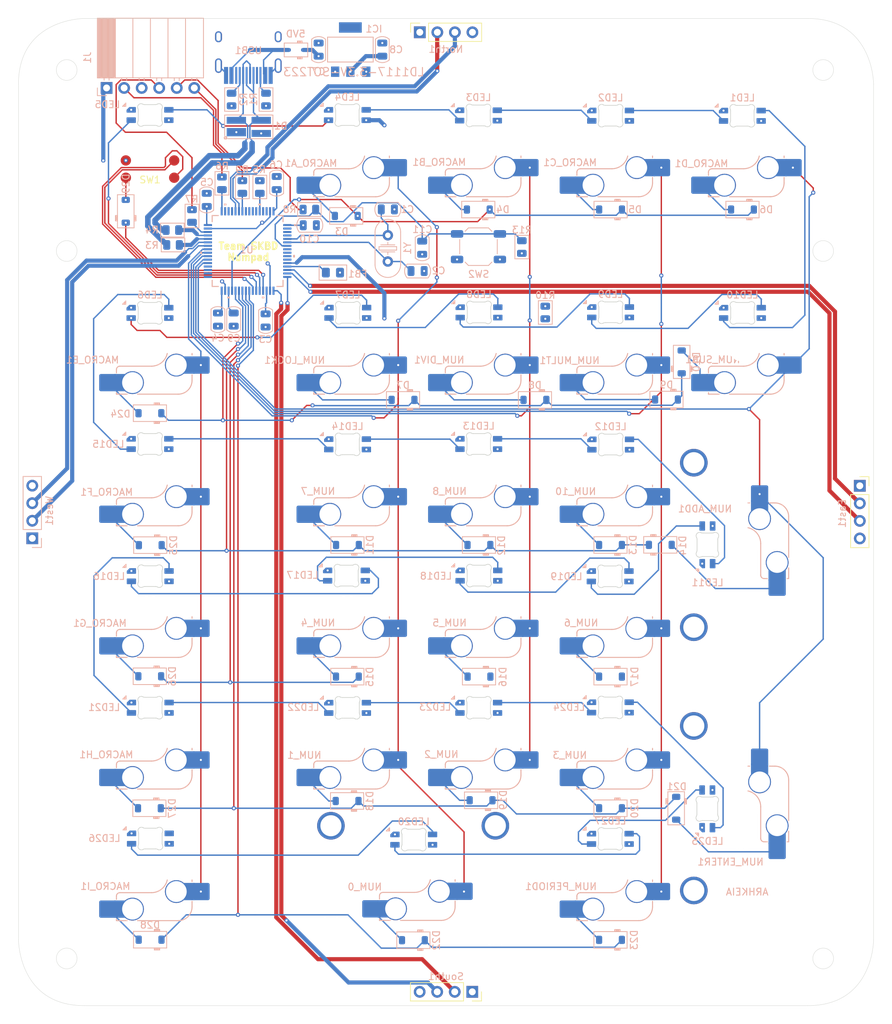
<source format=kicad_pcb>
(kicad_pcb (version 20241229) (generator "pcbnew") (generator_version "9.0")
  (layers (0 "F.Cu" signal) (4 "In1.Cu" signal) (6 "In2.Cu" signal) (2 "B.Cu" signal) (13 "F.Paste" user) (15 "B.Paste" user) (5 "F.SilkS" user "F.Silkscreen") (7 "B.SilkS" user "B.Silkscreen") (1 "F.Mask" user) (3 "B.Mask" user) (25 "Edge.Cuts" user))
  (net 0 "")
  (net 1 "GND")
  (net 2 "+3.3V")
  (net 3 "+5V")
  (net 4 "Net-(D3-A)")
  (net 5 "Net-(D4-A)")
  (net 6 "Net-(D5-A)")
  (net 7 "Net-(D6-A)")
  (net 8 "Net-(D7-A)")
  (net 9 "Net-(D8-A)")
  (net 10 "Net-(D9-A)")
  (net 11 "Net-(D10-A)")
  (net 12 "Net-(D11-A)")
  (net 13 "Net-(D12-A)")
  (net 14 "Net-(D13-A)")
  (net 15 "Net-(D14-A)")
  (net 16 "Net-(D15-A)")
  (net 17 "Net-(D16-A)")
  (net 18 "Net-(D17-A)")
  (net 19 "Net-(D18-A)")
  (net 20 "Net-(D19-A)")
  (net 21 "Net-(D20-A)")
  (net 22 "Net-(D21-A)")
  (net 23 "Net-(D22-A)")
  (net 24 "Net-(D23-A)")
  (net 25 "Net-(D29-A)")
  (net 26 "Net-(LED1-DOUT)")
  (net 27 "Net-(LED1-DIN)")
  (net 28 "Net-(LED2-DIN)")
  (net 29 "Net-(LED3-DIN)")
  (net 30 "Net-(D24-A)")
  (net 31 "Net-(D25-A)")
  (net 32 "Net-(D26-A)")
  (net 33 "Net-(D27-A)")
  (net 34 "Net-(D28-A)")
  (net 35 "Net-(LED4-DIN)")
  (net 36 "/COL2")
  (net 37 "/COL3")
  (net 38 "/COL4")
  (net 39 "/COL5")
  (net 40 "/COL1")
  (net 41 "/ROT_TIMB")
  (net 42 "/ROT_TIMA")
  (net 43 "Net-(U1-OSCIN)")
  (net 44 "Net-(U1-OSCOUT)")
  (net 45 "Net-(U1-VCAP)")
  (net 46 "/NRST")
  (net 47 "/D+")
  (net 48 "/D-")
  (net 49 "/ROW1")
  (net 50 "/ROW2")
  (net 51 "/ROW3")
  (net 52 "/ROW4")
  (net 53 "/ROW5")
  (net 54 "/ROW6")
  (net 55 "/ROT_SW")
  (net 56 "/UART_TX_EAST")
  (net 57 "/UART_RX_EAST")
  (net 58 "Net-(U1-VDDA)")
  (net 59 "/RGB_DATAIN")
  (net 60 "Net-(LED15-DIN)")
  (net 61 "Net-(LED6-DIN)")
  (net 62 "Net-(LED7-DIN)")
  (net 63 "Net-(LED8-DIN)")
  (net 64 "Net-(LED10-DOUT)")
  (net 65 "Net-(LED11-DIN)")
  (net 66 "Net-(LED11-DOUT)")
  (net 67 "Net-(LED12-DIN)")
  (net 68 "Net-(LED13-DIN)")
  (net 69 "Net-(LED14-DIN)")
  (net 70 "Net-(LED16-DIN)")
  (net 71 "Net-(LED16-DOUT)")
  (net 72 "Net-(LED17-DIN)")
  (net 73 "Net-(LED18-DIN)")
  (net 74 "Net-(LED20-DOUT)")
  (net 75 "Net-(LED20-DIN)")
  (net 76 "Net-(LED21-DOUT)")
  (net 77 "Net-(LED22-DOUT)")
  (net 78 "Net-(LED23-DOUT)")
  (net 79 "Net-(LED24-DOUT)")
  (net 80 "Net-(LED25-DOUT)")
  (net 82 "/UART_TX_NORTH")
  (net 83 "/UART_RX_NORTH")
  (net 84 "Net-(USB1-CC2)")
  (net 85 "Net-(USB1-CC1)")
  (net 86 "Net-(U1-PA11)")
  (net 87 "Net-(U1-PA12)")
  (net 88 "Net-(U1-BOOT)")
  (net 89 "/JTCLK")
  (net 90 "Net-(J1-Pin_2)")
  (net 91 "/JTMS")
  (net 92 "Net-(J1-Pin_4)")
  (net 93 "Net-(J1-Pin_5)")
  (net 94 "Net-(J1-Pin_6)")
  (net 95 "/SWO")
  (net 96 "/UART_TX_SOUTH")
  (net 97 "/UART_RX_SOUTH")
  (net 99 "AGND")
  (net 101 "/UART_TX_WEST")
  (net 113 "/UART_RX_WEST")
  (net 119 "Net-(D2-A)")
  (footprint "Connector_PinSocket_2.54mm:PinSocket_1x04_P2.54mm_Vertical" (layer "F.Cu") (at 96.8275 183.42 -90)
    (property "Reference" "South1")
    (property "Value" "Conn_01x04")
  )
  (footprint "PCM_marbastlib-various:ROT_SKYLOONG_HS-Switch" (layer "F.Cu") (at 50.165 61.595)
    (property "Reference" "SW1")
    (property "Value" "ROT_SKYLOONG_HS")
  )
  (footprint "PCM_marbastlib-mx:STAB_MX_P_2u" (layer "F.Cu") (at 88.265 166.37)
    (property "Reference" "S3" (hide yes))
    (property "Value" "MX_stab")
  )
  (footprint "Connector_PinSocket_2.54mm:PinSocket_1x04_P2.54mm_Vertical" (layer "F.Cu") (at 152.94 110.1825)
    (property "Reference" "East1")
    (property "Value" "Conn_01x04")
  )
  (footprint "PCM_marbastlib-mx:STAB_MX_P_2u" (layer "F.Cu") (at 135.89 156.845 90)
    (property "Reference" "S2" (hide yes))
    (property "Value" "MX_stab")
  )
  (footprint "PCM_marbastlib-mx:STAB_MX_P_2u" (layer "F.Cu") (at 135.89 118.745 90)
    (property "Reference" "S1" (hide yes))
    (property "Value" "MX_stab")
  )
  (footprint "Connector_PinSocket_2.54mm:PinSocket_1x04_P2.54mm_Vertical" (layer "F.Cu") (at 89.2275 44.545 90)
    (property "Reference" "North1")
    (property "Value" "Conn_01x04")
  )
  (footprint "PCM_4ms_Package_SOT:SOT223" (layer "B.Cu") (at 79.175 47.05 180)
    (property "Reference" "IC1")
    (property "Value" "LD1117-3.3V-SOT223")
  )
  (footprint "PCM_marbastlib-mx:LED_MX_6028R" (layer "B.Cu") (at 130.874999 118.7225 90)
    (property "Reference" "LED11")
    (property "Value" "MX_SK6812MINI-E")
    (fp_line (start -0.794452 -1.499999) (end 0.794452 -1.499999) (stroke (width 0.1)) (layer "Edge.Cuts"))
    (fp_line (start 1.699999 -0.702841) (end 1.699999 0.702843) (stroke (width 0.1)) (layer "Edge.Cuts"))
    (fp_line (start -1.699999 0.702843) (end -1.699999 -0.702841) (stroke (width 0.1)) (layer "Edge.Cuts"))
    (fp_line (start 0.794452 1.5) (end -0.794453 1.5) (stroke (width 0.1)) (layer "Edge.Cuts"))
    (fp_arc (start 1.04671 -1.568298) (mid 0.925122 -1.517376) (end 0.794452 -1.499999) (stroke (width 0.1)) (layer "Edge.Cuts"))
    (fp_arc (start 1.046711 -1.568296) (mid 1.63807 -1.504033) (end 1.749484 -0.919719) (stroke (width 0.1)) (layer "Edge.Cuts"))
    (fp_arc (start -0.794452 -1.499999) (mid -0.925123 -1.517376) (end -1.046711 -1.568298) (stroke (width 0.1)) (layer "Edge.Cuts"))
    (fp_arc (start -1.749484 -0.919719) (mid -1.712527 -0.814067) (end -1.699999 -0.702841) (stroke (width 0.1)) (layer "Edge.Cuts"))
    (fp_arc (start -1.749484 -0.919718) (mid -1.638072 -1.504034) (end -1.046711 -1.568298) (stroke (width 0.1)) (layer "Edge.Cuts"))
    (fp_arc (start 1.699999 -0.702842) (mid 1.712536 -0.814064) (end 1.749484 -0.919719) (stroke (width 0.1)) (layer "Edge.Cuts"))
    (fp_arc (start -1.699999 0.702844) (mid -1.712527 0.814069) (end -1.749484 0.919721) (stroke (width 0.1)) (layer "Edge.Cuts"))
    (fp_arc (start 1.749484 0.919721) (mid 1.712526 0.814069) (end 1.699999 0.702843) (stroke (width 0.1)) (layer "Edge.Cuts"))
    (fp_arc (start 1.749484 0.919721) (mid 1.638072 1.504036) (end 1.046711 1.5683) (stroke (width 0.1)) (layer "Edge.Cuts"))
    (fp_arc (start 0.794453 1.500001) (mid 0.925123 1.517378) (end 1.046711 1.5683) (stroke (width 0.1)) (layer "Edge.Cuts"))
    (fp_arc (start -1.046711 1.568299) (mid -1.63807 1.504035) (end -1.749484 0.919721) (stroke (width 0.1)) (layer "Edge.Cuts"))
    (fp_arc (start -1.046711 1.568299) (mid -0.925123 1.517377) (end -0.794453 1.5) (stroke (width 0.1)) (layer "Edge.Cuts"))
  )
  (footprint "PCM_marbastlib-mx:SW_MX_HS_CPG151101S11_1u" (layer "B.Cu") (at 135.89 156.845 90)
    (property "Reference" "NUM_ENTER1")
    (property "Value" "MX_SW_HS")
  )
  (footprint "PCM_Resistor_SMD_AKL:R_0805_2012Metric" (layer "B.Cu") (at 53.4 73.173)
    (property "Reference" "R4")
    (property "Value" "22" (hide yes))
  )
  (footprint "PCM_marbastlib-mx:LED_MX_6028R" (layer "B.Cu") (at 97.765 142.31)
    (property "Reference" "LED23")
    (property "Value" "MX_SK6812MINI-E")
    (fp_line (start -1.699999 0.702843) (end -1.699999 -0.702841) (stroke (width 0.1)) (layer "Edge.Cuts"))
    (fp_line (start -0.794452 -1.499999) (end 0.794452 -1.499999) (stroke (width 0.1)) (layer "Edge.Cuts"))
    (fp_line (start 0.794452 1.5) (end -0.794453 1.5) (stroke (width 0.1)) (layer "Edge.Cuts"))
    (fp_line (start 1.699999 -0.702841) (end 1.699999 0.702843) (stroke (width 0.1)) (layer "Edge.Cuts"))
    (fp_arc (start -1.749484 -0.919719) (mid -1.712527 -0.814067) (end -1.699999 -0.702841) (stroke (width 0.1)) (layer "Edge.Cuts"))
    (fp_arc (start -1.749484 -0.919718) (mid -1.638072 -1.504034) (end -1.046711 -1.568298) (stroke (width 0.1)) (layer "Edge.Cuts"))
    (fp_arc (start -1.699999 0.702844) (mid -1.712527 0.814069) (end -1.749484 0.919721) (stroke (width 0.1)) (layer "Edge.Cuts"))
    (fp_arc (start -1.046711 1.568299) (mid -1.63807 1.504035) (end -1.749484 0.919721) (stroke (width 0.1)) (layer "Edge.Cuts"))
    (fp_arc (start -1.046711 1.568299) (mid -0.925123 1.517377) (end -0.794453 1.5) (stroke (width 0.1)) (layer "Edge.Cuts"))
    (fp_arc (start -0.794452 -1.499999) (mid -0.925123 -1.517376) (end -1.046711 -1.568298) (stroke (width 0.1)) (layer "Edge.Cuts"))
    (fp_arc (start 0.794453 1.500001) (mid 0.925123 1.517378) (end 1.046711 1.5683) (stroke (width 0.1)) (layer "Edge.Cuts"))
    (fp_arc (start 1.04671 -1.568298) (mid 0.925122 -1.517376) (end 0.794452 -1.499999) (stroke (width 0.1)) (layer "Edge.Cuts"))
    (fp_arc (start 1.046711 -1.568296) (mid 1.63807 -1.504033) (end 1.749484 -0.919719) (stroke (width 0.1)) (layer "Edge.Cuts"))
    (fp_arc (start 1.699999 -0.702842) (mid 1.712536 -0.814064) (end 1.749484 -0.919719) (stroke (width 0.1)) (layer "Edge.Cuts"))
    (fp_arc (start 1.749484 0.919721) (mid 1.638072 1.504036) (end 1.046711 1.5683) (stroke (width 0.1)) (layer "Edge.Cuts"))
    (fp_arc (start 1.749484 0.919721) (mid 1.712526 0.814069) (end 1.699999 0.702843) (stroke (width 0.1)) (layer "Edge.Cuts"))
  )
  (footprint "PCM_marbastlib-various:SW_SPST_SKQG_WithStem" (layer "B.Cu") (at 97.725 75.575 180)
    (property "Reference" "SW2")
    (property "Value" "Push_Button")
  )
  (footprint "PCM_Resistor_SMD_AKL:R_0805_2012Metric" (layer "B.Cu") (at 53.4995 75.323 180)
    (property "Reference" "R3")
    (property "Value" "22" (hide yes))
  )
  (footprint "PCM_marbastlib-mx:SW_MX_HS_CPG151101S11_1u" (layer "B.Cu") (at 50.165 90.17)
    (property "Reference" "MACRO_E1")
    (property "Value" "MX_SW_HS")
  )
  (footprint "PCM_Capacitor_SMD_AKL:C_0805_2012Metric" (layer "B.Cu") (at 73.3 72.475)
    (property "Reference" "C10")
    (property "Value" "1uF" (hide yes))
  )
  (footprint "PCM_marbastlib-mx:SW_MX_HS_CPG151101S11_1u" (layer "B.Cu") (at 116.84 147.32)
    (property "Reference" "NUM_3")
    (property "Value" "MX_SW_HS")
  )
  (footprint "PCM_Capacitor_SMD_AKL:C_0805_2012Metric" (layer "B.Cu") (at 68.506 66.364 90)
    (property "Reference" "C6")
    (property "Value" "100nF" (hide yes))
  )
  (footprint "PCM_marbastlib-mx:SW_MX_HS_CPG151101S11_1u" (layer "B.Cu") (at 97.79 109.22)
    (property "Reference" "NUM_8")
    (property "Value" "MX_SW_HS")
  )
  (footprint "PCM_Resistor_SMD_AKL:R_0805_2012Metric" (layer "B.Cu") (at 56.241 71.1325 -90)
    (property "Reference" "R7")
    (property "Value" "22" (hide yes))
  )
  (footprint "PCM_marbastlib-mx:LED_MX_6028R" (layer "B.Cu") (at 116.855866 56.615888)
    (property "Reference" "LED2")
    (property "Value" "MX_SK6812MINI-E")
    (fp_line (start -1.699999 0.702843) (end -1.699999 -0.702841) (stroke (width 0.1)) (layer "Edge.Cuts"))
    (fp_line (start -0.794452 -1.499999) (end 0.794452 -1.499999) (stroke (width 0.1)) (layer "Edge.Cuts"))
    (fp_line (start 0.794452 1.5) (end -0.794453 1.5) (stroke (width 0.1)) (layer "Edge.Cuts"))
    (fp_line (start 1.699999 -0.702841) (end 1.699999 0.702843) (stroke (width 0.1)) (layer "Edge.Cuts"))
    (fp_arc (start -1.749484 -0.919719) (mid -1.712527 -0.814067) (end -1.699999 -0.702841) (stroke (width 0.1)) (layer "Edge.Cuts"))
    (fp_arc (start -1.749484 -0.919718) (mid -1.638072 -1.504034) (end -1.046711 -1.568298) (stroke (width 0.1)) (layer "Edge.Cuts"))
    (fp_arc (start -1.699999 0.702844) (mid -1.712527 0.814069) (end -1.749484 0.919721) (stroke (width 0.1)) (layer "Edge.Cuts"))
    (fp_arc (start -1.046711 1.568299) (mid -1.63807 1.504035) (end -1.749484 0.919721) (stroke (width 0.1)) (layer "Edge.Cuts"))
    (fp_arc (start -1.046711 1.568299) (mid -0.925123 1.517377) (end -0.794453 1.5) (stroke (width 0.1)) (layer "Edge.Cuts"))
    (fp_arc (start -0.794452 -1.499999) (mid -0.925123 -1.517376) (end -1.046711 -1.568298) (stroke (width 0.1)) (layer "Edge.Cuts"))
    (fp_arc (start 0.794453 1.500001) (mid 0.925123 1.517378) (end 1.046711 1.5683) (stroke (width 0.1)) (layer "Edge.Cuts"))
    (fp_arc (start 1.04671 -1.568298) (mid 0.925122 -1.517376) (end 0.794452 -1.499999) (stroke (width 0.1)) (layer "Edge.Cuts"))
    (fp_arc (start 1.046711 -1.568296) (mid 1.63807 -1.504033) (end 1.749484 -0.919719) (stroke (width 0.1)) (layer "Edge.Cuts"))
    (fp_arc (start 1.699999 -0.702842) (mid 1.712536 -0.814064) (end 1.749484 -0.919719) (stroke (width 0.1)) (layer "Edge.Cuts"))
    (fp_arc (start 1.749484 0.919721) (mid 1.638072 1.504036) (end 1.046711 1.5683) (stroke (width 0.1)) (layer "Edge.Cuts"))
    (fp_arc (start 1.749484 0.919721) (mid 1.712526 0.814069) (end 1.699999 0.702843) (stroke (width 0.1)) (layer "Edge.Cuts"))
  )
  (footprint "PCM_Diode_SMD_AKL:D_SOD-123" (layer "B.Cu") (at 116.84 137.8 180)
    (property "Reference" "D17")
    (property "Value" "1N4148W" (hide yes))
  )
  (footprint "PCM_Diode_SMD_AKL:D_SOD-123" (layer "B.Cu") (at 116.84 175.9 180)
    (property "Reference" "D23")
    (property "Value" "1N4148W" (hide yes))
  )
  (footprint "PCM_Diode_SMD_AKL:D_SOD-123" (layer "B.Cu") (at 78.58125 71.12 180)
    (property "Reference" "D3")
    (property "Value" "1N4148W" (hide yes))
  )
  (footprint "PCM_Capacitor_SMD_AKL:C_0805_2012Metric" (layer "B.Cu") (at 60 86.125 -90)
    (property "Reference" "C4")
    (property "Value" "100nF" (hide yes))
  )
  (footprint "PCM_Capacitor_SMD_AKL:C_0805_2012Metric" (layer "B.Cu") (at 62.275 86.125 90)
    (property "Reference" "C9")
    (property "Value" "4.7uF" (hide yes))
  )
  (footprint "PCM_Fuse_AKL:Fuse_0805_2012Metric_Pad1.15x1.40mm_BigPads" (layer "B.Cu") (at 76.65 79.325)
    (property "Reference" "FB1")
    (property "Value" "Ferrite_Bead" (hide yes))
  )
  (footprint "PCM_marbastlib-mx:SW_MX_HS_CPG151101S11_1u" (layer "B.Cu") (at 50.165 166.37)
    (property "Reference" "MACRO_I1")
    (property "Value" "MX_SW_HS")
  )
  (footprint "PCM_marbastlib-mx:SW_MX_HS_CPG151101S11_1u" (layer "B.Cu") (at 50.165 147.32)
    (property "Reference" "MACRO_H1")
    (property "Value" "MX_SW_HS")
  )
  (footprint "PCM_Resistor_SMD_AKL:R_0805_2012Metric" (layer "B.Cu") (at 63.531 66.9375 -90)
    (property "Reference" "R9")
    (property "Value" "22" (hide yes))
  )
  (footprint "PCM_marbastlib-mx:LED_MX_6028R" (layer "B.Cu") (at 97.800866 85.085888)
    (property "Reference" "LED8")
    (property "Value" "MX_SK6812MINI-E")
    (fp_line (start -1.699999 0.702843) (end -1.699999 -0.702841) (stroke (width 0.1)) (layer "Edge.Cuts"))
    (fp_line (start -0.794452 -1.499999) (end 0.794452 -1.499999) (stroke (width 0.1)) (layer "Edge.Cuts"))
    (fp_line (start 0.794452 1.5) (end -0.794453 1.5) (stroke (width 0.1)) (layer "Edge.Cuts"))
    (fp_line (start 1.699999 -0.702841) (end 1.699999 0.702843) (stroke (width 0.1)) (layer "Edge.Cuts"))
    (fp_arc (start -1.749484 -0.919719) (mid -1.712527 -0.814067) (end -1.699999 -0.702841) (stroke (width 0.1)) (layer "Edge.Cuts"))
    (fp_arc (start -1.749484 -0.919718) (mid -1.638072 -1.504034) (end -1.046711 -1.568298) (stroke (width 0.1)) (layer "Edge.Cuts"))
    (fp_arc (start -1.699999 0.702844) (mid -1.712527 0.814069) (end -1.749484 0.919721) (stroke (width 0.1)) (layer "Edge.Cuts"))
    (fp_arc (start -1.046711 1.568299) (mid -1.63807 1.504035) (end -1.749484 0.919721) (stroke (width 0.1)) (layer "Edge.Cuts"))
    (fp_arc (start -1.046711 1.568299) (mid -0.925123 1.517377) (end -0.794453 1.5) (stroke (width 0.1)) (layer "Edge.Cuts"))
    (fp_arc (start -0.794452 -1.499999) (mid -0.925123 -1.517376) (end -1.046711 -1.568298) (stroke (width 0.1)) (layer "Edge.Cuts"))
    (fp_arc (start 0.794453 1.500001) (mid 0.925123 1.517378) (end 1.046711 1.5683) (stroke (width 0.1)) (layer "Edge.Cuts"))
    (fp_arc (start 1.04671 -1.568298) (mid 0.925122 -1.517376) (end 0.794452 -1.499999) (stroke (width 0.1)) (layer "Edge.Cuts"))
    (fp_arc (start 1.046711 -1.568296) (mid 1.63807 -1.504033) (end 1.749484 -0.919719) (stroke (width 0.1)) (layer "Edge.Cuts"))
    (fp_arc (start 1.699999 -0.702842) (mid 1.712536 -0.814064) (end 1.749484 -0.919719) (stroke (width 0.1)) (layer "Edge.Cuts"))
    (fp_arc (start 1.749484 0.919721) (mid 1.638072 1.504036) (end 1.046711 1.5683) (stroke (width 0.1)) (layer "Edge.Cuts"))
    (fp_arc (start 1.749484 0.919721) (mid 1.712526 0.814069) (end 1.699999 0.702843) (stroke (width 0.1)) (layer "Edge.Cuts"))
  )
  (footprint "PCM_marbastlib-mx:LED_MX_6028R" (layer "B.Cu") (at 88.3525 161.389999)
    (property "Reference" "LED20")
    (property "Value" "MX_SK6812MINI-E")
    (fp_line (start -1.699999 0.702843) (end -1.699999 -0.702841) (stroke (width 0.1)) (layer "Edge.Cuts"))
    (fp_line (start -0.794452 -1.499999) (end 0.794452 -1.499999) (stroke (width 0.1)) (layer "Edge.Cuts"))
    (fp_line (start 0.794452 1.5) (end -0.794453 1.5) (stroke (width 0.1)) (layer "Edge.Cuts"))
    (fp_line (start 1.699999 -0.702841) (end 1.699999 0.702843) (stroke (width 0.1)) (layer "Edge.Cuts"))
    (fp_arc (start -1.749484 -0.919719) (mid -1.712527 -0.814067) (end -1.699999 -0.702841) (stroke (width 0.1)) (layer "Edge.Cuts"))
    (fp_arc (start -1.749484 -0.919718) (mid -1.638072 -1.504034) (end -1.046711 -1.568298) (stroke (width 0.1)) (layer "Edge.Cuts"))
    (fp_arc (start -1.699999 0.702844) (mid -1.712527 0.814069) (end -1.749484 0.919721) (stroke (width 0.1)) (layer "Edge.Cuts"))
    (fp_arc (start -1.046711 1.568299) (mid -1.63807 1.504035) (end -1.749484 0.919721) (stroke (width 0.1)) (layer "Edge.Cuts"))
    (fp_arc (start -1.046711 1.568299) (mid -0.925123 1.517377) (end -0.794453 1.5) (stroke (width 0.1)) (layer "Edge.Cuts"))
    (fp_arc (start -0.794452 -1.499999) (mid -0.925123 -1.517376) (end -1.046711 -1.568298) (stroke (width 0.1)) (layer "Edge.Cuts"))
    (fp_arc (start 0.794453 1.500001) (mid 0.925123 1.517378) (end 1.046711 1.5683) (stroke (width 0.1)) (layer "Edge.Cuts"))
    (fp_arc (start 1.04671 -1.568298) (mid 0.925122 -1.517376) (end 0.794452 -1.499999) (stroke (width 0.1)) (layer "Edge.Cuts"))
    (fp_arc (start 1.046711 -1.568296) (mid 1.63807 -1.504033) (end 1.749484 -0.919719) (stroke (width 0.1)) (layer "Edge.Cuts"))
    (fp_arc (start 1.699999 -0.702842) (mid 1.712536 -0.814064) (end 1.749484 -0.919719) (stroke (width 0.1)) (layer "Edge.Cuts"))
    (fp_arc (start 1.749484 0.919721) (mid 1.638072 1.504036) (end 1.046711 1.5683) (stroke (width 0.1)) (layer "Edge.Cuts"))
    (fp_arc (start 1.749484 0.919721) (mid 1.712526 0.814069) (end 1.699999 0.702843) (stroke (width 0.1)) (layer "Edge.Cuts"))
  )
  (footprint "PCM_Diode_SMD_AKL:D_SOD-123" (layer "B.Cu") (at 78.74 137.8 180)
    (property "Reference" "D15")
    (property "Value" "1N4148W" (hide yes))
  )
  (footprint "PCM_marbastlib-mx:SW_MX_HS_CPG151101S11_1u" (layer "B.Cu") (at 116.84 109.22)
    (property "Reference" "NUM_10")
    (property "Value" "MX_SW_HS")
  )
  (footprint "PCM_marbastlib-mx:LED_MX_6028R" (layer "B.Cu") (at 50.22 161.24)
    (property "Reference" "LED26")
    (property "Value" "MX_SK6812MINI-E")
    (fp_line (start -1.699999 0.702843) (end -1.699999 -0.702841) (stroke (width 0.1)) (layer "Edge.Cuts"))
    (fp_line (start -0.794452 -1.499999) (end 0.794452 -1.499999) (stroke (width 0.1)) (layer "Edge.Cuts"))
    (fp_line (start 0.794452 1.5) (end -0.794453 1.5) (stroke (width 0.1)) (layer "Edge.Cuts"))
    (fp_line (start 1.699999 -0.702841) (end 1.699999 0.702843) (stroke (width 0.1)) (layer "Edge.Cuts"))
    (fp_arc (start -1.749484 -0.919719) (mid -1.712527 -0.814067) (end -1.699999 -0.702841) (stroke (width 0.1)) (layer "Edge.Cuts"))
    (fp_arc (start -1.749484 -0.919718) (mid -1.638072 -1.504034) (end -1.046711 -1.568298) (stroke (width 0.1)) (layer "Edge.Cuts"))
    (fp_arc (start -1.699999 0.702844) (mid -1.712527 0.814069) (end -1.749484 0.919721) (stroke (width 0.1)) (layer "Edge.Cuts"))
    (fp_arc (start -1.046711 1.568299) (mid -1.63807 1.504035) (end -1.749484 0.919721) (stroke (width 0.1)) (layer "Edge.Cuts"))
    (fp_arc (start -1.046711 1.568299) (mid -0.925123 1.517377) (end -0.794453 1.5) (stroke (width 0.1)) (layer "Edge.Cuts"))
    (fp_arc (start -0.794452 -1.499999) (mid -0.925123 -1.517376) (end -1.046711 -1.568298) (stroke (width 0.1)) (layer "Edge.Cuts"))
    (fp_arc (start 0.794453 1.500001) (mid 0.925123 1.517378) (end 1.046711 1.5683) (stroke (width 0.1)) (layer "Edge.Cuts"))
    (fp_arc (start 1.04671 -1.568298) (mid 0.925122 -1.517376) (end 0.794452 -1.499999) (stroke (width 0.1)) (layer "Edge.Cuts"))
    (fp_arc (start 1.046711 -1.568296) (mid 1.63807 -1.504033) (end 1.749484 -0.919719) (stroke (width 0.1)) (layer "Edge.Cuts"))
    (fp_arc (start 1.699999 -0.702842) (mid 1.712536 -0.814064) (end 1.749484 -0.919719) (stroke (width 0.1)) (layer "Edge.Cuts"))
    (fp_arc (start 1.749484 0.919721) (mid 1.638072 1.504036) (end 1.046711 1.5683) (stroke (width 0.1)) (layer "Edge.Cuts"))
    (fp_arc (start 1.749484 0.919721) (mid 1.712526 0.814069) (end 1.699999 0.702843) (stroke (width 0.1)) (layer "Edge.Cuts"))
  )
  (footprint "PCM_marbastlib-mx:LED_MX_6028R" (layer "B.Cu") (at 116.825 142.26)
    (property "Reference" "LED24")
    (property "Value" "MX_SK6812MINI-E")
    (fp_line (start -1.699999 0.702843) (end -1.699999 -0.702841) (stroke (width 0.1)) (layer "Edge.Cuts"))
    (fp_line (start -0.794452 -1.499999) (end 0.794452 -1.499999) (stroke (width 0.1)) (layer "Edge.Cuts"))
    (fp_line (start 0.794452 1.5) (end -0.794453 1.5) (stroke (width 0.1)) (layer "Edge.Cuts"))
    (fp_line (start 1.699999 -0.702841) (end 1.699999 0.702843) (stroke (width 0.1)) (layer "Edge.Cuts"))
    (fp_arc (start -1.749484 -0.919719) (mid -1.712527 -0.814067) (end -1.699999 -0.702841) (stroke (width 0.1)) (layer "Edge.Cuts"))
    (fp_arc (start -1.749484 -0.919718) (mid -1.638072 -1.504034) (end -1.046711 -1.568298) (stroke (width 0.1)) (layer "Edge.Cuts"))
    (fp_arc (start -1.699999 0.702844) (mid -1.712527 0.814069) (end -1.749484 0.919721) (stroke (width 0.1)) (layer "Edge.Cuts"))
    (fp_arc (start -1.046711 1.568299) (mid -1.63807 1.504035) (end -1.749484 0.919721) (stroke (width 0.1)) (layer "Edge.Cuts"))
    (fp_arc (start -1.046711 1.568299) (mid -0.925123 1.517377) (end -0.794453 1.5) (stroke (width 0.1)) (layer "Edge.Cuts"))
    (fp_arc (start -0.794452 -1.499999) (mid -0.925123 -1.517376) (end -1.046711 -1.568298) (stroke (width 0.1)) (layer "Edge.Cuts"))
    (fp_arc (start 0.794453 1.500001) (mid 0.925123 1.517378) (end 1.046711 1.5683) (stroke (width 0.1)) (layer "Edge.Cuts"))
    (fp_arc (start 1.04671 -1.568298) (mid 0.925122 -1.517376) (end 0.794452 -1.499999) (stroke (width 0.1)) (layer "Edge.Cuts"))
    (fp_arc (start 1.046711 -1.568296) (mid 1.63807 -1.504033) (end 1.749484 -0.919719) (stroke (width 0.1)) (layer "Edge.Cuts"))
    (fp_arc (start 1.699999 -0.702842) (mid 1.712536 -0.814064) (end 1.749484 -0.919719) (stroke (width 0.1)) (layer "Edge.Cuts"))
    (fp_arc (start 1.749484 0.919721) (mid 1.638072 1.504036) (end 1.046711 1.5683) (stroke (width 0.1)) (layer "Edge.Cuts"))
    (fp_arc (start 1.749484 0.919721) (mid 1.712526 0.814069) (end 1.699999 0.702843) (stroke (width 0.1)) (layer "Edge.Cuts"))
  )
  (footprint "PCM_marbastlib-mx:LED_MX_6028R" (layer "B.Cu") (at 78.77 104.18)
    (property "Reference" "LED14")
    (property "Value" "MX_SK6812MINI-E")
    (fp_line (start -1.699999 0.702843) (end -1.699999 -0.702841) (stroke (width 0.1)) (layer "Edge.Cuts"))
    (fp_line (start -0.794452 -1.499999) (end 0.794452 -1.499999) (stroke (width 0.1)) (layer "Edge.Cuts"))
    (fp_line (start 0.794452 1.5) (end -0.794453 1.5) (stroke (width 0.1)) (layer "Edge.Cuts"))
    (fp_line (start 1.699999 -0.702841) (end 1.699999 0.702843) (stroke (width 0.1)) (layer "Edge.Cuts"))
    (fp_arc (start -1.749484 -0.919719) (mid -1.712527 -0.814067) (end -1.699999 -0.702841) (stroke (width 0.1)) (layer "Edge.Cuts"))
    (fp_arc (start -1.749484 -0.919718) (mid -1.638072 -1.504034) (end -1.046711 -1.568298) (stroke (width 0.1)) (layer "Edge.Cuts"))
    (fp_arc (start -1.699999 0.702844) (mid -1.712527 0.814069) (end -1.749484 0.919721) (stroke (width 0.1)) (layer "Edge.Cuts"))
    (fp_arc (start -1.046711 1.568299) (mid -1.63807 1.504035) (end -1.749484 0.919721) (stroke (width 0.1)) (layer "Edge.Cuts"))
    (fp_arc (start -1.046711 1.568299) (mid -0.925123 1.517377) (end -0.794453 1.5) (stroke (width 0.1)) (layer "Edge.Cuts"))
    (fp_arc (start -0.794452 -1.499999) (mid -0.925123 -1.517376) (end -1.046711 -1.568298) (stroke (width 0.1)) (layer "Edge.Cuts"))
    (fp_arc (start 0.794453 1.500001) (mid 0.925123 1.517378) (end 1.046711 1.5683) (stroke (width 0.1)) (layer "Edge.Cuts"))
    (fp_arc (start 1.04671 -1.568298) (mid 0.925122 -1.517376) (end 0.794452 -1.499999) (stroke (width 0.1)) (layer "Edge.Cuts"))
    (fp_arc (start 1.046711 -1.568296) (mid 1.63807 -1.504033) (end 1.749484 -0.919719) (stroke (width 0.1)) (layer "Edge.Cuts"))
    (fp_arc (start 1.699999 -0.702842) (mid 1.712536 -0.814064) (end 1.749484 -0.919719) (stroke (width 0.1)) (layer "Edge.Cuts"))
    (fp_arc (start 1.749484 0.919721) (mid 1.638072 1.504036) (end 1.046711 1.5683) (stroke (width 0.1)) (layer "Edge.Cuts"))
    (fp_arc (start 1.749484 0.919721) (mid 1.712526 0.814069) (end 1.699999 0.702843) (stroke (width 0.1)) (layer "Edge.Cuts"))
  )
  (footprint "PCM_marbastlib-mx:LED_MX_6028R" (layer "B.Cu") (at 50.195 123.26)
    (property "Reference" "LED16")
    (property "Value" "MX_SK6812MINI-E")
    (fp_line (start -1.699999 0.702843) (end -1.699999 -0.702841) (stroke (width 0.1)) (layer "Edge.Cuts"))
    (fp_line (start -0.794452 -1.499999) (end 0.794452 -1.499999) (stroke (width 0.1)) (layer "Edge.Cuts"))
    (fp_line (start 0.794452 1.5) (end -0.794453 1.5) (stroke (width 0.1)) (layer "Edge.Cuts"))
    (fp_line (start 1.699999 -0.702841) (end 1.699999 0.702843) (stroke (width 0.1)) (layer "Edge.Cuts"))
    (fp_arc (start -1.749484 -0.919719) (mid -1.712527 -0.814067) (end -1.699999 -0.702841) (stroke (width 0.1)) (layer "Edge.Cuts"))
    (fp_arc (start -1.749484 -0.919718) (mid -1.638072 -1.504034) (end -1.046711 -1.568298) (stroke (width 0.1)) (layer "Edge.Cuts"))
    (fp_arc (start -1.699999 0.702844) (mid -1.712527 0.814069) (end -1.749484 0.919721) (stroke (width 0.1)) (layer "Edge.Cuts"))
    (fp_arc (start -1.046711 1.568299) (mid -1.63807 1.504035) (end -1.749484 0.919721) (stroke (width 0.1)) (layer "Edge.Cuts"))
    (fp_arc (start -1.046711 1.568299) (mid -0.925123 1.517377) (end -0.794453 1.5) (stroke (width 0.1)) (layer "Edge.Cuts"))
    (fp_arc (start -0.794452 -1.499999) (mid -0.925123 -1.517376) (end -1.046711 -1.568298) (stroke (width 0.1)) (layer "Edge.Cuts"))
    (fp_arc (start 0.794453 1.500001) (mid 0.925123 1.517378) (end 1.046711 1.5683) (stroke (width 0.1)) (layer "Edge.Cuts"))
    (fp_arc (start 1.04671 -1.568298) (mid 0.925122 -1.517376) (end 0.794452 -1.499999) (stroke (width 0.1)) (layer "Edge.Cuts"))
    (fp_arc (start 1.046711 -1.568296) (mid 1.63807 -1.504033) (end 1.749484 -0.919719) (stroke (width 0.1)) (layer "Edge.Cuts"))
    (fp_arc (start 1.699999 -0.702842) (mid 1.712536 -0.814064) (end 1.749484 -0.919719) (stroke (width 0.1)) (layer "Edge.Cuts"))
    (fp_arc (start 1.749484 0.919721) (mid 1.638072 1.504036) (end 1.046711 1.5683) (stroke (width 0.1)) (layer "Edge.Cuts"))
    (fp_arc (start 1.749484 0.919721) (mid 1.712526 0.814069) (end 1.699999 0.702843) (stroke (width 0.1)) (layer "Edge.Cuts"))
  )
  (footprint "PCM_Diode_SMD_AKL:D_SOD-123" (layer "B.Cu") (at 126.35 156.85 -90)
    (property "Reference" "D21")
    (property "Value" "1N4148W" (hide yes))
  )
  (footprint "PCM_marbastlib-mx:SW_MX_HS_CPG151101S11_1u" (layer "B.Cu") (at 116.84 128.27)
    (property "Reference" "NUM_6")
    (property "Value" "MX_SW_HS")
  )
  (footprint "PCM_marbastlib-mx:LED_MX_6028R" (layer "B.Cu") (at 116.850866 85.065888)
    (property "Reference" "LED9")
    (property "Value" "MX_SK6812MINI-E")
    (fp_line (start -1.699999 0.702843) (end -1.699999 -0.702841) (stroke (width 0.1)) (layer "Edge.Cuts"))
    (fp_line (start -0.794452 -1.499999) (end 0.794452 -1.499999) (stroke (width 0.1)) (layer "Edge.Cuts"))
    (fp_line (start 0.794452 1.5) (end -0.794453 1.5) (stroke (width 0.1)) (layer "Edge.Cuts"))
    (fp_line (start 1.699999 -0.702841) (end 1.699999 0.702843) (stroke (width 0.1)) (layer "Edge.Cuts"))
    (fp_arc (start -1.749484 -0.919719) (mid -1.712527 -0.814067) (end -1.699999 -0.702841) (stroke (width 0.1)) (layer "Edge.Cuts"))
    (fp_arc (start -1.749484 -0.919718) (mid -1.638072 -1.504034) (end -1.046711 -1.568298) (stroke (width 0.1)) (layer "Edge.Cuts"))
    (fp_arc (start -1.699999 0.702844) (mid -1.712527 0.814069) (end -1.749484 0.919721) (stroke (width 0.1)) (layer "Edge.Cuts"))
    (fp_arc (start -1.046711 1.568299) (mid -1.63807 1.504035) (end -1.749484 0.919721) (stroke (width 0.1)) (layer "Edge.Cuts"))
    (fp_arc (start -1.046711 1.568299) (mid -0.925123 1.517377) (end -0.794453 1.5) (stroke (width 0.1)) (layer "Edge.Cuts"))
    (fp_arc (start -0.794452 -1.499999) (mid -0.925123 -1.517376) (end -1.046711 -1.568298) (stroke (width 0.1)) (layer "Edge.Cuts"))
    (fp_arc (start 0.794453 1.500001) (mid 0.925123 1.517378) (end 1.046711 1.5683) (stroke (width 0.1)) (layer "Edge.Cuts"))
    (fp_arc (start 1.04671 -1.568298) (mid 0.925122 -1.517376) (end 0.794452 -1.499999) (stroke (width 0.1)) (layer "Edge.Cuts"))
    (fp_arc (start 1.046711 -1.568296) (mid 1.63807 -1.504033) (end 1.749484 -0.919719) (stroke (width 0.1)) (layer "Edge.Cuts"))
    (fp_arc (start 1.699999 -0.702842) (mid 1.712536 -0.814064) (end 1.749484 -0.919719) (stroke (width 0.1)) (layer "Edge.Cuts"))
    (fp_arc (start 1.749484 0.919721) (mid 1.638072 1.504036) (end 1.046711 1.5683) (stroke (width 0.1)) (layer "Edge.Cuts"))
    (fp_arc (start 1.749484 0.919721) (mid 1.712526 0.814069) (end 1.699999 0.702843) (stroke (width 0.1)) (layer "Edge.Cuts"))
  )
  (footprint "PCM_marbastlib-mx:LED_MX_6028R" (layer "B.Cu") (at 78.61 123.18)
    (property "Reference" "LED17")
    (property "Value" "MX_SK6812MINI-E")
    (fp_line (start -1.699999 0.702843) (end -1.699999 -0.702841) (stroke (width 0.1)) (layer "Edge.Cuts"))
    (fp_line (start -0.794452 -1.499999) (end 0.794452 -1.499999) (stroke (width 0.1)) (layer "Edge.Cuts"))
    (fp_line (start 0.794452 1.5) (end -0.794453 1.5) (stroke (width 0.1)) (layer "Edge.Cuts"))
    (fp_line (start 1.699999 -0.702841) (end 1.699999 0.702843) (stroke (width 0.1)) (layer "Edge.Cuts"))
    (fp_arc (start -1.749484 -0.919719) (mid -1.712527 -0.814067) (end -1.699999 -0.702841) (stroke (width 0.1)) (layer "Edge.Cuts"))
    (fp_arc (start -1.749484 -0.919718) (mid -1.638072 -1.504034) (end -1.046711 -1.568298) (stroke (width 0.1)) (layer "Edge.Cuts"))
    (fp_arc (start -1.699999 0.702844) (mid -1.712527 0.814069) (end -1.749484 0.919721) (stroke (width 0.1)) (layer "Edge.Cuts"))
    (fp_arc (start -1.046711 1.568299) (mid -1.63807 1.504035) (end -1.749484 0.919721) (stroke (width 0.1)) (layer "Edge.Cuts"))
    (fp_arc (start -1.046711 1.568299) (mid -0.925123 1.517377) (end -0.794453 1.5) (stroke (width 0.1)) (layer "Edge.Cuts"))
    (fp_arc (start -0.794452 -1.499999) (mid -0.925123 -1.517376) (end -1.046711 -1.568298) (stroke (width 0.1)) (layer "Edge.Cuts"))
    (fp_arc (start 0.794453 1.500001) (mid 0.925123 1.517378) (end 1.046711 1.5683) (stroke (width 0.1)) (layer "Edge.Cuts"))
    (fp_arc (start 1.04671 -1.568298) (mid 0.925122 -1.517376) (end 0.794452 -1.499999) (stroke (width 0.1)) (layer "Edge.Cuts"))
    (fp_arc (start 1.046711 -1.568296) (mid 1.63807 -1.504033) (end 1.749484 -0.919719) (stroke (width 0.1)) (layer "Edge.Cuts"))
    (fp_arc (start 1.699999 -0.702842) (mid 1.712536 -0.814064) (end 1.749484 -0.919719) (stroke (width 0.1)) (layer "Edge.Cuts"))
    (fp_arc (start 1.749484 0.919721) (mid 1.638072 1.504036) (end 1.046711 1.5683) (stroke (width 0.1)) (layer "Edge.Cuts"))
    (fp_arc (start 1.749484 0.919721) (mid 1.712526 0.814069) (end 1.699999 0.702843) (stroke (width 0.1)) (layer "Edge.Cuts"))
  )
  (footprint "PCM_Resistor_SMD_AKL:R_0805_2012Metric" (layer "B.Cu") (at 73.2375 70.2 180)
    (property "Reference" "R8")
    (property "Value" "22" (hide yes))
  )
  (footprint "PCM_marbastlib-mx:LED_MX_6028R" (layer "B.Cu") (at 130.855 156.935 90)
    (property "Reference" "LED25")
    (property "Value" "MX_SK6812MINI-E")
    (fp_line (start -0.794452 -1.499999) (end 0.794452 -1.499999) (stroke (width 0.1)) (layer "Edge.Cuts"))
    (fp_line (start 1.699999 -0.702841) (end 1.699999 0.702843) (stroke (width 0.1)) (layer "Edge.Cuts"))
    (fp_line (start -1.699999 0.702843) (end -1.699999 -0.702841) (stroke (width 0.1)) (layer "Edge.Cuts"))
    (fp_line (start 0.794452 1.5) (end -0.794453 1.5) (stroke (width 0.1)) (layer "Edge.Cuts"))
    (fp_arc (start 1.04671 -1.568298) (mid 0.925122 -1.517376) (end 0.794452 -1.499999) (stroke (width 0.1)) (layer "Edge.Cuts"))
    (fp_arc (start 1.046711 -1.568296) (mid 1.63807 -1.504033) (end 1.749484 -0.919719) (stroke (width 0.1)) (layer "Edge.Cuts"))
    (fp_arc (start -0.794452 -1.499999) (mid -0.925123 -1.517376) (end -1.046711 -1.568298) (stroke (width 0.1)) (layer "Edge.Cuts"))
    (fp_arc (start -1.749484 -0.919719) (mid -1.712527 -0.814067) (end -1.699999 -0.702841) (stroke (width 0.1)) (layer "Edge.Cuts"))
    (fp_arc (start -1.749484 -0.919718) (mid -1.638072 -1.504034) (end -1.046711 -1.568298) (stroke (width 0.1)) (layer "Edge.Cuts"))
    (fp_arc (start 1.699999 -0.702842) (mid 1.712536 -0.814064) (end 1.749484 -0.919719) (stroke (width 0.1)) (layer "Edge.Cuts"))
    (fp_arc (start -1.699999 0.702844) (mid -1.712527 0.814069) (end -1.749484 0.919721) (stroke (width 0.1)) (layer "Edge.Cuts"))
    (fp_arc (start 1.749484 0.919721) (mid 1.712526 0.814069) (end 1.699999 0.702843) (stroke (width 0.1)) (layer "Edge.Cuts"))
    (fp_arc (start 1.749484 0.919721) (mid 1.638072 1.504036) (end 1.046711 1.5683) (stroke (width 0.1)) (layer "Edge.Cuts"))
    (fp_arc (start 0.794453 1.500001) (mid 0.925123 1.517378) (end 1.046711 1.5683) (stroke (width 0.1)) (layer "Edge.Cuts"))
    (fp_arc (start -1.046711 1.568299) (mid -1.63807 1.504035) (end -1.749484 0.919721) (stroke (width 0.1)) (layer "Edge.Cuts"))
    (fp_arc (start -1.046711 1.568299) (mid -0.925123 1.517377) (end -0.794453 1.5) (stroke (width 0.1)) (layer "Edge.Cuts"))
  )
  (footprint "PCM_marbastlib-mx:LED_MX_6028R" (layer "B.Cu") (at 135.930866 56.625888)
    (property "Reference" "LED1")
    (property "Value" "MX_SK6812MINI-E")
    (fp_line (start -1.699999 0.702843) (end -1.699999 -0.702841) (stroke (width 0.1)) (layer "Edge.Cuts"))
    (fp_line (start -0.794452 -1.499999) (end 0.794452 -1.499999) (stroke (width 0.1)) (layer "Edge.Cuts"))
    (fp_line (start 0.794452 1.5) (end -0.794453 1.5) (stroke (width 0.1)) (layer "Edge.Cuts"))
    (fp_line (start 1.699999 -0.702841) (end 1.699999 0.702843) (stroke (width 0.1)) (layer "Edge.Cuts"))
    (fp_arc (start -1.749484 -0.919719) (mid -1.712527 -0.814067) (end -1.699999 -0.702841) (stroke (width 0.1)) (layer "Edge.Cuts"))
    (fp_arc (start -1.749484 -0.919718) (mid -1.638072 -1.504034) (end -1.046711 -1.568298) (stroke (width 0.1)) (layer "Edge.Cuts"))
    (fp_arc (start -1.699999 0.702844) (mid -1.712527 0.814069) (end -1.749484 0.919721) (stroke (width 0.1)) (layer "Edge.Cuts"))
    (fp_arc (start -1.046711 1.568299) (mid -1.63807 1.504035) (end -1.749484 0.919721) (stroke (width 0.1)) (layer "Edge.Cuts"))
    (fp_arc (start -1.046711 1.568299) (mid -0.925123 1.517377) (end -0.794453 1.5) (stroke (width 0.1)) (layer "Edge.Cuts"))
    (fp_arc (start -0.794452 -1.499999) (mid -0.925123 -1.517376) (end -1.046711 -1.568298) (stroke (width 0.1)) (layer "Edge.Cuts"))
    (fp_arc (start 0.794453 1.500001) (mid 0.925123 1.517378) (end 1.046711 1.5683) (stroke (width 0.1)) (layer "Edge.Cuts"))
    (fp_arc (start 1.04671 -1.568298) (mid 0.925122 -1.517376) (end 0.794452 -1.499999) (stroke (width 0.1)) (layer "Edge.Cuts"))
    (fp_arc (start 1.046711 -1.568296) (mid 1.63807 -1.504033) (end 1.749484 -0.919719) (stroke (width 0.1)) (layer "Edge.Cuts"))
    (fp_arc (start 1.699999 -0.702842) (mid 1.712536 -0.814064) (end 1.749484 -0.919719) (stroke (width 0.1)) (layer "Edge.Cuts"))
    (fp_arc (start 1.749484 0.919721) (mid 1.638072 1.504036) (end 1.046711 1.5683) (stroke (width 0.1)) (layer "Edge.Cuts"))
    (fp_arc (start 1.749484 0.919721) (mid 1.712526 0.814069) (end 1.699999 0.702843) (stroke (width 0.1)) (layer "Edge.Cuts"))
  )
  (footprint "PCM_marbastlib-mx:SW_MX_HS_CPG151101S11_1u" (layer "B.Cu") (at 135.89 90.17)
    (property "Reference" "NUM_SUB1")
    (property "Value" "MX_SW_HS")
  )
  (footprint "PCM_Capacitor_SMD_AKL:C_0805_2012Metric" (layer "B.Cu") (at 58.374 68.801 90)
    (property "Reference" "C5")
    (property "Value" "100nF" (hide yes))
  )
  (footprint "PCM_Diode_SMD_AKL:D_SOD-123" (layer "B.Cu") (at 97.79 118.75 180)
    (property "Reference" "D12")
    (property "Value" "1N4148W" (hide yes))
  )
  (footprint "PCM_marbastlib-mx:LED_MX_6028R" (layer "B.Cu") (at 50.165 56.515)
    (property "Reference" "LED5")
    (property "Value" "MX_SK6812MINI-E")
    (fp_line (start -1.699999 0.702843) (end -1.699999 -0.702841) (stroke (width 0.1)) (layer "Edge.Cuts"))
    (fp_line (start -0.794452 -1.499999) (end 0.794452 -1.499999) (stroke (width 0.1)) (layer "Edge.Cuts"))
    (fp_line (start 0.794452 1.5) (end -0.794453 1.5) (stroke (width 0.1)) (layer "Edge.Cuts"))
    (fp_line (start 1.699999 -0.702841) (end 1.699999 0.702843) (stroke (width 0.1)) (layer "Edge.Cuts"))
    (fp_arc (start -1.749484 -0.919719) (mid -1.712527 -0.814067) (end -1.699999 -0.702841) (stroke (width 0.1)) (layer "Edge.Cuts"))
    (fp_arc (start -1.749484 -0.919718) (mid -1.638072 -1.504034) (end -1.046711 -1.568298) (stroke (width 0.1)) (layer "Edge.Cuts"))
    (fp_arc (start -1.699999 0.702844) (mid -1.712527 0.814069) (end -1.749484 0.919721) (stroke (width 0.1)) (layer "Edge.Cuts"))
    (fp_arc (start -1.046711 1.568299) (mid -1.63807 1.504035) (end -1.749484 0.919721) (stroke (width 0.1)) (layer "Edge.Cuts"))
    (fp_arc (start -1.046711 1.568299) (mid -0.925123 1.517377) (end -0.794453 1.5) (stroke (width 0.1)) (layer "Edge.Cuts"))
    (fp_arc (start -0.794452 -1.499999) (mid -0.925123 -1.517376) (end -1.046711 -1.568298) (stroke (width 0.1)) (layer "Edge.Cuts"))
    (fp_arc (start 0.794453 1.500001) (mid 0.925123 1.517378) (end 1.046711 1.5683) (stroke (width 0.1)) (layer "Edge.Cuts"))
    (fp_arc (start 1.04671 -1.568298) (mid 0.925122 -1.517376) (end 0.794452 -1.499999) (stroke (width 0.1)) (layer "Edge.Cuts"))
    (fp_arc (start 1.046711 -1.568296) (mid 1.63807 -1.504033) (end 1.749484 -0.919719) (stroke (width 0.1)) (layer "Edge.Cuts"))
    (fp_arc (start 1.699999 -0.702842) (mid 1.712536 -0.814064) (end 1.749484 -0.919719) (stroke (width 0.1)) (layer "Edge.Cuts"))
    (fp_arc (start 1.749484 0.919721) (mid 1.638072 1.504036) (end 1.046711 1.5683) (stroke (width 0.1)) (layer "Edge.Cuts"))
    (fp_arc (start 1.749484 0.919721) (mid 1.712526 0.814069) (end 1.699999 0.702843) (stroke (width 0.1)) (layer "Edge.Cuts"))
  )
  (footprint "PCM_marbastlib-mx:SW_MX_HS_CPG151101S11_1u" (layer "B.Cu") (at 97.79 128.27)
    (property "Reference" "NUM_5")
    (property "Value" "MX_SW_HS")
  )
  (footprint "PCM_Diode_SMD_AKL:D_SOD-323" (layer "B.Cu") (at 71.3 47.1 180)
    (property "Reference" "D2" (hide yes))
    (property "Value" "BAT60JFILM" (hide yes))
  )
  (footprint "PCM_Resistor_SMD_AKL:R_0805_2012Metric" (layer "B.Cu") (at 66.062 66.9375 -90)
    (property "Reference" "R5")
    (property "Value" "10k" (hide yes))
  )
  (footprint "Connector_PinSocket_2.54mm:PinSocket_1x04_P2.54mm_Vertical" (layer "B.Cu") (at 33.115 117.7825)
    (property "Reference" "West1")
    (property "Value" "Conn_01x04")
  )
  (footprint "PCM_Resistor_SMD_AKL:R_0805_2012Metric" (layer "B.Cu") (at 60.577 66.4005 -90)
    (property "Reference" "R6")
    (property "Value" "22" (hide yes))
  )
  (footprint "PCM_Diode_SMD_AKL:D_SOD-123" (layer "B.Cu") (at 135.95 70.2 180)
    (property "Reference" "D6")
    (property "Value" "1N4148W" (hide yes))
  )
  (footprint "PCM_Capacitor_SMD_AKL:C_0805_2012Metric" (layer "B.Cu") (at 89.575 75.725 90)
    (property "Reference" "C11")
    (property "Value" "0.1uF" (hide yes))
  )
  (footprint "PCM_marbastlib-mx:SW_MX_HS_CPG151101S11_1u" (layer "B.Cu") (at 50.165 128.27)
    (property "Reference" "MACRO_G1")
    (property "Value" "MX_SW_HS")
  )
  (footprint "PCM_marbastlib-mx:SW_MX_HS_CPG151101S11_1u" (layer "B.Cu") (at 78.74 90.17)
    (property "Reference" "NUM_LOCK1")
    (property "Value" "MX_SW_HS")
  )
  (footprint "PCM_Capacitor_SMD_AKL:C_0805_2012Metric" (layer "B.Cu") (at 66.9 86.25 -90)
    (property "Reference" "C3")
    (property "Value" "100nF" (hide yes))
  )
  (footprint "PCM_Diode_SMD_AKL:D_SOD-123" (layer "B.Cu") (at 50.2 118.775 180)
    (property "Reference" "D25")
    (property "Value" "1N4148W" (hide yes))
  )
  (footprint "PCM_marbastlib-mx:LED_MX_6028R" (layer "B.Cu") (at 50.158366 85.155887)
    (property "Reference" "LED6")
    (property "Value" "MX_SK6812MINI-E")
    (fp_line (start -1.699999 0.702843) (end -1.699999 -0.702841) (stroke (width 0.1)) (layer "Edge.Cuts"))
    (fp_line (start -0.794452 -1.499999) (end 0.794452 -1.499999) (stroke (width 0.1)) (layer "Edge.Cuts"))
    (fp_line (start 0.794452 1.5) (end -0.794453 1.5) (stroke (width 0.1)) (layer "Edge.Cuts"))
    (fp_line (start 1.699999 -0.702841) (end 1.699999 0.702843) (stroke (width 0.1)) (layer "Edge.Cuts"))
    (fp_arc (start -1.749484 -0.919719) (mid -1.712527 -0.814067) (end -1.699999 -0.702841) (stroke (width 0.1)) (layer "Edge.Cuts"))
    (fp_arc (start -1.749484 -0.919718) (mid -1.638072 -1.504034) (end -1.046711 -1.568298) (stroke (width 0.1)) (layer "Edge.Cuts"))
    (fp_arc (start -1.699999 0.702844) (mid -1.712527 0.814069) (end -1.749484 0.919721) (stroke (width 0.1)) (layer "Edge.Cuts"))
    (fp_arc (start -1.046711 1.568299) (mid -1.63807 1.504035) (end -1.749484 0.919721) (stroke (width 0.1)) (layer "Edge.Cuts"))
    (fp_arc (start -1.046711 1.568299) (mid -0.925123 1.517377) (end -0.794453 1.5) (stroke (width 0.1)) (layer "Edge.Cuts"))
    (fp_arc (start -0.794452 -1.499999) (mid -0.925123 -1.517376) (end -1.046711 -1.568298) (stroke (width 0.1)) (layer "Edge.Cuts"))
    (fp_arc (start 0.794453 1.500001) (mid 0.925123 1.517378) (end 1.046711 1.5683) (stroke (width 0.1)) (layer "Edge.Cuts"))
    (fp_arc (start 1.04671 -1.568298) (mid 0.925122 -1.517376) (end 0.794452 -1.499999) (stroke (width 0.1)) (layer "Edge.Cuts"))
    (fp_arc (start 1.046711 -1.568296) (mid 1.63807 -1.504033) (end 1.749484 -0.919719) (stroke (width 0.1)) (layer "Edge.Cuts"))
    (fp_arc (start 1.699999 -0.702842) (mid 1.712536 -0.814064) (end 1.749484 -0.919719) (stroke (width 0.1)) (layer "Edge.Cuts"))
    (fp_arc (start 1.749484 0.919721) (mid 1.638072 1.504036) (end 1.046711 1.5683) (stroke (width 0.1)) (layer "Edge.Cuts"))
    (fp_arc (start 1.749484 0.919721) (mid 1.712526 0.814069) (end 1.699999 0.702843) (stroke (width 0.1)) (layer "Edge.Cuts"))
  )
  (footprint "PCM_marbastlib-mx:SW_MX_HS_CPG151101S11_1u" (layer "B.Cu") (at 97.79 147.32)
    (property "Reference" "NUM_2")
    (property "Value" "MX_SW_HS")
  )
  (footprint "PCM_marbastlib-mx:SW_MX_HS_CPG151101S11_1u" (layer "B.Cu") (at 97.79 61.595)
    (property "Reference" "MACRO_B1")
    (property "Value" "MX_SW_HS")
  )
  (footprint "PCM_marbastlib-mx:LED_MX_6028R" (layer "B.Cu") (at 78.77 142.32)
    (property "Reference" "LED22")
    (property "Value" "MX_SK6812MINI-E")
    (fp_line (start -1.699999 0.702843) (end -1.699999 -0.702841) (stroke (width 0.1)) (layer "Edge.Cuts"))
    (fp_line (start -0.794452 -1.499999) (end 0.794452 -1.499999) (stroke (width 0.1)) (layer "Edge.Cuts"))
    (fp_line (start 0.794452 1.5) (end -0.794453 1.5) (stroke (width 0.1)) (layer "Edge.Cuts"))
    (fp_line (start 1.699999 -0.702841) (end 1.699999 0.702843) (stroke (width 0.1)) (layer "Edge.Cuts"))
    (fp_arc (start -1.749484 -0.919719) (mid -1.712527 -0.814067) (end -1.699999 -0.702841) (stroke (width 0.1)) (layer "Edge.Cuts"))
    (fp_arc (start -1.749484 -0.919718) (mid -1.638072 -1.504034) (end -1.046711 -1.568298) (stroke (width 0.1)) (layer "Edge.Cuts"))
    (fp_arc (start -1.699999 0.702844) (mid -1.712527 0.814069) (end -1.749484 0.919721) (stroke (width 0.1)) (layer "Edge.Cuts"))
    (fp_arc (start -1.046711 1.568299) (mid -1.63807 1.504035) (end -1.749484 0.919721) (stroke (width 0.1)) (layer "Edge.Cuts"))
    (fp_arc (start -1.046711 1.568299) (mid -0.925123 1.517377) (end -0.794453 1.5) (stroke (width 0.1)) (layer "Edge.Cuts"))
    (fp_arc (start -0.794452 -1.499999) (mid -0.925123 -1.517376) (end -1.046711 -1.568298) (stroke (width 0.1)) (layer "Edge.Cuts"))
    (fp_arc (start 0.794453 1.500001) (mid 0.925123 1.517378) (end 1.046711 1.5683) (stroke (width 0.1)) (layer "Edge.Cuts"))
    (fp_arc (start 1.04671 -1.568298) (mid 0.925122 -1.517376) (end 0.794452 -1.499999) (stroke (width 0.1)) (layer "Edge.Cuts"))
    (fp_arc (start 1.046711 -1.568296) (mid 1.63807 -1.504033) (end 1.749484 -0.919719) (stroke (width 0.1)) (layer "Edge.Cuts"))
    (fp_arc (start 1.699999 -0.702842) (mid 1.712536 -0.814064) (end 1.749484 -0.919719) (stroke (width 0.1)) (layer "Edge.Cuts"))
    (fp_arc (start 1.749484 0.919721) (mid 1.638072 1.504036) (end 1.046711 1.5683) (stroke (width 0.1)) (layer "Edge.Cuts"))
    (fp_arc (start 1.749484 0.919721) (mid 1.712526 0.814069) (end 1.699999 0.702843) (stroke (width 0.1)) (layer "Edge.Cuts"))
  )
  (footprint "PCM_marbastlib-mx:SW_MX_HS_CPG151101S11_1u" (layer "B.Cu") (at 135.89 118.745 90)
    (property "Reference" "NUM_ADD1")
    (property "Value" "MX_SW_HS")
  )
  (footprint "PCM_marbastlib-mx:LED_MX_6028R" (layer "B.Cu") (at 97.765 104.13)
    (property "Reference" "LED13")
    (property "Value" "MX_SK6812MINI-E")
    (fp_line (start -1.699999 0.702843) (end -1.699999 -0.702841) (stroke (width 0.1)) (layer "Edge.Cuts"))
    (fp_line (start -0.794452 -1.499999) (end 0.794452 -1.499999) (stroke (width 0.1)) (layer "Edge.Cuts"))
    (fp_line (start 0.794452 1.5) (end -0.794453 1.5) (stroke (width 0.1)) (layer "Edge.Cuts"))
    (fp_line (start 1.699999 -0.702841) (end 1.699999 0.702843) (stroke (width 0.1)) (layer "Edge.Cuts"))
    (fp_arc (start -1.749484 -0.919719) (mid -1.712527 -0.814067) (end -1.699999 -0.702841) (stroke (width 0.1)) (layer "Edge.Cuts"))
    (fp_arc (start -1.749484 -0.919718) (mid -1.638072 -1.504034) (end -1.046711 -1.568298) (stroke (width 0.1)) (layer "Edge.Cuts"))
    (fp_arc (start -1.699999 0.702844) (mid -1.712527 0.814069) (end -1.749484 0.919721) (stroke (width 0.1)) (layer "Edge.Cuts"))
    (fp_arc (start -1.046711 1.568299) (mid -1.63807 1.504035) (end -1.749484 0.919721) (stroke (width 0.1)) (layer "Edge.Cuts"))
    (fp_arc (start -1.046711 1.568299) (mid -0.925123 1.517377) (end -0.794453 1.5) (stroke (width 0.1)) (layer "Edge.Cuts"))
    (fp_arc (start -0.794452 -1.499999) (mid -0.925123 -1.517376) (end -1.046711 -1.568298) (stroke (width 0.1)) (layer "Edge.Cuts"))
    (fp_arc (start 0.794453 1.500001) (mid 0.925123 1.517378) (end 1.046711 1.5683) (stroke (width 0.1)) (layer "Edge.Cuts"))
    (fp_arc (start 1.04671 -1.568298) (mid 0.925122 -1.517376) (end 0.794452 -1.499999) (stroke (width 0.1)) (layer "Edge.Cuts"))
    (fp_arc (start 1.046711 -1.568296) (mid 1.63807 -1.504033) (end 1.749484 -0.919719) (stroke (width 0.1)) (layer "Edge.Cuts"))
    (fp_arc (start 1.699999 -0.702842) (mid 1.712536 -0.814064) (end 1.749484 -0.919719) (stroke (width 0.1)) (layer "Edge.Cuts"))
    (fp_arc (start 1.749484 0.919721) (mid 1.638072 1.504036) (end 1.046711 1.5683) (stroke (width 0.1)) (layer "Edge.Cuts"))
    (fp_arc (start 1.749484 0.919721) (mid 1.712526 0.814069) (end 1.699999 0.702843) (stroke (width 0.1)) (layer "Edge.Cuts"))
  )
  (footprint "PCM_marbastlib-mx:LED_MX_6028R" (layer "B.Cu") (at 50.2 142.3)
    (property "Reference" "LED21")
    (property "Value" "MX_SK6812MINI-E")
    (fp_line (start -1.699999 0.702843) (end -1.699999 -0.702841) (stroke (width 0.1)) (layer "Edge.Cuts"))
    (fp_line (start -0.794452 -1.499999) (end 0.794452 -1.499999) (stroke (width 0.1)) (layer "Edge.Cuts"))
    (fp_line (start 0.794452 1.5) (end -0.794453 1.5) (stroke (width 0.1)) (layer "Edge.Cuts"))
    (fp_line (start 1.699999 -0.702841) (end 1.699999 0.702843) (stroke (width 0.1)) (layer "Edge.Cuts"))
    (fp_arc (start -1.749484 -0.919719) (mid -1.712527 -0.814067) (end -1.699999 -0.702841) (stroke (width 0.1)) (layer "Edge.Cuts"))
    (fp_arc (start -1.749484 -0.919718) (mid -1.638072 -1.504034) (end -1.046711 -1.568298) (stroke (width 0.1)) (layer "Edge.Cuts"))
    (fp_arc (start -1.699999 0.702844) (mid -1.712527 0.814069) (end -1.749484 0.919721) (stroke (width 0.1)) (layer "Edge.Cuts"))
    (fp_arc (start -1.046711 1.568299) (mid -1.63807 1.504035) (end -1.749484 0.919721) (stroke (width 0.1)) (layer "Edge.Cuts"))
    (fp_arc (start -1.046711 1.568299) (mid -0.925123 1.517377) (end -0.794453 1.5) (stroke (width 0.1)) (layer "Edge.Cuts"))
    (fp_arc (start -0.794452 -1.499999) (mid -0.925123 -1.517376) (end -1.046711 -1.568298) (stroke (width 0.1)) (layer "Edge.Cuts"))
    (fp_arc (start 0.794453 1.500001) (mid 0.925123 1.517378) (end 1.046711 1.5683) (stroke (width 0.1)) (layer "Edge.Cuts"))
    (fp_arc (start 1.04671 -1.568298) (mid 0.925122 -1.517376) (end 0.794452 -1.499999) (stroke (width 0.1)) (layer "Edge.Cuts"))
    (fp_arc (start 1.046711 -1.568296) (mid 1.63807 -1.504033) (end 1.749484 -0.919719) (stroke (width 0.1)) (layer "Edge.Cuts"))
    (fp_arc (start 1.699999 -0.702842) (mid 1.712536 -0.814064) (end 1.749484 -0.919719) (stroke (width 0.1)) (layer "Edge.Cuts"))
    (fp_arc (start 1.749484 0.919721) (mid 1.638072 1.504036) (end 1.046711 1.5683) (stroke (width 0.1)) (layer "Edge.Cuts"))
    (fp_arc (start 1.749484 0.919721) (mid 1.712526 0.814069) (end 1.699999 0.702843) (stroke (width 0.1)) (layer "Edge.Cuts"))
  )
  (footprint "PCM_marbastlib-mx:SW_MX_HS_CPG151101S11_1u" (layer "B.Cu") (at 135.89 61.595)
    (property "Reference" "MACRO_D1")
    (property "Value" "MX_SW_HS")
  )
  (footprint "PCM_Diode_SMD_AKL:D_SOD-123" (layer "B.Cu") (at 50.075 156.85 180)
    (property "Reference" "D27")
    (property "Value" "1N4148W" (hide yes))
  )
  (footprint "PCM_Diode_SMD_AKL:D_SOD-123" (layer "B.Cu") (at 50.125 137.75 180)
    (property "Reference" "D26")
    (property "Value" "1N4148W" (hide yes))
  )
  (footprint "PCM_marbastlib-mx:LED_MX_6028R" (layer "B.Cu") (at 78.805866 85.145888)
    (property "Reference" "LED7")
    (property "Value" "MX_SK6812MINI-E")
    (fp_line (start -1.699999 0.702843) (end -1.699999 -0.702841) (stroke (width 0.1)) (layer "Edge.Cuts"))
    (fp_line (start -0.794452 -1.499999) (end 0.794452 -1.499999) (stroke (width 0.1)) (layer "Edge.Cuts"))
    (fp_line (start 0.794452 1.5) (end -0.794453 1.5) (stroke (width 0.1)) (layer "Edge.Cuts"))
    (fp_line (start 1.699999 -0.702841) (end 1.699999 0.702843) (stroke (width 0.1)) (layer "Edge.Cuts"))
    (fp_arc (start -1.749484 -0.919719) (mid -1.712527 -0.814067) (end -1.699999 -0.702841) (stroke (width 0.1)) (layer "Edge.Cuts"))
    (fp_arc (start -1.749484 -0.919718) (mid -1.638072 -1.504034) (end -1.046711 -1.568298) (stroke (width 0.1)) (layer "Edge.Cuts"))
    (fp_arc (start -1.699999 0.702844) (mid -1.712527 0.814069) (end -1.749484 0.919721) (stroke (width 0.1)) (layer "Edge.Cuts"))
    (fp_arc (start -1.046711 1.568299) (mid -1.63807 1.504035) (end -1.749484 0.919721) (stroke (width 0.1)) (layer "Edge.Cuts"))
    (fp_arc (start -1.046711 1.568299) (mid -0.925123 1.517377) (end -0.794453 1.5) (stroke (width 0.1)) (layer "Edge.Cuts"))
    (fp_arc (start -0.794452 -1.499999) (mid -0.925123 -1.517376) (end -1.046711 -1.568298) (stroke (width 0.1)) (layer "Edge.Cuts"))
    (fp_arc (start 0.794453 1.500001) (mid 0.925123 1.517378) (end 1.046711 1.5683) (stroke (width 0.1)) (layer "Edge.Cuts"))
    (fp_arc (start 1.04671 -1.568298) (mid 0.925122 -1.517376) (end 0.794452 -1.499999) (stroke (width 0.1)) (layer "Edge.Cuts"))
    (fp_arc (start 1.046711 -1.568296) (mid 1.63807 -1.504033) (end 1.749484 -0.919719) (stroke (width 0.1)) (layer "Edge.Cuts"))
    (fp_arc (start 1.699999 -0.702842) (mid 1.712536 -0.814064) (end 1.749484 -0.919719) (stroke (width 0.1)) (layer "Edge.Cuts"))
    (fp_arc (start 1.749484 0.919721) (mid 1.638072 1.504036) (end 1.046711 1.5683) (stroke (width 0.1)) (layer "Edge.Cuts"))
    (fp_arc (start 1.749484 0.919721) (mid 1.712526 0.814069) (end 1.699999 0.702843) (stroke (width 0.1)) (layer "Edge.Cuts"))
  )
  (footprint "PCM_Diode_SMD_AKL:D_SOD-123" (layer "B.Cu") (at 78.7 155.8 180)
    (property "Reference" "D18")
    (property "Value" "1N4148W" (hide yes))
  )
  (footprint "PCM_Resistor_SMD_AKL:R_0805_2012Metric" (layer "B.Cu") (at 107.4 85.1 90)
    (property "Reference" "R10")
    (property "Value" "DNP" (hide yes))
  )
  (footprint "footprints:LQFP64-10x10mm" (layer "B.Cu") (at 64.29375 76.2 180)
    (property "Reference" "U1")
    (property "Value" "~" (hide yes))
  )
  (footprint "PCM_marbastlib-mx:LED_MX_6028R" (layer "B.Cu") (at 116.79 123.28)
    (property "Reference" "LED19")
    (property "Value" "MX_SK6812MINI-E")
    (fp_line (start -1.699999 0.702843) (end -1.699999 -0.702841) (stroke (width 0.1)) (layer "Edge.Cuts"))
    (fp_line (start -0.794452 -1.499999) (end 0.794452 -1.499999) (stroke (width 0.1)) (layer "Edge.Cuts"))
    (fp_line (start 0.794452 1.5) (end -0.794453 1.5) (stroke (width 0.1)) (layer "Edge.Cuts"))
    (fp_line (start 1.699999 -0.702841) (end 1.699999 0.702843) (stroke (width 0.1)) (layer "Edge.Cuts"))
    (fp_arc (start -1.749484 -0.919719) (mid -1.712527 -0.814067) (end -1.699999 -0.702841) (stroke (width 0.1)) (layer "Edge.Cuts"))
    (fp_arc (start -1.749484 -0.919718) (mid -1.638072 -1.504034) (end -1.046711 -1.568298) (stroke (width 0.1)) (layer "Edge.Cuts"))
    (fp_arc (start -1.699999 0.702844) (mid -1.712527 0.814069) (end -1.749484 0.919721) (stroke (width 0.1)) (layer "Edge.Cuts"))
    (fp_arc (start -1.046711 1.568299) (mid -1.63807 1.504035) (end -1.749484 0.919721) (stroke (width 0.1)) (layer "Edge.Cuts"))
    (fp_arc (start -1.046711 1.568299) (mid -0.925123 1.517377) (end -0.794453 1.5) (stroke (width 0.1)) (layer "Edge.Cuts"))
    (fp_arc (start -0.794452 -1.499999) (mid -0.925123 -1.517376) (end -1.046711 -1.568298) (stroke (width 0.1)) (layer "Edge.Cuts"))
    (fp_arc (start 0.794453 1.500001) (mid 0.925123 1.517378) (end 1.046711 1.5683) (stroke (width 0.1)) (layer "Edge.Cuts"))
    (fp_arc (start 1.04671 -1.568298) (mid 0.925122 -1.517376) (end 0.794452 -1.499999) (stroke (width 0.1)) (layer "Edge.Cuts"))
    (fp_arc (start 1.046711 -1.568296) (mid 1.63807 -1.504033) (end 1.749484 -0.919719) (stroke (width 0.1)) (layer "Edge.Cuts"))
    (fp_arc (start 1.699999 -0.702842) (mid 1.712536 -0.814064) (end 1.749484 -0.919719) (stroke (width 0.1)) (layer "Edge.Cuts"))
    (fp_arc (start 1.749484 0.919721) (mid 1.638072 1.504036) (end 1.046711 1.5683) (stroke (width 0.1)) (layer "Edge.Cuts"))
    (fp_arc (start 1.749484 0.919721) (mid 1.712526 0.814069) (end 1.699999 0.702843) (stroke (width 0.1)) (layer "Edge.Cuts"))
  )
  (footprint "PCM_marbastlib-mx:SW_MX_HS_CPG151101S11_1u" (layer "B.Cu") (at 50.165 109.22)
    (property "Reference" "MACRO_F1")
    (property "Value" "MX_SW_HS")
  )
  (footprint "PCM_marbastlib-mx:LED_MX_6028R" (layer "B.Cu") (at 97.725 56.58)
    (property "Reference" "LED3")
    (property "Value" "MX_SK6812MINI-E")
    (fp_line (start -1.699999 0.702843) (end -1.699999 -0.702841) (stroke (width 0.1)) (layer "Edge.Cuts"))
    (fp_line (start -0.794452 -1.499999) (end 0.794452 -1.499999) (stroke (width 0.1)) (layer "Edge.Cuts"))
    (fp_line (start 0.794452 1.5) (end -0.794453 1.5) (stroke (width 0.1)) (layer "Edge.Cuts"))
    (fp_line (start 1.699999 -0.702841) (end 1.699999 0.702843) (stroke (width 0.1)) (layer "Edge.Cuts"))
    (fp_arc (start -1.749484 -0.919719) (mid -1.712527 -0.814067) (end -1.699999 -0.702841) (stroke (width 0.1)) (layer "Edge.Cuts"))
    (fp_arc (start -1.749484 -0.919718) (mid -1.638072 -1.504034) (end -1.046711 -1.568298) (stroke (width 0.1)) (layer "Edge.Cuts"))
    (fp_arc (start -1.699999 0.702844) (mid -1.712527 0.814069) (end -1.749484 0.919721) (stroke (width 0.1)) (layer "Edge.Cuts"))
    (fp_arc (start -1.046711 1.568299) (mid -1.63807 1.504035) (end -1.749484 0.919721) (stroke (width 0.1)) (layer "Edge.Cuts"))
    (fp_arc (start -1.046711 1.568299) (mid -0.925123 1.517377) (end -0.794453 1.5) (stroke (width 0.1)) (layer "Edge.Cuts"))
    (fp_arc (start -0.794452 -1.499999) (mid -0.925123 -1.517376) (end -1.046711 -1.568298) (stroke (width 0.1)) (layer "Edge.Cuts"))
    (fp_arc (start 0.794453 1.500001) (mid 0.925123 1.517378) (end 1.046711 1.5683) (stroke (width 0.1)) (layer "Edge.Cuts"))
    (fp_arc (start 1.04671 -1.568298) (mid 0.925122 -1.517376) (end 0.794452 -1.499999) (stroke (width 0.1)) (layer "Edge.Cuts"))
    (fp_arc (start 1.046711 -1.568296) (mid 1.63807 -1.504033) (end 1.749484 -0.919719) (stroke (width 0.1)) (layer "Edge.Cuts"))
    (fp_arc (start 1.699999 -0.702842) (mid 1.712536 -0.814064) (end 1.749484 -0.919719) (stroke (width 0.1)) (layer "Edge.Cuts"))
    (fp_arc (start 1.749484 0.919721) (mid 1.638072 1.504036) (end 1.046711 1.5683) (stroke (width 0.1)) (layer "Edge.Cuts"))
    (fp_arc (start 1.749484 0.919721) (mid 1.712526 0.814069) (end 1.699999 0.702843) (stroke (width 0.1)) (layer "Edge.Cuts"))
  )
  (footprint "PCM_Diode_SMD_AKL:D_SOD-123" (layer "B.Cu") (at 50.175 175.875 180)
    (property "Reference" "D28")
    (property "Value" "1N4148W" (hide yes))
  )
  (footprint "PCM_marbastlib-mx:SW_MX_HS_CPG151101S11_1u" (layer "B.Cu") (at 78.74 109.22)
    (property "Reference" "NUM_7")
    (property "Value" "MX_SW_HS")
  )
  (footprint "PCM_Capacitor_SMD_AKL:C_0805_2012Metric" (layer "B.Cu") (at 83.8 47.05 -90)
    (property "Reference" "C8")
    (property "Value" "10uF" (hide yes))
  )
  (footprint "Connector_PinSocket_2.54mm:PinSocket_1x06_P2.54mm_Horizontal" (layer "B.Cu") (at 43.875 52.6 -90)
    (property "Reference" "J1")
    (property "Value" "Conn_01x06")
  )
  (footprint "PCM_Crystal_AKL:Crystal_HC52-U_Vertical" (layer "B.Cu") (at 84.6 77.725 90)
    (property "Reference" "Y1")
    (property "Value" "8MHz" (hide yes))
  )
  (footprint "PCM_marbastlib-mx:SW_MX_HS_CPG151101S11_1u" (layer "B.Cu") (at 116.84 166.37)
    (property "Reference" "NUM_PERIOD1")
    (property "Value" "MX_SW_HS")
  )
  (footprint "PCM_Capacitor_SMD_AKL:C_0805_2012Metric" (layer "B.Cu") (at 74.575 47.05 90)
    (property "Reference" "C7")
    (property "Value" "1uF" (hide yes))
  )
  (footprint "PCM_Diode_SMD_AKL:D_SOD-123" (layer "B.Cu") (at 46.65 70.45 90)
    (property "Reference" "D29")
    (property "Value" "1N4148W" (hide yes))
  )
  (footprint "PCM_marbastlib-mx:LED_MX_6028R" (layer "B.Cu") (at 50.16 104.13)
    (property "Reference" "LED15")
    (property "Value" "MX_SK6812MINI-E")
    (fp_line (start -1.699999 0.702843) (end -1.699999 -0.702841) (stroke (width 0.1)) (layer "Edge.Cuts"))
    (fp_line (start -0.794452 -1.499999) (end 0.794452 -1.499999) (stroke (width 0.1)) (layer "Edge.Cuts"))
    (fp_line (start 0.794452 1.5) (end -0.794453 1.5) (stroke (width 0.1)) (layer "Edge.Cuts"))
    (fp_line (start 1.699999 -0.702841) (end 1.699999 0.702843) (stroke (width 0.1)) (layer "Edge.Cuts"))
    (fp_arc (start -1.749484 -0.919719) (mid -1.712527 -0.814067) (end -1.699999 -0.702841) (stroke (width 0.1)) (layer "Edge.Cuts"))
    (fp_arc (start -1.749484 -0.919718) (mid -1.638072 -1.504034) (end -1.046711 -1.568298) (stroke (width 0.1)) (layer "Edge.Cuts"))
    (fp_arc (start -1.699999 0.702844) (mid -1.712527 0.814069) (end -1.749484 0.919721) (stroke (width 0.1)) (layer "Edge.Cuts"))
    (fp_arc (start -1.046711 1.568299) (mid -1.63807 1.504035) (end -1.749484 0.919721) (stroke (width 0.1)) (layer "Edge.Cuts"))
    (fp_arc (start -1.046711 1.568299) (mid -0.925123 1.517377) (end -0.794453 1.5) (stroke (width 0.1)) (layer "Edge.Cuts"))
    (fp_arc (start -0.794452 -1.499999) (mid -0.925123 -1.517376) (end -1.046711 -1.568298) (stroke (width 0.1)) (layer "Edge.Cuts"))
    (fp_arc (start 0.794453 1.500001) (mid 0.925123 1.517378) (end 1.046711 1.5683) (stroke (width 0.1)) (layer "Edge.Cuts"))
    (fp_arc (start 1.04671 -1.568298) (mid 0.925122 -1.517376) (end 0.794452 -1.499999) (stroke (width 0.1)) (layer "Edge.Cuts"))
    (fp_arc (start 1.046711 -1.568296) (mid 1.63807 -1.504033) (end 1.749484 -0.919719) (stroke (width 0.1)) (layer "Edge.Cuts"))
    (fp_arc (start 1.699999 -0.702842) (mid 1.712536 -0.814064) (end 1.749484 -0.919719) (stroke (width 0.1)) (layer "Edge.Cuts"))
    (fp_arc (start 1.749484 0.919721) (mid 1.638072 1.504036) (end 1.046711 1.5683) (stroke (width 0.1)) (layer "Edge.Cuts"))
    (fp_arc (start 1.749484 0.919721) (mid 1.712526 0.814069) (end 1.699999 0.702843) (stroke (width 0.1)) (layer "Edge.Cuts"))
  )
  (footprint "PCM_Diode_SMD_AKL:D_SOD-123" (layer "B.Cu") (at 124.95 97.7 180)
    (property "Reference" "D9")
    (property "Value" "1N4148W" (hide yes))
  )
  (footprint "PCM_marbastlib-mx:SW_MX_HS_CPG151101S11_1u" (layer "B.Cu") (at 116.84 90.17)
    (property "Reference" "NUM_MULT1")
    (property "Value" "MX_SW_HS")
  )
  (footprint "PCM_marbastlib-mx:SW_MX_HS_CPG151101S11_1u" (layer "B.Cu") (at 88.254824 166.33)
    (property "Reference" "NUM_0")
    (property "Value" "MX_SW_HS")
  )
  (footprint "PCM_Diode_SMD_AKL:D_SOD-123" (layer "B.Cu") (at 97.8 137.8 180)
    (property "Reference" "D16")
    (property "Value" "1N4148W" (hide yes))
  )
  (footprint "PCM_marbastlib-mx:LED_MX_6028R" (layer "B.Cu") (at 135.945866 85.155888)
    (property "Reference" "LED10")
    (property "Value" "MX_SK6812MINI-E")
    (fp_line (start -1.699999 0.702843) (end -1.699999 -0.702841) (stroke (width 0.1)) (layer "Edge.Cuts"))
    (fp_line (start -0.794452 -1.499999) (end 0.794452 -1.499999) (stroke (width 0.1)) (layer "Edge.Cuts"))
    (fp_line (start 0.794452 1.5) (end -0.794453 1.5) (stroke (width 0.1)) (layer "Edge.Cuts"))
    (fp_line (start 1.699999 -0.702841) (end 1.699999 0.702843) (stroke (width 0.1)) (layer "Edge.Cuts"))
    (fp_arc (start -1.749484 -0.919719) (mid -1.712527 -0.814067) (end -1.699999 -0.702841) (stroke (width 0.1)) (layer "Edge.Cuts"))
    (fp_arc (start -1.749484 -0.919718) (mid -1.638072 -1.504034) (end -1.046711 -1.568298) (stroke (width 0.1)) (layer "Edge.Cuts"))
    (fp_arc (start -1.699999 0.702844) (mid -1.712527 0.814069) (end -1.749484 0.919721) (stroke (width 0.1)) (layer "Edge.Cuts"))
    (fp_arc (start -1.046711 1.568299) (mid -1.63807 1.504035) (end -1.749484 0.919721) (stroke (width 0.1)) (layer "Edge.Cuts"))
    (fp_arc (start -1.046711 1.568299) (mid -0.925123 1.517377) (end -0.794453 1.5) (stroke (width 0.1)) (layer "Edge.Cuts"))
    (fp_arc (start -0.794452 -1.499999) (mid -0.925123 -1.517376) (end -1.046711 -1.568298) (stroke (width 0.1)) (layer "Edge.Cuts"))
    (fp_arc (start 0.794453 1.500001) (mid 0.925123 1.517378) (end 1.046711 1.5683) (stroke (width 0.1)) (layer "Edge.Cuts"))
    (fp_arc (start 1.04671 -1.568298) (mid 0.925122 -1.517376) (end 0.794452 -1.499999) (stroke (width 0.1)) (layer "Edge.Cuts"))
    (fp_arc (start 1.046711 -1.568296) (mid 1.63807 -1.504033) (end 1.749484 -0.919719) (stroke (width 0.1)) (layer "Edge.Cuts"))
    (fp_arc (start 1.699999 -0.702842) (mid 1.712536 -0.814064) (end 1.749484 -0.919719) (stroke (width 0.1)) (layer "Edge.Cuts"))
    (fp_arc (start 1.749484 0.919721) (mid 1.638072 1.504036) (end 1.046711 1.5683) (stroke (width 0.1)) (layer "Edge.Cuts"))
    (fp_arc (start 1.749484 0.919721) (mid 1.712526 0.814069) (end 1.699999 0.702843) (stroke (width 0.1)) (layer "Edge.Cuts"))
  )
  (footprint "PCM_Diode_SMD_AKL:D_SOD-123" (layer "B.Cu") (at 88.3 175.95 180)
    (property "Reference" "D22")
    (property "Value" "1N4148W" (hide yes))
  )
  (footprint "PCM_Resistor_SMD_AKL:R_0805_2012Metric" (layer "B.Cu") (at 104 75.625 -90)
    (property "Reference" "R13")
    (property "Value" "DNP" (hide yes))
  )
  (footprint "PCM_Diode_SMD_AKL:D_SOD-123" (layer "B.Cu") (at 97.7 70.2 180)
    (property "Reference" "D4")
    (property "Value" "1N4148W" (hide yes))
  )
  (footprint "PCM_marbastlib-mx:LED_MX_6028R" (layer "B.Cu") (at 116.815 161.28)
    (property "Reference" "LED27")
    (property "Value" "MX_SK6812MINI-E")
    (fp_line (start -1.699999 0.702843) (end -1.699999 -0.702841) (stroke (width 0.1)) (layer "Edge.Cuts"))
    (fp_line (start -0.794452 -1.499999) (end 0.794452 -1.499999) (stroke (width 0.1)) (layer "Edge.Cuts"))
    (fp_line (start 0.794452 1.5) (end -0.794453 1.5) (stroke (width 0.1)) (layer "Edge.Cuts"))
    (fp_line (start 1.699999 -0.702841) (end 1.699999 0.702843) (stroke (width 0.1)) (layer "Edge.Cuts"))
    (fp_arc (start -1.749484 -0.919719) (mid -1.712527 -0.814067) (end -1.699999 -0.702841) (stroke (width 0.1)) (layer "Edge.Cuts"))
    (fp_arc (start -1.749484 -0.919718) (mid -1.638072 -1.504034) (end -1.046711 -1.568298) (stroke (width 0.1)) (layer "Edge.Cuts"))
    (fp_arc (start -1.699999 0.702844) (mid -1.712527 0.814069) (end -1.749484 0.919721) (stroke (width 0.1)) (layer "Edge.Cuts"))
    (fp_arc (start -1.046711 1.568299) (mid -1.63807 1.504035) (end -1.749484 0.919721) (stroke (width 0.1)) (layer "Edge.Cuts"))
    (fp_arc (start -1.046711 1.568299) (mid -0.925123 1.517377) (end -0.794453 1.5) (stroke (width 0.1)) (layer "Edge.Cuts"))
    (fp_arc (start -0.794452 -1.499999) (mid -0.925123 -1.517376) (end -1.046711 -1.568298) (stroke (width 0.1)) (layer "Edge.Cuts"))
    (fp_arc (start 0.794453 1.500001) (mid 0.925123 1.517378) (end 1.046711 1.5683) (stroke (width 0.1)) (layer "Edge.Cuts"))
    (fp_arc (start 1.04671 -1.568298) (mid 0.925122 -1.517376) (end 0.794452 -1.499999) (stroke (width 0.1)) (layer "Edge.Cuts"))
    (fp_arc (start 1.046711 -1.568296) (mid 1.63807 -1.504033) (end 1.749484 -0.919719) (stroke (width 0.1)) (layer "Edge.Cuts"))
    (fp_arc (start 1.699999 -0.702842) (mid 1.712536 -0.814064) (end 1.749484 -0.919719) (stroke (width 0.1)) (layer "Edge.Cuts"))
    (fp_arc (start 1.749484 0.919721) (mid 1.638072 1.504036) (end 1.046711 1.5683) (stroke (width 0.1)) (layer "Edge.Cuts"))
    (fp_arc (start 1.749484 0.919721) (mid 1.712526 0.814069) (end 1.699999 0.702843) (stroke (width 0.1)) (layer "Edge.Cuts"))
  )
  (footprint "PCM_marbastlib-mx:SW_MX_HS_CPG151101S11_1u" (layer "B.Cu") (at 116.84 61.595)
    (property "Reference" "MACRO_C1")
    (property "Value" "MX_SW_HS")
  )
  (footprint "PCM_Capacitor_SMD_AKL:C_0805_2012Metric" (layer "B.Cu") (at 88.907 79.098)
    (property "Reference" "C2")
    (property "Value" "20pF" (hide yes))
  )
  (footprint "PCM_marbastlib-mx:SW_MX_HS_CPG151101S11_1u" (layer "B.Cu") (at 78.74 61.6)
    (property "Reference" "MACRO_A1")
    (property "Value" "MX_SW_HS")
  )
  (footprint "PCM_marbastlib-mx:LED_MX_6028R" (layer "B.Cu") (at 116.87 104.21)
    (property "Reference" "LED12")
    (property "Value" "MX_SK6812MINI-E")
    (fp_line (start -1.699999 0.702843) (end -1.699999 -0.702841) (stroke (width 0.1)) (layer "Edge.Cuts"))
    (fp_line (start -0.794452 -1.499999) (end 0.794452 -1.499999) (stroke (width 0.1)) (layer "Edge.Cuts"))
    (fp_line (start 0.794452 1.5) (end -0.794453 1.5) (stroke (width 0.1)) (layer "Edge.Cuts"))
    (fp_line (start 1.699999 -0.702841) (end 1.699999 0.702843) (stroke (width 0.1)) (layer "Edge.Cuts"))
    (fp_arc (start -1.749484 -0.919719) (mid -1.712527 -0.814067) (end -1.699999 -0.702841) (stroke (width 0.1)) (layer "Edge.Cuts"))
    (fp_arc (start -1.749484 -0.919718) (mid -1.638072 -1.504034) (end -1.046711 -1.568298) (stroke (width 0.1)) (layer "Edge.Cuts"))
    (fp_arc (start -1.699999 0.702844) (mid -1.712527 0.814069) (end -1.749484 0.919721) (stroke (width 0.1)) (layer "Edge.Cuts"))
    (fp_arc (start -1.046711 1.568299) (mid -1.63807 1.504035) (end -1.749484 0.919721) (stroke (width 0.1)) (layer "Edge.Cuts"))
    (fp_arc (start -1.046711 1.568299) (mid -0.925123 1.517377) (end -0.794453 1.5) (stroke (width 0.1)) (layer "Edge.Cuts"))
    (fp_arc (start -0.794452 -1.499999) (mid -0.925123 -1.517376) (end -1.046711 -1.568298) (stroke (width 0.1)) (layer "Edge.Cuts"))
    (fp_arc (start 0.794453 1.500001) (mid 0.925123 1.517378) (end 1.046711 1.5683) (stroke (width 0.1)) (layer "Edge.Cuts"))
    (fp_arc (start 1.04671 -1.568298) (mid 0.925122 -1.517376) (end 0.794452 -1.499999) (stroke (width 0.1)) (layer "Edge.Cuts"))
    (fp_arc (start 1.046711 -1.568296) (mid 1.63807 -1.504033) (end 1.749484 -0.919719) (stroke (width 0.1)) (layer "Edge.Cuts"))
    (fp_arc (start 1.699999 -0.702842) (mid 1.712536 -0.814064) (end 1.749484 -0.919719) (stroke (width 0.1)) (layer "Edge.Cuts"))
    (fp_arc (start 1.749484 0.919721) (mid 1.638072 1.504036) (end 1.046711 1.5683) (stroke (width 0.1)) (layer "Edge.Cuts"))
    (fp_arc (start 1.749484 0.919721) (mid 1.712526 0.814069) (end 1.699999 0.702843) (stroke (width 0.1)) (layer "Edge.Cuts"))
  )
  (footprint "PCM_Diode_SMD_AKL:D_SOD-123" (layer "B.Cu") (at 50.15 99.675 180)
    (property "Reference" "D24")
    (property "Value" "1N4148W" (hide yes))
  )
  (footprint "PCM_Diode_SMD_AKL:D_SOD-123" (layer "B.Cu") (at 127.15 92.25 90)
    (property "Reference" "D10")
    (property "Value" "1N4148W" (hide yes))
  )
  (footprint "PCM_Resistor_SMD_AKL:R_0805_2012Metric" (layer "B.Cu") (at 61.973 54.278 -90)
    (property "Reference" "R2")
    (property "Value" "5.1k" (hide yes))
  )
  (footprint "PCM_marbastlib-mx:LED_MX_6028R" (layer "B.Cu") (at 97.79 123.18)
    (property "Reference" "LED18")
    (property "Value" "MX_SK6812MINI-E")
    (fp_line (start -1.699999 0.702843) (end -1.699999 -0.702841) (stroke (width 0.1)) (layer "Edge.Cuts"))
    (fp_line (start -0.794452 -1.499999) (end 0.794452 -1.499999) (stroke (width 0.1)) (layer "Edge.Cuts"))
    (fp_line (start 0.794452 1.5) (end -0.794453 1.5) (stroke (width 0.1)) (layer "Edge.Cuts"))
    (fp_line (start 1.699999 -0.702841) (end 1.699999 0.702843) (stroke (width 0.1)) (layer "Edge.Cuts"))
    (fp_arc (start -1.749484 -0.919719) (mid -1.712527 -0.814067) (end -1.699999 -0.702841) (stroke (width 0.1)) (layer "Edge.Cuts"))
    (fp_arc (start -1.749484 -0.919718) (mid -1.638072 -1.504034) (end -1.046711 -1.568298) (stroke (width 0.1)) (layer "Edge.Cuts"))
    (fp_arc (start -1.699999 0.702844) (mid -1.712527 0.814069) (end -1.749484 0.919721) (stroke (width 0.1)) (layer "Edge.Cuts"))
    (fp_arc (start -1.046711 1.568299) (mid -1.63807 1.504035) (end -1.749484 0.919721) (stroke (width 0.1)) (layer "Edge.Cuts"))
    (fp_arc (start -1.046711 1.568299) (mid -0.925123 1.517377) (end -0.794453 1.5) (stroke (width 0.1)) (layer "Edge.Cuts"))
    (fp_arc (start -0.794452 -1.499999) (mid -0.925123 -1.517376) (end -1.046711 -1.568298) (stroke (width 0.1)) (layer "Edge.Cuts"))
    (fp_arc (start 0.794453 1.500001) (mid 0.925123 1.517378) (end 1.046711 1.5683) (stroke (width 0.1)) (layer "Edge.Cuts"))
    (fp_arc (start 1.04671 -1.568298) (mid 0.925122 -1.517376) (end 0.794452 -1.499999) (stroke (width 0.1)) (layer "Edge.Cuts"))
    (fp_arc (start 1.046711 -1.568296) (mid 1.63807 -1.504033) (end 1.749484 -0.919719) (stroke (width 0.1)) (layer "Edge.Cuts"))
    (fp_arc (start 1.699999 -0.702842) (mid 1.712536 -0.814064) (end 1.749484 -0.919719) (stroke (width 0.1)) (layer "Edge.Cuts"))
    (fp_arc (start 1.749484 0.919721) (mid 1.638072 1.504036) (end 1.046711 1.5683) (stroke (width 0.1)) (layer "Edge.Cuts"))
    (fp_arc (start 1.749484 0.919721) (mid 1.712526 0.814069) (end 1.699999 0.702843) (stroke (width 0.1)) (layer "Edge.Cuts"))
  )
  (footprint "PCM_Diode_SMD_AKL:D_SOD-123" (layer "B.Cu") (at 116.84 156.85 180)
    (property "Reference" "D20")
    (property "Value" "1N4148W" (hide yes))
  )
  (footprint "PCM_Diode_SMD_AKL:D_SOD-123" (layer "B.Cu") (at 116.85 70.2 180)
    (property "Reference" "D5")
    (property "Value" "1N4148W" (hide yes))
  )
  (footprint "PCM_Diode_SMD_AKL:D_SOD-123" (layer "B.Cu") (at 105.9 97.75 180)
    (property "Reference" "D8")
    (property "Value" "1N4148W" (hide yes))
  )
  (footprint "PCM_marbastlib-mx:SW_MX_HS_CPG151101S11_1u" (layer "B.Cu") (at 78.74 128.27)
    (property "Reference" "NUM_4")
    (property "Value" "MX_SW_HS")
  )
  (footprint "PCM_Package_TO_SOT_SMD_AKL:SOT-143_Handsoldering" (layer "B.Cu") (at 64.465 58.231)
    (property "Reference" "D1")
    (property "Value" "PRTR5V0U2X")
  )
  (footprint "PCM_Diode_SMD_AKL:D_SOD-123" (layer "B.Cu") (at 78.75 118.75 180)
    (property "Reference" "D11")
    (property "Value" "1N4148W" (hide yes))
  )
  (footprint "PCM_Resistor_SMD_AKL:R_0805_2012Metric" (layer "B.Cu") (at 66.96 54.278 -90)
    (property "Reference" "R1")
    (property "Value" "5.1k" (hide yes))
  )
  (footprint "PCM_Diode_SMD_AKL:D_SOD-123" (layer "B.Cu") (at 86.8 97.75 180)
    (property "Reference" "D7")
    (property "Value" "1N4148W" (hide yes))
  )
  (footprint "PCM_marbastlib-mx:LED_MX_6028R" (layer "B.Cu") (at 78.74 56.52)
    (property "Reference" "LED4")
    (property "Value" "MX_SK6812MINI-E")
    (fp_line (start -1.699999 0.702843) (end -1.699999 -0.702841) (stroke (width 0.1)) (layer "Edge.Cuts"))
    (fp_line (start -0.794452 -1.499999) (end 0.794452 -1.499999) (stroke (width 0.1)) (layer "Edge.Cuts"))
    (fp_line (start 0.794452 1.5) (end -0.794453 1.5) (stroke (width 0.1)) (layer "Edge.Cuts"))
    (fp_line (start 1.699999 -0.702841) (end 1.699999 0.702843) (stroke (width 0.1)) (layer "Edge.Cuts"))
    (fp_arc (start -1.749484 -0.919719) (mid -1.712527 -0.814067) (end -1.699999 -0.702841) (stroke (width 0.1)) (layer "Edge.Cuts"))
    (fp_arc (start -1.749484 -0.919718) (mid -1.638072 -1.504034) (end -1.046711 -1.568298) (stroke (width 0.1)) (layer "Edge.Cuts"))
    (fp_arc (start -1.699999 0.702844) (mid -1.712527 0.814069) (end -1.749484 0.919721) (stroke (width 0.1)) (layer "Edge.Cuts"))
    (fp_arc (start -1.046711 1.568299) (mid -1.63807 1.504035) (end -1.749484 0.919721) (stroke (width 0.1)) (layer "Edge.Cuts"))
    (fp_arc (start -1.046711 1.568299) (mid -0.925123 1.517377) (end -0.794453 1.5) (stroke (width 0.1)) (layer "Edge.Cuts"))
    (fp_arc (start -0.794452 -1.499999) (mid -0.925123 -1.517376) (end -1.046711 -1.568298) (stroke (width 0.1)) (layer "Edge.Cuts"))
    (fp_arc (start 0.794453 1.500001) (mid 0.925123 1.517378) (end 1.046711 1.5683) (stroke (width 0.1)) (layer "Edge.Cuts"))
    (fp_arc (start 1.04671 -1.568298) (mid 0.925122 -1.517376) (end 0.794452 -1.499999) (stroke (width 0.1)) (layer "Edge.Cuts"))
    (fp_arc (start 1.046711 -1.568296) (mid 1.63807 -1.504033) (end 1.749484 -0.919719) (stroke (width 0.1)) (layer "Edge.Cuts"))
    (fp_arc (start 1.699999 -0.702842) (mid 1.712536 -0.814064) (end 1.749484 -0.919719) (stroke (width 0.1)) (layer "Edge.Cuts"))
    (fp_arc (start 1.749484 0.919721) (mid 1.638072 1.504036) (end 1.046711 1.5683) (stroke (width 0.1)) (layer "Edge.Cuts"))
    (fp_arc (start 1.749484 0.919721) (mid 1.712526 0.814069) (end 1.699999 0.702843) (stroke (width 0.1)) (layer "Edge.Cuts"))
  )
  (footprint "PCM_marbastlib-mx:SW_MX_HS_CPG151101S11_1u" (layer "B.Cu") (at 78.74 147.32)
    (property "Reference" "NUM_1")
    (property "Value" "MX_SW_HS")
  )
  (footprint "Type-C.pretty-master:HRO-TYPE-C-31-M-12-HandSoldering" (layer "B.Cu") (at 64.402 42.595)
    (property "Reference" "USB1")
    (property "Value" "HRO-TYPE-C-31-M-12")
  )
  (footprint "PCM_Diode_SMD_AKL:D_SOD-123" (layer "B.Cu") (at 116.84 118.75 180)
    (property "Reference" "D13")
    (property "Value" "1N4148W" (hide yes))
  )
  (footprint "PCM_Capacitor_SMD_AKL:C_0805_2012Metric" (layer "B.Cu") (at 84.6 70.175)
    (property "Reference" "C1")
    (property "Value" "20pF" (hide yes))
  )
  (footprint "PCM_Diode_SMD_AKL:D_SOD-123" (layer "B.Cu") (at 98.1 155.7 180)
    (property "Reference" "D19")
    (property "Value" "1N4148W" (hide yes))
  )
  (footprint "PCM_Diode_SMD_AKL:D_SOD-123" (layer "B.Cu") (at 124.05 118.73)
    (property "Reference" "D14")
    (property "Value" "1N4148W" (hide yes))
  )
  (footprint "PCM_marbastlib-mx:SW_MX_HS_CPG151101S11_1u" (layer "B.Cu") (at 97.79 90.17)
    (property "Reference" "NUM_DIV1")
    (property "Value" "MX_SW_HS")
  )
  (gr_curve (pts (xy 40.64 185.42) (xy 31.115 185.42) (xy 31.115 175.895) (xy 31.115 175.895)) (stroke (width 0.05)) (layer "Edge.Cuts"))
  (gr_circle (center 38.1 50.00625) (end 39.6 50.00625) (stroke (width 0.05)) (fill no) (layer "Edge.Cuts"))
  (gr_line (start 31.115 52.07) (end 31.115 175.895) (stroke (width 0.05)) (layer "Edge.Cuts"))
  (gr_line (start 154.94 52.07) (end 154.94 175.895) (stroke (width 0.05)) (layer "Edge.Cuts"))
  (gr_line (start 40.64 42.545) (end 145.415 42.545) (stroke (width 0.05)) (layer "Edge.Cuts"))
  (gr_curve (pts (xy 145.415 42.545) (xy 154.94 42.545) (xy 154.94 52.07) (xy 154.94 52.07)) (stroke (width 0.05)) (layer "Edge.Cuts"))
  (gr_curve (pts (xy 31.115 52.07) (xy 31.115 42.545) (xy 40.64 42.545) (xy 40.64 42.545)) (stroke (width 0.05)) (layer "Edge.Cuts"))
  (gr_circle (center 38.1 76.2) (end 39.6 76.2) (stroke (width 0.05)) (fill no) (layer "Edge.Cuts"))
  (gr_circle (center 147.6375 50.00625) (end 149.1375 50.00625) (stroke (width 0.05)) (fill no) (layer "Edge.Cuts"))
  (gr_circle (center 38.1 178.59375) (end 39.6 178.59375) (stroke (width 0.05)) (fill no) (layer "Edge.Cuts"))
  (gr_curve (pts (xy 145.415 185.42) (xy 154.94 185.42) (xy 154.94 175.895) (xy 154.94 175.895)) (stroke (width 0.05)) (layer "Edge.Cuts"))
  (gr_line (start 145.415 185.42) (end 40.64 185.42) (stroke (width 0.05)) (layer "Edge.Cuts"))
  (gr_circle (center 147.6375 76.2) (end 149.1375 76.2) (stroke (width 0.05)) (fill no) (layer "Edge.Cuts"))
  (gr_circle (center 147.6375 178.59375) (end 149.1375 178.59375) (stroke (width 0.05)) (fill no) (layer "Edge.Cuts"))
  (gr_text "Team SKBD\nNumpad" (at 64.41 77.68 0) (layer "F.SilkS") (effects (font (size 1 1) (thickness 0.25) (bold yes)) (justify bottom)))
  (gr_text "ARHKEIA" (at 139.8 169.55 -0) (layer "B.SilkS") (effects (font (size 1 1)) (justify left bottom mirror)))
  (gr_text "5VD\n" (at 71.25 44.775 0) (layer "B.SilkS") (effects (font (size 1 1)) (justify mirror)))
  (via (at 85.55 70.175) (size 0.6) (drill 0.3) (layers "F.Cu" "B.Cu") (net 1))
  (via (at 114.065 122.53) (size 0.6) (drill 0.3) (layers "F.Cu" "B.Cu") (net 1))
  (via (at 62.275 87.075) (size 0.6) (drill 0.3) (layers "F.Cu" "B.Cu") (net 1))
  (via (at 114.125866 84.315888) (size 0.6) (drill 0.3) (layers "F.Cu" "B.Cu") (net 1))
  (via (at 61.973 55.1905) (size 0.6) (drill 0.3) (layers "F.Cu" "B.Cu") (net 1))
  (via (at 74.25 72.475) (size 0.6) (drill 0.3) (layers "F.Cu" "B.Cu") (net 1))
  (via (at 89.857 79.098) (size 0.6) (drill 0.3) (layers "F.Cu" "B.Cu") (net 1))
  (via (at 47.433366 84.405887) (size 0.6) (drill 0.3) (layers "F.Cu" "B.Cu") (net 1))
  (via (at 47.435 103.38) (size 0.6) (drill 0.3) (layers "F.Cu" "B.Cu") (net 1))
  (via (at 66.9 87.2) (size 0.6) (drill 0.3) (layers "F.Cu" "B.Cu") (net 1))
  (via (at 94.625 77.425) (size 0.6) (drill 0.3) (layers "F.Cu" "B.Cu") (net 1))
  (via (at 95.04 141.56) (size 0.6) (drill 0.3) (layers "F.Cu" "B.Cu") (net 1))
  (via (at 76.080866 84.395888) (size 0.6) (drill 0.3) (layers "F.Cu" "B.Cu") (net 1))
  (via (at 62.665 59.001) (size 0.6) (drill 0.3) (layers "F.Cu" "B.Cu") (net 1))
  (via (at 47.475 141.55) (size 0.6) (drill 0.3) (layers "F.Cu" "B.Cu") (net 1))
  (via (at 114.1 141.51) (size 0.6) (drill 0.3) (layers "F.Cu" "B.Cu") (net 1))
  (via (at 85.6275 160.639999) (size 0.6) (drill 0.3) (layers "F.Cu" "B.Cu") (net 1))
  (via (at 114.145 103.46) (size 0.6) (drill 0.3) (layers "F.Cu" "B.Cu") (net 1))
  (via (at 67.2 78) (size 0.6) (drill 0.3) (layers "F.Cu" "B.Cu") (net 1))
  (via (at 74.575 46.1) (size 0.6) (drill 0.3) (layers "F.Cu" "B.Cu") (net 1))
  (via (at 81.475 50.25) (size 0.6) (drill 0.3) (layers "F.Cu" "B.Cu") (net 1))
  (via (at 58.374 67.851) (size 0.6) (drill 0.3) (layers "F.Cu" "B.Cu") (net 1))
  (via (at 75.885 122.43) (size 0.6) (drill 0.3) (layers "F.Cu" "B.Cu") (net 1))
  (via (at 100.825 77.425) (size 0.6) (drill 0.3) (layers "F.Cu" "B.Cu") (net 1))
  (via (at 89.575 76.675) (size 0.6) (drill 0.3) (layers "F.Cu" "B.Cu") (net 1))
  (via (at 133.220866 84.405888) (size 0.6) (drill 0.3) (layers "F.Cu" "B.Cu") (net 1))
  (via (at 95.075866 84.335888) (size 0.6) (drill 0.3) (layers "F.Cu" "B.Cu") (net 1))
  (via (at 60 87.075) (size 0.6) (drill 0.3) (layers "F.Cu" "B.Cu") (net 1))
  (via (at 47.44 55.765) (size 0.6) (drill 0.3) (layers "F.Cu" "B.Cu") (net 1))
  (via (at 47.495 160.49) (size 0.6) (drill 0.3) (layers "F.Cu" "B.Cu") (net 1))
  (via (at 133.205866 55.875888) (size 0.6) (drill 0.3) (layers "F.Cu" "B.Cu") (net 1))
  (via (at 47.47 122.51) (size 0.6) (drill 0.3) (layers "F.Cu" "B.Cu") (net 1))
  (via (at 95 55.83) (size 0.6) (drill 0.3) (layers "F.Cu" "B.Cu") (net 1))
  (via (at 95.04 103.38) (size 0.6) (drill 0.3) (layers "F.Cu" "B.Cu") (net 1))
  (via (at 114.130866 55.865888) (size 0.6) (drill 0.3) (layers "F.Cu" "B.Cu") (net 1))
  (via (at 76.045 141.57) (size 0.6) (drill 0.3) (layers "F.Cu" "B.Cu") (net 1))
  (via (at 107.4 84.1875) (size 0.6) (drill 0.3) (layers "F.Cu" "B.Cu") (net 1))
  (via (at 114.09 160.53) (size 0.6) (drill 0.3) (layers "F.Cu" "B.Cu") (net 1))
  (via (at 130.124999 121.4475) (size 0.6) (drill 0.3) (layers "F.Cu" "B.Cu") (net 1))
  (via (at 76.015 55.77) (size 0.6) (drill 0.3) (layers "F.Cu" "B.Cu") (net 1))
  (via (at 66.062 66.025) (size 0.6) (drill 0.3) (layers "F.Cu" "B.Cu") (net 1))
  (via (at 60.6 80.6) (size 0.6) (drill 0.3) (layers "F.Cu" "B.Cu") (net 1))
  (via (at 130.105 159.66) (size 0.6) (drill 0.3) (layers "F.Cu" "B.Cu") (net 1))
  (via (at 66.4 72.1) (size 0.6) (drill 0.3) (layers "F.Cu" "B.Cu") (net 1))
  (via (at 76.045 103.43) (size 0.6) (drill 0.3) (layers "F.Cu" "B.Cu") (net 1))
  (via (at 95.065 122.43) (size 0.6) (drill 0.3) (layers "F.Cu" "B.Cu") (net 1))
  (via (at 83.8 46.1) (size 0.6) (drill 0.3) (layers "F.Cu" "B.Cu") (net 1))
  (via (at 68.506 65.414) (size 0.6) (drill 0.3) (layers "F.Cu" "B.Cu") (net 1))
  (via (at 66.96 55.1905) (size 0.6) (drill 0.3) (layers "F.Cu" "B.Cu") (net 1))
  (segment (start 67.627 50.47) (end 68.722 49.375) (width 0.2) (layer "B.Cu") (net 1))
  (segment (start 58.543751 72.949999) (end 65.550001 72.949999) (width 0.2) (layer "B.Cu") (net 1))
  (segment (start 67.543751 78.343751) (end 67.2 78) (width 0.2) (layer "B.Cu") (net 1))
  (segment (start 61.177 50.47) (end 60.082 49.375) (width 0.2) (layer "B.Cu") (net 1))
  (segment (start 61.043749 81.043749) (end 60.6 80.6) (width 0.2) (layer "B.Cu") (net 1))
  (segment (start 61.043749 81.949999) (end 61.043749 81.043749) (width 0.2) (layer "B.Cu") (net 1))
  (segment (start 67.543751 71.246901) (end 66.690652 72.1) (width 0.2) (layer "B.Cu") (net 1))
  (segment (start 61.177 50.79) (end 61.177 50.47) (width 0.2) (layer "B.Cu") (net 1))
  (segment (start 65.550001 72.949999) (end 66.4 72.1) (width 0.2) (layer "B.Cu") (net 1))
  (segment (start 67.627 50.79) (end 67.627 50.47) (width 0.2) (layer "B.Cu") (net 1))
  (segment (start 67.543751 70.450001) (end 67.543751 71.246901) (width 0.2) (layer "B.Cu") (net 1))
  (segment (start 67.543751 81.949999) (end 67.543751 78.343751) (width 0.2) (layer "B.Cu") (net 1))
  (segment (start 66.690652 72.1) (end 66.4 72.1) (width 0.2) (layer "B.Cu") (net 1))
  (via (at 58.374 69.751) (size 0.6) (drill 0.3) (layers "F.Cu" "B.Cu") (net 2))
  (via (at 68.506 67.314) (size 0.6) (drill 0.3) (layers "F.Cu" "B.Cu") (net 2))
  (via (at 104 76.5375) (size 0.6) (drill 0.3) (layers "F.Cu" "B.Cu") (net 2))
  (via (at 60 85.175) (size 0.6) (drill 0.3) (layers "F.Cu" "B.Cu") (net 2))
  (via (at 72.35 72.475) (size 0.6) (drill 0.3) (layers "F.Cu" "B.Cu") (net 2))
  (via (at 46.665 63.095) (size 0.6) (drill 0.3) (layers "F.Cu" "B.Cu") (net 2))
  (via (at 66.9 85.3) (size 0.6) (drill 0.3) (layers "F.Cu" "B.Cu") (net 2))
  (via (at 77.675 79.325) (size 0.6) (drill 0.3) (layers "F.Cu" "B.Cu") (net 2))
  (via (at 79.175 50.25) (size 0.6) (drill 0.3) (layers "F.Cu" "B.Cu") (net 2))
  (via (at 43.4 63.1) (size 0.6) (drill 0.3) (layers "F.Cu" "B.Cu") (net 2))
  (segment (start 72.35 72.475) (end 70.068749 72.475) (width 0.2) (layer "B.Cu") (net 2))
  (segment (start 70.068749 72.475) (end 70.043749 72.45) (width 0.2) (layer "B.Cu") (net 2))
  (segment (start 66.9 85.3) (end 66.9 83.8375) (width 0.2) (layer "B.Cu") (net 2))
  (segment (start 60.54375 84.63125) (end 60 85.175) (width 0.2) (layer "B.Cu") (net 2))
  (segment (start 81.425 48) (end 83.8 48) (width 0.6) (layer "B.Cu") (net 2))
  (segment (start 68.506 69.987751) (end 68.04375 70.450001) (width 0.2) (layer "B.Cu") (net 2))
  (segment (start 67.04375 81.949999) (end 67.04375 83.69375) (width 0.2) (layer "B.Cu") (net 2))
  (segment (start 68.506 67.314) (end 68.506 69.987751) (width 0.2) (layer "B.Cu") (net 2))
  (segment (start 43.875 52.6) (end 43.4 53.075) (width 0.6) (layer "B.Cu") (net 2))
  (segment (start 66.9 83.8375) (end 67.04375 83.69375) (width 0.2) (layer "B.Cu") (net 2))
  (segment (start 58.374 69.751) (end 58.374 72.280249) (width 0.2) (layer "B.Cu") (net 2))
  (segment (start 43.4 53.075) (end 43.4 63.1) (width 0.6) (layer "B.Cu") (net 2))
  (segment (start 60.54375 81.949999) (end 60.54375 84.63125) (width 0.2) (layer "B.Cu") (net 2))
  (segment (start 79.175 50.25) (end 81.425 48) (width 0.6) (layer "B.Cu") (net 2))
  (segment (start 58.374 72.280249) (end 58.543751 72.45) (width 0.2) (layer "B.Cu") (net 2))
  (via (at 119.54 162.03) (size 0.6) (drill 0.3) (layers "F.Cu" "B.Cu") (net 3))
  (via (at 100.49 143.06) (size 0.6) (drill 0.3) (layers "F.Cu" "B.Cu") (net 3))
  (via (at 119.580866 57.365888) (size 0.6) (drill 0.3) (layers "F.Cu" "B.Cu") (net 3))
  (via (at 52.945 161.99) (size 0.6) (drill 0.3) (layers "F.Cu" "B.Cu") (net 3))
  (via (at 52.925 143.05) (size 0.6) (drill 0.3) (layers "F.Cu" "B.Cu") (net 3))
  (via (at 76.975 50.25) (size 0.6) (drill 0.3) (layers "F.Cu" "B.Cu") (net 3))
  (via (at 52.883366 85.905887) (size 0.6) (drill 0.3) (layers "F.Cu" "B.Cu") (net 3))
  (via (at 100.45 57.33) (size 0.6) (drill 0.3) (layers "F.Cu" "B.Cu") (net 3))
  (via (at 131.624999 115.9975) (size 0.6) (drill 0.3) (layers "F.Cu" "B.Cu") (net 3))
  (via (at 119.515 124.03) (size 0.6) (drill 0.3) (layers "F.Cu" "B.Cu") (net 3))
  (via (at 119.575866 85.815888) (size 0.6) (drill 0.3) (layers "F.Cu" "B.Cu") (net 3))
  (via (at 52.885 104.88) (size 0.6) (drill 0.3) (layers "F.Cu" "B.Cu") (net 3))
  (via (at 81.465 57.27) (size 0.6) (drill 0.3) (layers "F.Cu" "B.Cu") (net 3))
  (via (at 100.515 123.93) (size 0.6) (drill 0.3) (layers "F.Cu" "B.Cu") (net 3))
  (via (at 81.335 123.93) (size 0.6) (drill 0.3) (layers "F.Cu" "B.Cu") (net 3))
  (via (at 100.49 104.88) (size 0.6) (drill 0.3) (layers "F.Cu" "B.Cu") (net 3))
  (via (at 84.1 58) (size 0.6) (drill 0.3) (layers "F.Cu" "B.Cu") (net 3))
  (via (at 52.89 57.265) (size 0.6) (drill 0.3) (layers "F.Cu" "B.Cu") (net 3))
  (via (at 81.495 104.93) (size 0.6) (drill 0.3) (layers "F.Cu" "B.Cu") (net 3))
  (via (at 119.55 143.01) (size 0.6) (drill 0.3) (layers "F.Cu" "B.Cu") (net 3))
  (via (at 52.92 124.01) (size 0.6) (drill 0.3) (layers "F.Cu" "B.Cu") (net 3))
  (via (at 66.265 59.181) (size 0.6) (drill 0.3) (layers "F.Cu" "B.Cu") (net 3))
  (via (at 119.595 104.96) (size 0.6) (drill 0.3) (layers "F.Cu" "B.Cu") (net 3))
  (via (at 138.655866 57.375888) (size 0.6) (drill 0.3) (layers "F.Cu" "B.Cu") (net 3))
  (via (at 100.525866 85.835888) (size 0.6) (drill 0.3) (layers "F.Cu" "B.Cu") (net 3))
  (via (at 74.575 48) (size 0.6) (drill 0.3) (layers "F.Cu" "B.Cu") (net 3))
  (via (at 131.605 154.21) (size 0.6) (drill 0.3) (layers "F.Cu" "B.Cu") (net 3))
  (via (at 81.530866 85.895888) (size 0.6) (drill 0.3) (layers "F.Cu" "B.Cu") (net 3))
  (via (at 138.670866 85.905888) (size 0.6) (drill 0.3) (layers "F.Cu" "B.Cu") (net 3))
  (via (at 91.0775 162.139999) (size 0.6) (drill 0.3) (layers "F.Cu" "B.Cu") (net 3))
  (via (at 81.495 143.07) (size 0.6) (drill 0.3) (layers "F.Cu" "B.Cu") (net 3))
  (segment (start 72.35 47.1) (end 73.675 47.1) (width 0.6) (layer "B.Cu") (net 3))
  (segment (start 83.37 57.27) (end 81.465 57.27) (width 0.6) (layer "B.Cu") (net 3))
  (segment (start 73.675 47.1) (end 74.575 48) (width 0.6) (layer "B.Cu") (net 3))
  (segment (start 84.1 58) (end 83.37 57.27) (width 0.6) (layer "B.Cu") (net 3))
  (segment (start 72.65 66.83875) (end 76.93125 71.12) (width 0.2) (layer "B.Cu") (net 4))
  (segment (start 72.65 66.68) (end 72.65 66.83875) (width 0.2) (layer "B.Cu") (net 4))
  (segment (start 91.7 66.675) (end 91.7 67.5) (width 0.2) (layer "B.Cu") (net 5))
  (segment (start 96.05 70.2) (end 95.225 70.2) (width 0.2) (layer "B.Cu") (net 5))
  (segment (start 95.225 70.2) (end 91.7 66.675) (width 0.2) (layer "B.Cu") (net 5))
  (segment (start 110.75 66.675) (end 114.275 70.2) (width 0.2) (layer "B.Cu") (net 6))
  (segment (start 114.275 70.2) (end 115.2 70.2) (width 0.2) (layer "B.Cu") (net 6))
  (segment (start 129.8 66.675) (end 133.325 70.2) (width 0.2) (layer "B.Cu") (net 7))
  (segment (start 133.325 70.2) (end 134.3 70.2) (width 0.2) (layer "B.Cu") (net 7))
  (segment (start 75.15 97.75) (end 72.65 95.25) (width 0.2) (layer "B.Cu") (net 8))
  (segment (start 85.15 97.75) (end 75.15 97.75) (width 0.2) (layer "B.Cu") (net 8))
  (segment (start 94.2 97.75) (end 91.7 95.25) (width 0.2) (layer "B.Cu") (net 9))
  (segment (start 104.25 97.75) (end 94.2 97.75) (width 0.2) (layer "B.Cu") (net 9))
  (segment (start 113.2 97.7) (end 110.75 95.25) (width 0.2) (layer "B.Cu") (net 10))
  (segment (start 123.3 97.7) (end 113.2 97.7) (width 0.2) (layer "B.Cu") (net 10))
  (segment (start 129.8 93.25) (end 127.15 90.6) (width 0.2) (layer "B.Cu") (net 11))
  (segment (start 129.8 95.25) (end 129.8 93.25) (width 0.2) (layer "B.Cu") (net 11))
  (segment (start 77.1 118.75) (end 72.65 114.3) (width 0.2) (layer "B.Cu") (net 12))
  (segment (start 91.7 114.31) (end 96.14 118.75) (width 0.2) (layer "B.Cu") (net 13))
  (segment (start 91.7 114.3) (end 91.7 114.31) (width 0.2) (layer "B.Cu") (net 13))
  (segment (start 110.75 114.3) (end 110.75 114.31) (width 0.2) (layer "B.Cu") (net 14))
  (segment (start 110.75 114.31) (end 115.19 118.75) (width 0.2) (layer "B.Cu") (net 14))
  (segment (start 132.025 125.055) (end 125.7 118.73) (width 0.2) (layer "B.Cu") (net 15))
  (segment (start 140.97 124.835) (end 140.75 125.055) (width 0.2) (layer "B.Cu") (net 15))
  (segment (start 140.75 125.055) (end 132.025 125.055) (width 0.2) (layer "B.Cu") (net 15))
  (segment (start 72.65 133.36) (end 77.09 137.8) (width 0.2) (layer "B.Cu") (net 16))
  (segment (start 72.65 133.35) (end 72.65 133.36) (width 0.2) (layer "B.Cu") (net 16))
  (segment (start 91.7 133.35) (end 96.15 137.8) (width 0.2) (layer "B.Cu") (net 17))
  (segment (start 110.75 133.35) (end 110.75 133.36) (width 0.2) (layer "B.Cu") (net 18))
  (segment (start 110.75 133.36) (end 115.19 137.8) (width 0.2) (layer "B.Cu") (net 18))
  (segment (start 76.05 155.8) (end 72.65 152.4) (width 0.2) (layer "B.Cu") (net 19))
  (segment (start 77.05 155.8) (end 76.05 155.8) (width 0.2) (layer "B.Cu") (net 19))
  (segment (start 96.45 155.7) (end 95 155.7) (width 0.2) (layer "B.Cu") (net 20))
  (segment (start 95 155.7) (end 91.7 152.4) (width 0.2) (layer "B.Cu") (net 20))
  (segment (start 110.75 152.41) (end 110.75 152.4) (width 0.2) (layer "B.Cu") (net 21))
  (segment (start 115.19 156.85) (end 110.75 152.41) (width 0.2) (layer "B.Cu") (net 21))
  (segment (start 131.005 163.155) (end 126.35 158.5) (width 0.2) (layer "B.Cu") (net 22))
  (segment (start 140.75 163.155) (end 131.005 163.155) (width 0.2) (layer "B.Cu") (net 22))
  (segment (start 140.97 162.935) (end 140.75 163.155) (width 0.2) (layer "B.Cu") (net 22))
  (segment (start 82.175 171.475) (end 86.65 175.95) (width 0.2) (layer "B.Cu") (net 23))
  (segment (start 82.175 171.45) (end 82.175 171.475) (width 0.2) (layer "B.Cu") (net 23))
  (segment (start 115.19 175.89) (end 115.19 175.9) (width 0.2) (layer "B.Cu") (net 24))
  (segment (start 110.75 171.45) (end 115.19 175.89) (width 0.2) (layer "B.Cu") (net 24))
  (segment (start 46.665 68.785) (end 46.65 68.8) (width 0.2) (layer "F.Cu") (net 25))
  (segment (start 46.665 65.595) (end 46.665 68.785) (width 0.2) (layer "F.Cu") (net 25))
  (via (at 46.65 68.8) (size 0.6) (drill 0.3) (layers "F.Cu" "B.Cu") (net 25))
  (segment (start 144.982344 61.057344) (end 144.982344 85.492656) (width 0.2) (layer "B.Cu") (net 26))
  (segment (start 139.800888 55.875888) (end 144.982344 61.057344) (width 0.2) (layer "B.Cu") (net 26))
  (segment (start 143.193 87.282) (end 134.096 87.282) (width 0.2) (layer "B.Cu") (net 26))
  (segment (start 144.982344 85.492656) (end 143.193 87.282) (width 0.2) (layer "B.Cu") (net 26))
  (segment (start 134.096 87.282) (end 133.220866 86.406866) (width 0.2) (layer "B.Cu") (net 26))
  (segment (start 138.655866 55.875888) (end 139.800888 55.875888) (width 0.2) (layer "B.Cu") (net 26))
  (segment (start 133.220866 86.406866) (end 133.220866 85.905888) (width 0.2) (layer "B.Cu") (net 26))
  (segment (start 131.695866 55.865888) (end 133.205866 57.375888) (width 0.2) (layer "B.Cu") (net 27))
  (segment (start 119.580866 55.865888) (end 131.695866 55.865888) (width 0.2) (layer "B.Cu") (net 27))
  (segment (start 112.594978 55.83) (end 114.130866 57.365888) (width 0.2) (layer "B.Cu") (net 28))
  (segment (start 100.45 55.83) (end 112.594978 55.83) (width 0.2) (layer "B.Cu") (net 28))
  (segment (start 81.465 55.77) (end 93.44 55.77) (width 0.2) (layer "B.Cu") (net 29))
  (segment (start 93.44 55.77) (end 95 57.33) (width 0.2) (layer "B.Cu") (net 29))
  (segment (start 44.075 95.25) (end 48.5 99.675) (width 0.2) (layer "B.Cu") (net 30))
  (segment (start 44.075 114.3) (end 48.55 118.775) (width 0.2) (layer "B.Cu") (net 31))
  (segment (start 44.075 133.35) (end 48.475 137.75) (width 0.2) (layer "B.Cu") (net 32))
  (segment (start 44.075 152.5) (end 48.425 156.85) (width 0.2) (layer "B.Cu") (net 33))
  (segment (start 44.075 152.4) (end 44.075 152.5) (width 0.2) (layer "B.Cu") (net 33))
  (segment (start 44.1 171.45) (end 48.525 175.875) (width 0.2) (layer "B.Cu") (net 34))
  (segment (start 44.075 171.45) (end 44.1 171.45) (width 0.2) (layer "B.Cu") (net 34))
  (segment (start 75.178 58.107) (end 76.015 57.27) (width 0.2) (layer "F.Cu") (net 35))
  (segment (start 60.761 58.107) (end 75.178 58.107) (width 0.2) (layer "F.Cu") (net 35))
  (via (at 60.761 58.107) (size 0.6) (drill 0.3) (layers "F.Cu" "B.Cu") (net 35))
  (via (at 76.015 57.27) (size 0.6) (drill 0.3) (layers "F.Cu" "B.Cu") (net 35))
  (segment (start 58.419 55.765) (end 60.761 58.107) (width 0.2) (layer "B.Cu") (net 35))
  (segment (start 52.89 55.765) (end 58.419 55.765) (width 0.2) (layer "B.Cu") (net 35))
  (segment (start 86.1 130.81) (end 86.1 149.86) (width 0.2) (layer "F.Cu") (net 36))
  (segment (start 86.1 111.76) (end 86.1 97.5) (width 0.2) (layer "F.Cu") (net 36))
  (segment (start 86.1 98.3) (end 86.1 97.5) (width 0.2) (layer "F.Cu") (net 36))
  (segment (start 84.05 100.35) (end 86.1 98.3) (width 0.2) (layer "F.Cu") (net 36))
  (segment (start 86.1 150.753) (end 95.635 160.288) (width 0.2) (layer "F.Cu") (net 36))
  (segment (start 82.55 100.35) (end 84.05 100.35) (width 0.2) (layer "F.Cu") (net 36))
  (segment (start 86.1 111.76) (end 86.1 130.81) (width 0.2) (layer "F.Cu") (net 36))
  (segment (start 86.1 86.3) (end 86.1 92.71) (width 0.2) (layer "F.Cu") (net 36))
  (segment (start 95.635 168.9) (end 95.625 168.91) (width 0.2) (layer "F.Cu") (net 36))
  (segment (start 95.635 160.288) (end 95.635 168.9) (width 0.2) (layer "F.Cu") (net 36))
  (segment (start 86.1 149.86) (end 86.1 150.753) (width 0.2) (layer "F.Cu") (net 36))
  (segment (start 91.7 72.75) (end 91.7 80.05) (width 0.2) (layer "F.Cu") (net 36))
  (segment (start 86.1 97.5) (end 86.1 92.71) (width 0.2) (layer "F.Cu") (net 36))
  (via (at 82.55 100.35) (size 0.6) (drill 0.3) (layers "F.Cu" "B.Cu") (net 36))
  (via (at 86.1 86.3) (size 0.6) (drill 0.3) (layers "F.Cu" "B.Cu") (net 36))
  (via (at 91.7 72.75) (size 0.6) (drill 0.3) (layers "F.Cu" "B.Cu") (net 36))
  (via (at 86.1 149.86) (size 0.6) (drill 0.3) (layers "F.Cu" "B.Cu") (net 36))
  (via (at 86.1 92.71) (size 0.6) (drill 0.3) (layers "F.Cu" "B.Cu") (net 36))
  (via (at 86.1 130.81) (size 0.6) (drill 0.3) (layers "F.Cu" "B.Cu") (net 36))
  (via (at 95.625 168.91) (size 0.6) (drill 0.3) (layers "F.Cu" "B.Cu") (net 36))
  (via (at 91.7 80.05) (size 0.6) (drill 0.3) (layers "F.Cu" "B.Cu") (net 36))
  (via (at 86.1 111.76) (size 0.6) (drill 0.3) (layers "F.Cu" "B.Cu") (net 36))
  (segment (start 82.256 100.056) (end 67.856 100.056) (width 0.2) (layer "B.Cu") (net 36))
  (segment (start 67.856 100.056) (end 56.144 88.344) (width 0.2) (layer "B.Cu") (net 36))
  (segment (start 86.1 67.15) (end 91.7 72.75) (width 0.2) (layer "B.Cu") (net 36))
  (segment (start 86.1 64.14) (end 86.1 67.15) (width 0.2) (layer "B.Cu") (net 36))
  (segment (start 91.7 80.05) (end 91.7 80.7) (width 0.2) (layer "B.Cu") (net 36))
  (segment (start 57.746851 76.45) (end 58.543751 76.45) (width 0.2) (layer "B.Cu") (net 36))
  (segment (start 56.144 88.344) (end 56.144 78.052851) (width 0.2) (layer "B.Cu") (net 36))
  (segment (start 91.7 80.7) (end 86.1 86.3) (width 0.2) (layer "B.Cu") (net 36))
  (segment (start 82.55 100.35) (end 82.256 100.056) (width 0.2) (layer "B.Cu") (net 36))
  (segment (start 56.144 78.052851) (end 57.746851 76.45) (width 0.2) (layer "B.Cu") (net 36))
  (segment (start 105.15 98.25) (end 105.15 92.71) (width 0.2) (layer "F.Cu") (net 37))
  (segment (start 103.95 100.05) (end 105.15 98.85) (width 0.2) (layer "F.Cu") (net 37))
  (segment (start 105.15 98.85) (end 105.15 98.25) (width 0.2) (layer "F.Cu") (net 37))
  (segment (start 105.15 64.135) (end 105.15 79.95) (width 0.2) (layer "F.Cu") (net 37))
  (segment (start 105.15 130.81) (end 105.15 149.86) (width 0.2) (layer "F.Cu") (net 37))
  (segment (start 105.15 111.76) (end 105.15 130.81) (width 0.2) (layer "F.Cu") (net 37))
  (segment (start 105.15 111.76) (end 105.15 98.25) (width 0.2) (layer "F.Cu") (net 37))
  (segment (start 103.35 100.05) (end 103.95 100.05) (width 0.2) (layer "F.Cu") (net 37))
  (segment (start 105.15 86.25) (end 105.15 92.71) (width 0.2) (layer "F.Cu") (net 37))
  (via (at 105.15 79.95) (size 0.6) (drill 0.3) (layers "F.Cu" "B.Cu") (net 37))
  (via (at 105.15 92.71) (size 0.6) (drill 0.3) (layers "F.Cu" "B.Cu") (net 37))
  (via (at 105.15 149.86) (size 0.6) (drill 0.3) (layers "F.Cu" "B.Cu") (net 37))
  (via (at 105.15 64.135) (size 0.6) (drill 0.3) (layers "F.Cu" "B.Cu") (net 37))
  (via (at 105.15 86.25) (size 0.6) (drill 0.3) (layers "F.Cu" "B.Cu") (net 37))
  (via (at 105.15 130.81) (size 0.6) (drill 0.3) (layers "F.Cu" "B.Cu") (net 37))
  (via (at 105.15 111.76) (size 0.6) (drill 0.3) (layers "F.Cu" "B.Cu") (net 37))
  (via (at 103.35 100.05) (size 0.6) (drill 0.3) (layers "F.Cu" "B.Cu") (net 37))
  (segment (start 103.028 99.728) (end 103.35 100.05) (width 0.2) (layer "B.Cu") (net 37))
  (segment (start 57.746851 76.950001) (end 56.472 78.224852) (width 0.2) (layer "B.Cu") (net 37))
  (segment (start 56.472 78.224852) (end 56.472 88.122) (width 0.2) (layer "B.Cu") (net 37))
  (segment (start 105.15 79.95) (end 105.15 86.25) (width 0.2) (layer "B.Cu") (net 37))
  (segment (start 68.078 99.728) (end 103.028 99.728) (width 0.2) (layer "B.Cu") (net 37))
  (segment (start 58.543751 76.950001) (end 57.746851 76.950001) (width 0.2) (layer "B.Cu") (net 37))
  (segment (start 56.472 88.122) (end 68.078 99.728) (width 0.2) (layer "B.Cu") (net 37))
  (segment (start 119.55 99.75) (end 121 99.75) (width 0.2) (layer "F.Cu") (net 38))
  (segment (start 124.2 111.76) (end 124.2 130.81) (width 0.2) (layer "F.Cu") (net 38))
  (segment (start 124.2 64.135) (end 124.2 79.75) (width 0.2) (layer "F.Cu") (net 38))
  (segment (start 124.2 96.3) (end 124.2 92.71) (width 0.2) (layer "F.Cu") (net 38))
  (segment (start 124.2 111.76) (end 124.2 96.3) (width 0.2) (layer "F.Cu") (net 38))
  (segment (start 124.2 130.81) (end 124.2 149.86) (width 0.2) (layer "F.Cu") (net 38))
  (segment (start 121 99.75) (end 124.2 96.55) (width 0.2) (layer "F.Cu") (net 38))
  (segment (start 124.2 149.86) (end 124.2 168.91) (width 0.2) (layer "F.Cu") (net 38))
  (segment (start 124.2 96.55) (end 124.2 96.3) (width 0.2) (layer "F.Cu") (net 38))
  (segment (start 124.2 86.75) (end 124.2 92.71) (width 0.2) (layer "F.Cu") (net 38))
  (via (at 124.2 149.86) (size 0.6) (drill 0.3) (layers "F.Cu" "B.Cu") (net 38))
  (via (at 124.2 111.76) (size 0.6) (drill 0.3) (layers "F.Cu" "B.Cu") (net 38))
  (via (at 124.2 64.135) (size 0.6) (drill 0.3) (layers "F.Cu" "B.Cu") (net 38))
  (via (at 124.2 92.71) (size 0.6) (drill 0.3) (layers "F.Cu" "B.Cu") (net 38))
  (via (at 124.2 168.91) (size 0.6) (drill 0.3) (layers "F.Cu" "B.Cu") (net 38))
  (via (at 124.2 86.75) (size 0.6) (drill 0.3) (layers "F.Cu" "B.Cu") (net 38))
  (via (at 124.2 130.81) (size 0.6) (drill 0.3) (layers "F.Cu" "B.Cu") (net 38))
  (via (at 119.55 99.75) (size 0.6) (drill 0.3) (layers "F.Cu" "B.Cu") (net 38))
  (via (at 124.2 79.75) (size 0.6) (drill 0.3) (layers "F.Cu" "B.Cu") (net 38))
  (segment (start 119.55 99.75) (end 119.2 99.4) (width 0.2) (layer "B.Cu") (net 38))
  (segment (start 56.8 78.52459) (end 57.87459 77.45) (width 0.2) (layer "B.Cu") (net 38))
  (segment (start 56.8 87.986138) (end 56.8 78.52459) (width 0.2) (layer "B.Cu") (net 38))
  (segment (start 124.2 79.75) (end 124.2 86.75) (width 0.2) (layer "B.Cu") (net 38))
  (segment (start 68.213862 99.4) (end 56.8 87.986138) (width 0.2) (layer "B.Cu") (net 38))
  (segment (start 119.2 99.4) (end 68.213862 99.4) (width 0.2) (layer "B.Cu") (net 38))
  (segment (start 57.87459 77.45) (end 58.543751 77.45) (width 0.2) (layer "B.Cu") (net 38))
  (segment (start 146.2 67.085) (end 143.25 64.135) (width 0.2) (layer "F.Cu") (net 39))
  (segment (start 138.43 111.385) (end 138.43 100.614) (width 0.2) (layer "F.Cu") (net 39))
  (segment (start 146.2 67.75) (end 146.2 67.085) (width 0.2) (layer "F.Cu") (net 39))
  (segment (start 138.43 100.614) (end 136.888 99.072) (width 0.2) (layer "F.Cu") (net 39))
  (via (at 143.25 64.135) (size 0.6) (drill 0.3) (layers "F.Cu" "B.Cu") (net 39))
  (via (at 138.43 111.385) (size 0.6) (drill 0.3) (layers "F.Cu" "B.Cu") (net 39))
  (via (at 146.2 67.75) (size 0.6) (drill 0.3) (layers "F.Cu" "B.Cu") (net 39))
  (via (at 136.888 99.072) (size 0.6) (drill 0.3) (layers "F.Cu" "B.Cu") (net 39))
  (segment (start 57.15 87.872276) (end 68.349724 99.072) (width 0.2) (layer "B.Cu") (net 39))
  (segment (start 58.543751 77.949999) (end 57.838453 77.949999) (width 0.2) (layer "B.Cu") (net 39))
  (segment (start 57.15 78.638452) (end 57.15 87.872276) (width 0.2) (layer "B.Cu") (net 39))
  (segment (start 147.639 132.37) (end 138.43 141.579) (width 0.2) (layer "B.Cu") (net 39))
  (segment (start 136.955 99.005) (end 143.25 92.71) (width 0.2) (layer "B.Cu") (net 39))
  (segment (start 147.639 120.594) (end 147.639 132.37) (width 0.2) (layer "B.Cu") (net 39))
  (segment (start 57.838453 77.949999) (end 57.15 78.638452) (width 0.2) (layer "B.Cu") (net 39))
  (segment (start 68.349724 99.072) (end 136.888 99.072) (width 0.2) (layer "B.Cu") (net 39))
  (segment (start 138.43 111.385) (end 147.639 120.594) (width 0.2) (layer "B.Cu") (net 39))
  (segment (start 145.609926 90.350074) (end 145.609926 68.340074) (width 0.2) (layer "B.Cu") (net 39))
  (segment (start 136.888 99.072) (end 136.955 99.005) (width 0.2) (layer "B.Cu") (net 39))
  (segment (start 145.609926 68.340074) (end 146.2 67.75) (width 0.2) (layer "B.Cu") (net 39))
  (segment (start 138.43 141.579) (end 138.43 149.485) (width 0.2) (layer "B.Cu") (net 39))
  (segment (start 143.25 92.71) (end 145.609926 90.350074) (width 0.2) (layer "B.Cu") (net 39))
  (segment (start 57.525 111.76) (end 57.525 92.71) (width 0.2) (layer "F.Cu") (net 40))
  (segment (start 57.525 168.91) (end 57.525 149.86) (width 0.2) (layer "F.Cu") (net 40))
  (segment (start 57.525 130.81) (end 57.525 111.76) (width 0.2) (layer "F.Cu") (net 40))
  (segment (start 57.525 149.86) (end 57.525 130.81) (width 0.2) (layer "F.Cu") (net 40))
  (via (at 57.525 111.76) (size 0.6) (drill 0.3) (layers "F.Cu" "B.Cu") (net 40))
  (via (at 57.525 92.71) (size 0.6) (drill 0.3) (layers "F.Cu" "B.Cu") (net 40))
  (via (at 57.525 168.91) (size 0.6) (drill 0.3) (layers "F.Cu" "B.Cu") (net 40))
  (via (at 57.525 130.81) (size 0.6) (drill 0.3) (layers "F.Cu" "B.Cu") (net 40))
  (via (at 57.525 149.86) (size 0.6) (drill 0.3) (layers "F.Cu" "B.Cu") (net 40))
  (segment (start 57.782989 75.95) (end 55.75 77.982989) (width 0.2) (layer "B.Cu") (net 40))
  (segment (start 58.543751 75.95) (end 57.782989 75.95) (width 0.2) (layer "B.Cu") (net 40))
  (segment (start 55.75 88.935517) (end 57.525 90.710517) (width 0.2) (layer "B.Cu") (net 40))
  (segment (start 57.525 90.710517) (end 57.525 92.71) (width 0.2) (layer "B.Cu") (net 40))
  (segment (start 55.75 77.982989) (end 55.75 88.935517) (width 0.2) (layer "B.Cu") (net 40))
  (segment (start 43.622 72.149724) (end 51.150276 79.678) (width 0.2) (layer "F.Cu") (net 41))
  (segment (start 43.622 66.978) (end 43.622 72.149724) (width 0.2) (layer "F.Cu") (net 41))
  (segment (start 46.15 64.45) (end 43.622 66.978) (width 0.2) (layer "F.Cu") (net 41))
  (segment (start 53.665 63.095) (end 52.31 64.45) (width 0.2) (layer "F.Cu") (net 41))
  (segment (start 52.31 64.45) (end 46.15 64.45) (width 0.2) (layer "F.Cu") (net 41))
  (segment (start 51.150276 79.678) (end 64.578 79.678) (width 0.2) (layer "F.Cu") (net 41))
  (segment (start 64.578 79.678) (end 64.85 79.95) (width 0.2) (layer "F.Cu") (net 41))
  (via (at 64.85 79.95) (size 0.6) (drill 0.3) (layers "F.Cu" "B.Cu") (net 41))
  (segment (start 64.85 79.95) (end 65.54375 80.64375) (width 0.2) (layer "B.Cu") (net 41))
  (segment (start 65.54375 80.64375) (end 65.54375 81.949999) (width 0.2) (layer "B.Cu") (net 41))
  (segment (start 43.294 72.285586) (end 51.014414 80.006) (width 0.2) (layer "F.Cu") (net 42))
  (segment (start 54.9 62.55) (end 54.05 61.7) (width 0.2) (layer "F.Cu") (net 42))
  (segment (start 54.9 64.36) (end 54.9 62.55) (width 0.2) (layer "F.Cu") (net 42))
  (segment (start 53.4 61.7) (end 52.4 62.7) (width 0.2) (layer "F.Cu") (net 42))
  (segment (start 52.4 63.896138) (end 52.174138 64.122) (width 0.2) (layer "F.Cu") (net 42))
  (segment (start 52.4 62.7) (end 52.4 63.896138) (width 0.2) (layer "F.Cu") (net 42))
  (segment (start 52.174138 64.122) (end 46.014138 64.122) (width 0.2) (layer "F.Cu") (net 42))
  (segment (start 53.665 65.595) (end 54.9 64.36) (width 0.2) (layer "F.Cu") (net 42))
  (segment (start 51.014414 80.006) (end 63.606 80.006) (width 0.2) (layer "F.Cu") (net 42))
  (segment (start 46.014138 64.122) (end 43.294 66.842138) (width 0.2) (layer "F.Cu") (net 42))
  (segment (start 43.294 66.842138) (end 43.294 72.285586) (width 0.2) (layer "F.Cu") (net 42))
  (segment (start 63.606 80.006) (end 63.85 80.25) (width 0.2) (layer "F.Cu") (net 42))
  (segment (start 54.05 61.7) (end 53.4 61.7) (width 0.2) (layer "F.Cu") (net 42))
  (via (at 63.85 80.25) (size 0.6) (drill 0.3) (layers "F.Cu" "B.Cu") (net 42))
  (segment (start 65.043751 81.343751) (end 65.043751 81.949999) (width 0.2) (layer "B.Cu") (net 42))
  (segment (start 63.95 80.25) (end 65.043751 81.343751) (width 0.2) (layer "B.Cu") (net 42))
  (segment (start 63.85 80.25) (end 63.95 80.25) (width 0.2) (layer "B.Cu") (net 42))
  (segment (start 83.65 70.175) (end 83.65 71.45) (width 0.2) (layer "B.Cu") (net 43))
  (segment (start 84.575 73.95) (end 84.6 73.925) (width 0.2) (layer "B.Cu") (net 43))
  (segment (start 71.45 74.450001) (end 71.95 73.95) (width 0.2) (layer "B.Cu") (net 43))
  (segment (start 84.6 72.4) (end 84.6 73.925) (width 0.2) (layer "B.Cu") (net 43))
  (segment (start 71.95 73.95) (end 84.575 73.95) (width 0.2) (layer "B.Cu") (net 43))
  (segment (start 70.043749 74.450001) (end 71.45 74.450001) (width 0.2) (layer "B.Cu") (net 43))
  (segment (start 83.65 71.45) (end 84.6 72.4) (width 0.2) (layer "B.Cu") (net 43))
  (segment (start 86.584 77.725) (end 84.6 77.725) (width 0.2) (layer "B.Cu") (net 44))
  (segment (start 70.043749 74.95) (end 81.825 74.95) (width 0.2) (layer "B.Cu") (net 44))
  (segment (start 87.957 79.098) (end 86.584 77.725) (width 0.2) (layer "B.Cu") (net 44))
  (segment (start 81.825 74.95) (end 84.6 77.725) (width 0.2) (layer "B.Cu") (net 44))
  (segment (start 61.54375 81.949999) (end 61.54375 84.44375) (width 0.2) (layer "B.Cu") (net 45))
  (segment (start 61.54375 84.44375) (end 62.275 85.175) (width 0.2) (layer "B.Cu") (net 45))
  (segment (start 90.625 73.725) (end 94.625 73.725) (width 0.2) (layer "B.Cu") (net 46))
  (segment (start 74.15 70.2) (end 73.2 71.15) (width 0.2) (layer "B.Cu") (net 46))
  (segment (start 68.3 74.45) (end 69.299999 75.449999) (width 0.2) (layer "B.Cu") (net 46))
  (segment (start 100.825 73.725) (end 103.0125 73.725) (width 0.2) (layer "B.Cu") (net 46))
  (segment (start 78.156376 71.948) (end 80.882376 69.222) (width 0.2) (layer "B.Cu") (net 46))
  (segment (start 103.0125 73.725) (end 104 74.7125) (width 0.2) (layer "B.Cu") (net 46))
  (segment (start 89.575 72.792078) (end 89.575 74.775) (width 0.2) (layer "B.Cu") (net 46))
  (segment (start 80.882376 69.222) (end 86.004922 69.222) (width 0.2) (layer "B.Cu") (net 46))
  (segment (start 68.3 72.35) (end 68.3 74.45) (width 0.2) (layer "B.Cu") (net 46))
  (segment (start 89.575 74.775) (end 90.625 73.725) (width 0.2) (layer "B.Cu") (net 46))
  (segment (start 75.898 71.948) (end 78.156376 71.948) (width 0.2) (layer "B.Cu") (net 46))
  (segment (start 69.299999 75.449999) (end 70.043749 75.449999) (width 0.2) (layer "B.Cu") (net 46))
  (segment (start 74.15 70.2) (end 75.898 71.948) (width 0.2) (layer "B.Cu") (net 46))
  (segment (start 73.2 71.15) (end 69.5 71.15) (width 0.2) (layer "B.Cu") (net 46))
  (segment (start 69.5 71.15) (end 68.3 72.35) (width 0.2) (layer "B.Cu") (net 46))
  (segment (start 86.004922 69.222) (end 89.575 72.792078) (width 0.2) (layer "B.Cu") (net 46))
  (segment (start 100.825 73.725) (end 94.625 73.725) (width 0.2) (layer "B.Cu") (net 46))
  (segment (start 65.334 57.281) (end 64.628 57.987) (width 0.2) (layer "B.Cu") (net 47))
  (segment (start 64.628 57.987) (end 64.628 59.876) (width 0.2) (layer "B.Cu") (net 47))
  (segment (start 64.878 60.523072) (end 64.945899 60.590971) (width 0.2) (layer "B.Cu") (net 47))
  (segment (start 52.587 73.173) (end 51.921925 73.173) (width 0.8) (layer "B.Cu") (net 47))
  (segment (start 64.945899 61.820563) (end 64.945899 60.590971) (width 0.8) (layer "B.Cu") (net 47))
  (segment (start 64.878 60.126) (end 64.878 60.523072) (width 0.2) (layer "B.Cu") (net 47))
  (segment (start 65.15 56.166) (end 66.265 57.281) (width 0.2) (layer "B.Cu") (net 47))
  (segment (start 63.311462 63.455) (end 64.945899 61.820563) (width 0.8) (layer "B.Cu") (net 47))
  (segment (start 50.899 71.733462) (end 59.177462 63.455) (width 0.8) (layer "B.Cu") (net 47))
  (segment (start 65.15 50.795) (end 65.15 53.234) (width 0.2) (layer "B.Cu") (net 47))
  (segment (start 51.921925 73.173) (end 50.899 72.150075) (width 0.8) (layer "B.Cu") (net 47))
  (segment (start 50.899 72.150075) (end 50.899 71.733462) (width 0.8) (layer "B.Cu") (net 47))
  (segment (start 64.628 59.876) (end 64.878 60.126) (width 0.2) (layer "B.Cu") (net 47))
  (segment (start 64.15 52.234) (end 65.15 53.234) (width 0.2) (layer "B.Cu") (net 47))
  (segment (start 66.265 57.281) (end 65.334 57.281) (width 0.2) (layer "B.Cu") (net 47))
  (segment (start 65.15 53.234) (end 65.15 56.166) (width 0.2) (layer "B.Cu") (net 47))
  (segment (start 59.177462 63.455) (end 63.311462 63.455) (width 0.8) (layer "B.Cu") (net 47))
  (segment (start 64.15 50.795) (end 64.15 52.234) (width 0.2) (layer "B.Cu") (net 47))
  (segment (start 52.587 75.323) (end 49.849 72.585) (width 0.8) (layer "B.Cu") (net 48))
  (segment (start 63.895899 61.385639) (end 63.895899 60.590971) (width 0.8) (layer "B.Cu") (net 48))
  (segment (start 64.07 60.41687) (end 63.895899 60.590971) (width 0.2) (layer "B.Cu") (net 48))
  (segment (start 49.849 71.298538) (end 58.742538 62.405) (width 0.8) (layer "B.Cu") (net 48))
  (segment (start 63.65 50.795) (end 63.65 56.296) (width 0.2) (layer "B.Cu") (net 48))
  (segment (start 49.849 72.585) (end 49.849 71.298538) (width 0.8) (layer "B.Cu") (net 48))
  (segment (start 63.65 49.173) (end 64.142 48.681) (width 0.2) (layer "B.Cu") (net 48))
  (segment (start 64.07 60.121) (end 64.07 60.41687) (width 0.2) (layer "B.Cu") (net 48))
  (segment (start 62.665 57.281) (end 63.565 57.281) (width 0.2) (layer "B.Cu") (net 48))
  (segment (start 64.3 58.016) (end 64.3 59.891) (width 0.2) (layer "B.Cu") (net 48))
  (segment (start 58.742538 62.405) (end 62.876538 62.405) (width 0.8) (layer "B.Cu") (net 48))
  (segment (start 64.3 59.891) (end 64.07 60.121) (width 0.2) (layer "B.Cu") (net 48))
  (segment (start 62.876538 62.405) (end 63.895899 61.385639) (width 0.8) (layer "B.Cu") (net 48))
  (segment (start 63.565 57.281) (end 64.3 58.016) (width 0.2) (layer "B.Cu") (net 48))
  (segment (start 64.142 48.681) (end 64.65 49.189) (width 0.2) (layer "B.Cu") (net 48))
  (segment (start 64.65 49.189) (end 64.65 50.795) (width 0.2) (layer "B.Cu") (net 48))
  (segment (start 63.65 50.795) (end 63.65 49.173) (width 0.2) (layer "B.Cu") (net 48))
  (segment (start 63.65 56.296) (end 62.665 57.281) (width 0.2) (layer "B.Cu") (net 48))
  (segment (start 71.75 68.75) (end 77.85 68.75) (width 0.2) (layer "F.Cu") (net 49))
  (segment (start 80.23125 71.12) (end 81.06125 71.95) (width 0.2) (layer "F.Cu") (net 49))
  (segment (start 80.22 71.12) (end 80.23125 71.12) (width 0.2) (layer "F.Cu") (net 49))
  (segment (start 77.85 68.75) (end 80.22 71.12) (width 0.2) (layer "F.Cu") (net 49))
  (segment (start 97.6 71.95) (end 99.35 70.2) (width 0.2) (layer "F.Cu") (net 49))
  (segment (start 81.06125 71.95) (end 97.6 71.95) (width 0.2) (layer "F.Cu") (net 49))
  (via (at 80.23125 71.12) (size 0.6) (drill 0.3) (layers "F.Cu" "B.Cu") (net 49))
  (via (at 99.35 70.2) (size 0.6) (drill 0.3) (layers "F.Cu" "B.Cu") (net 49))
  (via (at 71.75 68.75) (size 0.6) (drill 0.3) (layers "F.Cu" "B.Cu") (net 49))
  (segment (start 119.328 71.028) (end 136.772 71.028) (width 0.2) (layer "B.Cu") (net 49))
  (segment (start 62.043749 81.949999) (end 62.043749 77.706251) (width 0.2) (layer "B.Cu") (net 49))
  (segment (start 118.5 70.2) (end 119.328 71.028) (width 0.2) (layer "B.Cu") (net 49))
  (segment (start 100.178 71.028) (end 99.35 70.2) (width 0.2) (layer "B.Cu") (net 49))
  (segment (start 117.672 71.028) (end 100.178 71.028) (width 0.2) (layer "B.Cu") (net 49))
  (segment (start 118.5 70.2) (end 117.672 71.028) (width 0.2) (layer "B.Cu") (net 49))
  (segment (start 71 68.75) (end 71.75 68.75) (width 0.2) (layer "B.Cu") (net 49))
  (segment (start 62.043749 77.706251) (end 71 68.75) (width 0.2) (layer "B.Cu") (net 49))
  (segment (start 136.772 71.028) (end 137.6 70.2) (width 0.2) (layer "B.Cu") (net 49))
  (segment (start 73.7 98.545) (end 73.695 98.55) (width 0.2) (layer "F.Cu") (net 50))
  (segment (start 73.695 98.55) (end 72.85 98.55) (width 0.2) (layer "F.Cu") (net 50))
  (segment (start 62.9 89.6) (end 60.719 91.781) (width 0.2) (layer "F.Cu") (net 50))
  (segment (start 72.85 98.55) (end 70.7 100.7) (width 0.2) (layer "F.Cu") (net 50))
  (segment (start 60.719 91.781) (end 60.719 100.7) (width 0.2) (layer "F.Cu") (net 50))
  (via (at 70.7 100.7) (size 0.6) (drill 0.3) (layers "F.Cu" "B.Cu") (net 50))
  (via (at 60.719 100.7) (size 0.6) (drill 0.3) (layers "F.Cu" "B.Cu") (net 50))
  (via (at 73.7 98.545) (size 0.6) (drill 0.3) (layers "F.Cu" "B.Cu") (net 50))
  (via (at 62.9 89.6) (size 0.6) (drill 0.3) (layers "F.Cu" "B.Cu") (net 50))
  (segment (start 62.9 89.6) (end 63.2 89.6) (width 0.2) (layer "B.Cu") (net 50))
  (segment (start 52.825 100.7) (end 70.7 100.7) (width 0.2) (layer "B.Cu") (net 50))
  (segment (start 63.6 84.236138) (end 62.543751 83.179889) (width 0.2) (layer "B.Cu") (net 50))
  (segment (start 107.55 97.75) (end 108.328 98.528) (width 0.2) (layer "B.Cu") (net 50))
  (segment (start 89.278 98.578) (end 106.722 98.578) (width 0.2) (layer "B.Cu") (net 50))
  (segment (start 88.45 97.75) (end 87.622 98.578) (width 0.2) (layer "B.Cu") (net 50))
  (segment (start 108.328 98.528) (end 125.772 98.528) (width 0.2) (layer "B.Cu") (net 50))
  (segment (start 127.15 97.15) (end 126.6 97.7) (width 0.2) (layer "B.Cu") (net 50))
  (segment (start 62.543751 83.179889) (end 62.543751 81.949999) (width 0.2) (layer "B.Cu") (net 50))
  (segment (start 127.15 93.9) (end 127.15 97.15) (width 0.2) (layer "B.Cu") (net 50))
  (segment (start 106.722 98.578) (end 107.55 97.75) (width 0.2) (layer "B.Cu") (net 50))
  (segment (start 63.2 89.6) (end 63.6 89.2) (width 0.2) (layer "B.Cu") (net 50))
  (segment (start 51.8 99.675) (end 52.825 100.7) (width 0.2) (layer "B.Cu") (net 50))
  (segment (start 87.622 98.578) (end 73.733 98.578) (width 0.2) (layer "B.Cu") (net 50))
  (segment (start 88.45 97.75) (end 89.278 98.578) (width 0.2) (layer "B.Cu") (net 50))
  (segment (start 73.733 98.578) (end 73.7 98.545) (width 0.2) (layer "B.Cu") (net 50))
  (segment (start 125.772 98.528) (end 126.6 97.7) (width 0.2) (layer "B.Cu") (net 50))
  (segment (start 63.6 89.2) (end 63.6 84.236138) (width 0.2) (layer "B.Cu") (net 50))
  (segment (start 62.9 90.4) (end 61.246 92.054) (width 0.2) (layer "F.Cu") (net 51))
  (segment (start 61.246 92.054) (end 61.246 119.578) (width 0.2) (layer "F.Cu") (net 51))
  (via (at 61.246 119.578) (size 0.6) (drill 0.3) (layers "F.Cu" "B.Cu") (net 51))
  (via (at 62.9 90.4) (size 0.6) (drill 0.3) (layers "F.Cu" "B.Cu") (net 51))
  (segment (start 64 84.172276) (end 63.04375 83.216026) (width 0.2) (layer "B.Cu") (net 51))
  (segment (start 63.04375 83.216026) (end 63.04375 81.949999) (width 0.2) (layer "B.Cu") (net 51))
  (segment (start 64 89.5) (end 64 84.172276) (width 0.2) (layer "B.Cu") (net 51))
  (segment (start 100.268 119.578) (end 117.662 119.578) (width 0.2) (layer "B.Cu") (net 51))
  (segment (start 81.228 119.578) (end 98.612 119.578) (width 0.2) (layer "B.Cu") (net 51))
  (segment (start 51.85 118.775) (end 52.653 119.578) (width 0.2) (layer "B.Cu") (net 51))
  (segment (start 62.9 90.4) (end 63.1 90.4) (width 0.2) (layer "B.Cu") (net 51))
  (segment (start 79.572 119.578) (end 80.4 118.75) (width 0.2) (layer "B.Cu") (net 51))
  (segment (start 98.612 119.578) (end 99.44 118.75) (width 0.2) (layer "B.Cu") (net 51))
  (segment (start 52.653 119.578) (end 79.572 119.578) (width 0.2) (layer "B.Cu") (net 51))
  (segment (start 99.44 118.75) (end 100.268 119.578) (width 0.2) (layer "B.Cu") (net 51))
  (segment (start 118.51 118.73) (end 118.49 118.75) (width 0.2) (layer "B.Cu") (net 51))
  (segment (start 80.4 118.75) (end 81.228 119.578) (width 0.2) (layer "B.Cu") (net 51))
  (segment (start 122.4 118.73) (end 118.51 118.73) (width 0.2) (layer "B.Cu") (net 51))
  (segment (start 63.1 90.4) (end 64 89.5) (width 0.2) (layer "B.Cu") (net 51))
  (segment (start 117.662 119.578) (end 118.49 118.75) (width 0.2) (layer "B.Cu") (net 51))
  (segment (start 62.9 91.2) (end 61.773 92.327) (width 0.2) (layer "F.Cu") (net 52))
  (segment (start 61.773 92.327) (end 61.773 138.628) (width 0.2) (layer "F.Cu") (net 52))
  (via (at 62.9 91.2) (size 0.6) (drill 0.3) (layers "F.Cu" "B.Cu") (net 52))
  (via (at 61.773 138.628) (size 0.6) (drill 0.3) (layers "F.Cu" "B.Cu") (net 52))
  (segment (start 52.653 138.628) (end 79.562 138.628) (width 0.2) (layer "B.Cu") (net 52))
  (segment (start 79.562 138.628) (end 80.39 137.8) (width 0.2) (layer "B.Cu") (net 52))
  (segment (start 64.4 89.9) (end 64.4 84.108414) (width 0.2) (layer "B.Cu") (net 52))
  (segment (start 51.775 137.75) (end 52.653 138.628) (width 0.2) (layer "B.Cu") (net 52))
  (segment (start 63.1 91.2) (end 64.4 89.9) (width 0.2) (layer "B.Cu") (net 52))
  (segment (start 64.4 84.108414) (end 63.543749 83.252163) (width 0.2) (layer "B.Cu") (net 52))
  (segment (start 63.543749 83.252163) (end 63.543749 81.949999) (width 0.2) (layer "B.Cu") (net 52))
  (segment (start 62.9 91.2) (end 63.1 91.2) (width 0.2) (layer "B.Cu") (net 52))
  (segment (start 62.9 92) (end 62.3 92.6) (width 0.2) (layer "F.Cu") (net 53))
  (segment (start 62.3 92.6) (end 62.3 156.85) (width 0.2) (layer "F.Cu") (net 53))
  (via (at 62.3 156.85) (size 0.6) (drill 0.3) (layers "F.Cu" "B.Cu") (net 53))
  (via (at 62.9 92) (size 0.6) (drill 0.3) (layers "F.Cu" "B.Cu") (net 53))
  (segment (start 117.662 157.678) (end 118.49 156.85) (width 0.2) (layer "B.Cu") (net 53))
  (segment (start 101.25 155.7) (end 103.228 157.678) (width 0.2) (layer "B.Cu") (net 53))
  (segment (start 62.3 156.85) (end 79.3 156.85) (width 0.2) (layer "B.Cu") (net 53))
  (segment (start 124.7 156.85) (end 126.35 155.2) (width 0.2) (layer "B.Cu") (net 53))
  (segment (start 118.49 156.85) (end 124.7 156.85) (width 0.2) (layer "B.Cu") (net 53))
  (segment (start 62.9 92) (end 64.8 90.1) (width 0.2) (layer "B.Cu") (net 53))
  (segment (start 80.35 155.8) (end 81.078 156.528) (width 0.2) (layer "B.Cu") (net 53))
  (segment (start 81.078 156.528) (end 98.922 156.528) (width 0.2) (layer "B.Cu") (net 53))
  (segment (start 64.04375 83.288302) (end 64.04375 81.949999) (width 0.2) (layer "B.Cu") (net 53))
  (segment (start 103.228 157.678) (end 117.662 157.678) (width 0.2) (layer "B.Cu") (net 53))
  (segment (start 51.725 156.85) (end 62.3 156.85) (width 0.2) (layer "B.Cu") (net 53))
  (segment (start 64.8 90.1) (end 64.8 84.044552) (width 0.2) (layer "B.Cu") (net 53))
  (segment (start 98.922 156.528) (end 99.75 155.7) (width 0.2) (layer "B.Cu") (net 53))
  (segment (start 99.75 155.7) (end 101.25 155.7) (width 0.2) (layer "B.Cu") (net 53))
  (segment (start 79.3 156.85) (end 80.35 155.8) (width 0.2) (layer "B.Cu") (net 53))
  (segment (start 64.8 84.044552) (end 64.04375 83.288302) (width 0.2) (layer "B.Cu") (net 53))
  (segment (start 62.9 92.800003) (end 62.9 172.2761) (width 0.2) (layer "F.Cu") (net 54))
  (via (at 62.9 92.800003) (size 0.6) (drill 0.3) (layers "F.Cu" "B.Cu") (net 54))
  (via (at 62.9 172.2761) (size 0.6) (drill 0.3) (layers "F.Cu" "B.Cu") (net 54))
  (segment (start 65.35 172.2761) (end 78.8261 172.2761) (width 0.2) (layer "B.Cu") (net 54))
  (segment (start 62.9 172.2761) (end 65.35 172.2761) (width 0.2) (layer "B.Cu") (net 54))
  (segment (start 83.65 177.1) (end 88.8 177.1) (width 0.2) (layer "B.Cu") (net 54))
  (segment (start 64.54375 83.32444) (end 64.709655 83.490345) (width 0.2) (layer "B.Cu") (net 54))
  (segment (start 64.709655 83.490345) (end 65.128 83.90869) (width 0.2) (layer "B.Cu") (net 54))
  (segment (start 78.8261 172.2761) (end 83.65 177.1) (width 0.2) (layer "B.Cu") (net 54))
  (segment (start 89.95 175.95) (end 90.9739 176.9739) (width 0.2) (layer "B.Cu") (net 54))
  (segment (start 65.128 90.572003) (end 62.9 92.800003) (width 0.2) (layer "B.Cu") (net 54))
  (segment (start 65.128 83.90869) (end 65.128 90.572003) (width 0.2) (layer "B.Cu") (net 54))
  (segment (start 64.54375 81.949999) (end 64.54375 83.32444) (width 0.2) (layer "B.Cu") (net 54))
  (segment (start 117.4161 176.9739) (end 118.49 175.9) (width 0.2) (layer "B.Cu") (net 54))
  (segment (start 88.8 177.1) (end 89.95 175.95) (width 0.2) (layer "B.Cu") (net 54))
  (segment (start 90.9739 176.9739) (end 117.4161 176.9739) (width 0.2) (layer "B.Cu") (net 54))
  (segment (start 55.4239 172.2761) (end 62.9 172.2761) (width 0.2) (layer "B.Cu") (net 54))
  (segment (start 51.825 175.875) (end 55.4239 172.2761) (width 0.2) (layer "B.Cu") (net 54))
  (segment (start 51.4 79) (end 65.9 79) (width 0.2) (layer "F.Cu") (net 55))
  (segment (start 46.65 72.1) (end 46.65 74.25) (width 0.2) (layer "F.Cu") (net 55))
  (segment (start 65.9 79) (end 66.55 79.65) (width 0.2) (layer "F.Cu") (net 55))
  (segment (start 46.65 74.25) (end 51.4 79) (width 0.2) (layer "F.Cu") (net 55))
  (via (at 66.55 79.65) (size 0.6) (drill 0.3) (layers "F.Cu" "B.Cu") (net 55))
  (via (at 46.65 72.1) (size 0.6) (drill 0.3) (layers "F.Cu" "B.Cu") (net 55))
  (segment (start 66.543751 79.656249) (end 66.543751 81.949999) (width 0.2) (layer "B.Cu") (net 55))
  (segment (start 66.55 79.65) (end 66.543751 79.656249) (width 0.2) (layer "B.Cu") (net 55))
  (segment (start 148.55 85.2) (end 148.55 110.8725) (width 0.6) (layer "F.Cu") (net 56))
  (segment (start 148.55 110.8725) (end 152.94 115.2625) (width 0.6) (layer "F.Cu") (net 56))
  (segment (start 145.45 82.1) (end 148.55 85.2) (width 0.6) (layer "F.Cu") (net 56))
  (segment (start 73.4 82.1) (end 145.45 82.1) (width 0.6) (layer "F.Cu") (net 56))
  (via (at 73.4 82.1) (size 0.6) (drill 0.3) (layers "F.Cu" "B.Cu") (net 56))
  (segment (start 70.043749 79.450001) (end 70.750001 79.450001) (width 0.2) (layer "B.Cu") (net 56))
  (segment (start 70.750001 79.450001) (end 73.4 82.1) (width 0.2) (layer "B.Cu") (net 56))
  (segment (start 73.340648 81.25) (end 145.629547 81.25) (width 0.6) (layer "F.Cu") (net 57))
  (segment (start 149.35 84.970453) (end 149.35 109.1325) (width 0.6) (layer "F.Cu") (net 57))
  (segment (start 145.629547 81.25) (end 149.35 84.970453) (width 0.6) (layer "F.Cu") (net 57))
  (segment (start 149.35 109.1325) (end 152.94 112.7225) (width 0.6) (layer "F.Cu") (net 57))
  (via (at 73.340648 81.25) (size 0.6) (drill 0.3) (layers "F.Cu" "B.Cu") (net 57))
  (segment (start 71.040648 78.95) (end 73.340648 81.25) (width 0.2) (layer "B.Cu") (net 57))
  (segment (start 70.043749 78.95) (end 71.040648 78.95) (width 0.2) (layer "B.Cu") (net 57))
  (segment (start 74.750001 78.450001) (end 70.043749 78.450001) (width 0.2) (layer "B.Cu") (net 58))
  (segment (start 75.625 79.325) (end 74.750001 78.450001) (width 0.2) (layer "B.Cu") (net 58))
  (segment (start 65.35 79.35) (end 65.65 79.65) (width 0.2) (layer "F.Cu") (net 59))
  (segment (start 44.15 68.6) (end 44.15 72.213862) (width 0.2) (layer "F.Cu") (net 59))
  (segment (start 44.15 72.213862) (end 51.286138 79.35) (width 0.2) (layer "F.Cu") (net 59))
  (segment (start 58.65 79.35) (end 65.35 79.35) (width 0.2) (layer "F.Cu") (net 59))
  (segment (start 51.286138 79.35) (end 58.65 79.35) (width 0.2) (layer "F.Cu") (net 59))
  (via (at 44.15 68.6) (size 0.6) (drill 0.3) (layers "F.Cu" "B.Cu") (net 59))
  (via (at 65.65 79.65) (size 0.6) (drill 0.3) (layers "F.Cu" "B.Cu") (net 59))
  (segment (start 65.65 79.65) (end 66.043749 80.043749) (width 0.2) (layer "B.Cu") (net 59))
  (segment (start 66.043749 80.043749) (end 66.043749 81.949999) (width 0.2) (layer "B.Cu") (net 59))
  (segment (start 47.44 57.265) (end 44.15 60.555) (width 0.2) (layer "B.Cu") (net 59))
  (segment (start 44.15 60.555) (end 44.15 68.6) (width 0.2) (layer "B.Cu") (net 59))
  (segment (start 52.883366 83.183366) (end 52.2 82.5) (width 0.2) (layer "B.Cu") (net 60))
  (segment (start 52.883366 84.405887) (end 52.883366 83.183366) (width 0.2) (layer "B.Cu") (net 60))
  (segment (start 45.5 82.5) (end 42 86) (width 0.2) (layer "B.Cu") (net 60))
  (segment (start 52.2 82.5) (end 45.5 82.5) (width 0.2) (layer "B.Cu") (net 60))
  (segment (start 42 86) (end 42 101) (width 0.2) (layer "B.Cu") (net 60))
  (segment (start 45.88 104.88) (end 47.435 104.88) (width 0.2) (layer "B.Cu") (net 60))
  (segment (start 42 101) (end 45.88 104.88) (width 0.2) (layer "B.Cu") (net 60))
  (segment (start 48.3 87.7) (end 47.433366 86.833366) (width 0.2) (layer "F.Cu") (net 61))
  (segment (start 52.6 88.7) (end 51.6 87.7) (width 0.2) (layer "F.Cu") (net 61))
  (segment (start 47.433366 86.833366) (end 47.433366 85.905887) (width 0.2) (layer "F.Cu") (net 61))
  (segment (start 51.6 87.7) (end 48.3 87.7) (width 0.2) (layer "F.Cu") (net 61))
  (segment (start 65.7 88.7) (end 52.6 88.7) (width 0.2) (layer "F.Cu") (net 61))
  (via (at 47.433366 85.905887) (size 0.6) (drill 0.3) (layers "F.Cu" "B.Cu") (net 61))
  (via (at 65.7 88.7) (size 0.6) (drill 0.3) (layers "F.Cu" "B.Cu") (net 61))
  (segment (start 81.530866 83.330866) (end 81.4 83.2) (width 0.2) (layer "B.Cu") (net 61))
  (segment (start 67.7 88.7) (end 65.7 88.7) (width 0.2) (layer "B.Cu") (net 61))
  (segment (start 73.8 82.6) (end 67.7 88.7) (width 0.2) (layer "B.Cu") (net 61))
  (segment (start 80.5 82.6) (end 73.8 82.6) (width 0.2) (layer "B.Cu") (net 61))
  (segment (start 81.530866 84.395888) (end 81.530866 83.330866) (width 0.2) (layer "B.Cu") (net 61))
  (segment (start 80.8 82.6) (end 80.5 82.6) (width 0.2) (layer "B.Cu") (net 61))
  (segment (start 81.4 83.2) (end 80.8 82.6) (width 0.2) (layer "B.Cu") (net 61))
  (segment (start 77.215954 87.27) (end 90.02 87.27) (width 0.2) (layer "B.Cu") (net 62))
  (segment (start 76.080866 85.895888) (end 76.080866 86.134912) (width 0.2) (layer "B.Cu") (net 62))
  (segment (start 90.02 87.27) (end 94.87 82.42) (width 0.2) (layer "B.Cu") (net 62))
  (segment (start 99.87 82.42) (end 100.53 83.08) (width 0.2) (layer "B.Cu") (net 62))
  (segment (start 100.525866 83.084134) (end 100.525866 84.335888) (width 0.2) (layer "B.Cu") (net 62))
  (segment (start 100.53 83.08) (end 100.525866 83.084134) (width 0.2) (layer "B.Cu") (net 62))
  (segment (start 94.87 82.42) (end 99.87 82.42) (width 0.2) (layer "B.Cu") (net 62))
  (segment (start 76.080866 86.134912) (end 77.215954 87.27) (width 0.2) (layer "B.Cu") (net 62))
  (segment (start 95.075866 85.835888) (end 95.075866 86.755866) (width 0.2) (layer "B.Cu") (net 63))
  (segment (start 95.075866 86.755866) (end 95.53 87.21) (width 0.2) (layer "B.Cu") (net 63))
  (segment (start 95.53 87.21) (end 109.09 87.21) (width 0.2) (layer "B.Cu") (net 63))
  (segment (start 109.09 87.21) (end 113.9 82.4) (width 0.2) (layer "B.Cu") (net 63))
  (segment (start 118.91 82.4) (end 119.58 83.07) (width 0.2) (layer "B.Cu") (net 63))
  (segment (start 119.58 83.07) (end 119.575866 83.074134) (width 0.2) (layer "B.Cu") (net 63))
  (segment (start 119.575866 83.074134) (end 119.575866 84.315888) (width 0.2) (layer "B.Cu") (net 63))
  (segment (start 113.9 82.4) (end 118.91 82.4) (width 0.2) (layer "B.Cu") (net 63))
  (segment (start 114.125866 86.751866) (end 114.774 87.4) (width 0.2) (layer "B.Cu") (net 64))
  (segment (start 138.670866 83.179134) (end 138.670866 84.405888) (width 0.2) (layer "B.Cu") (net 64))
  (segment (start 137.999 82.489) (end 138.68 83.17) (width 0.2) (layer "B.Cu") (net 64))
  (segment (start 114.125866 85.815888) (end 114.125866 86.751866) (width 0.2) (layer "B.Cu") (net 64))
  (segment (start 138.68 83.17) (end 138.670866 83.179134) (width 0.2) (layer "B.Cu") (net 64))
  (segment (start 132.974 82.489) (end 137.999 82.489) (width 0.2) (layer "B.Cu") (net 64))
  (segment (start 128.063 87.4) (end 132.974 82.489) (width 0.2) (layer "B.Cu") (net 64))
  (segment (start 114.774 87.4) (end 128.063 87.4) (width 0.2) (layer "B.Cu") (net 64))
  (segment (start 133.353 120.573) (end 132.4785 121.4475) (width 0.2) (layer "B.Cu") (net 65))
  (segment (start 133.353 115.955) (end 133.353 120.573) (width 0.2) (layer "B.Cu") (net 65))
  (segment (start 119.595 103.46) (end 120.858 103.46) (width 0.2) (layer "B.Cu") (net 65))
  (segment (start 120.858 103.46) (end 133.353 115.955) (width 0.2) (layer "B.Cu") (net 65))
  (segment (start 132.4785 121.4475) (end 131.624999 121.4475) (width 0.2) (layer "B.Cu") (net 65))
  (segment (start 123.8 118.576874) (end 123.8 122.35) (width 0.2) (layer "B.Cu") (net 66))
  (segment (start 114.065 124.965) (end 114.065 124.03) (width 0.2) (layer "B.Cu") (net 66))
  (segment (start 123.8 122.35) (end 120.275 125.875) (width 0.2) (layer "B.Cu") (net 66))
  (segment (start 120.275 125.875) (end 114.975 125.875) (width 0.2) (layer "B.Cu") (net 66))
  (segment (start 114.975 125.875) (end 114.065 124.965) (width 0.2) (layer "B.Cu") (net 66))
  (segment (start 130.124999 115.9975) (end 126.379374 115.9975) (width 0.2) (layer "B.Cu") (net 66))
  (segment (start 126.379374 115.9975) (end 123.8 118.576874) (width 0.2) (layer "B.Cu") (net 66))
  (segment (start 100.49 103.38) (end 112.565 103.38) (width 0.2) (layer "B.Cu") (net 67))
  (segment (start 112.565 103.38) (end 114.145 104.96) (width 0.2) (layer "B.Cu") (net 67))
  (segment (start 93.59 103.43) (end 95.04 104.88) (width 0.2) (layer "B.Cu") (net 68))
  (segment (start 81.495 103.43) (end 93.59 103.43) (width 0.2) (layer "B.Cu") (net 68))
  (segment (start 74.495 103.38) (end 76.045 104.93) (width 0.2) (layer "B.Cu") (net 69))
  (segment (start 52.885 103.38) (end 74.495 103.38) (width 0.2) (layer "B.Cu") (net 69))
  (segment (start 48.502 125.793) (end 82.307 125.793) (width 0.2) (layer "B.Cu") (net 70))
  (segment (start 83.232 123.591) (end 82.071 122.43) (width 0.2) (layer "B.Cu") (net 70))
  (segment (start 82.071 122.43) (end 81.335 122.43) (width 0.2) (layer "B.Cu") (net 70))
  (segment (start 47.47 124.761) (end 48.502 125.793) (width 0.2) (layer "B.Cu") (net 70))
  (segment (start 47.47 124.01) (end 47.47 124.761) (width 0.2) (layer "B.Cu") (net 70))
  (segment (start 82.307 125.793) (end 83.232 124.868) (width 0.2) (layer "B.Cu") (net 70))
  (segment (start 83.232 124.868) (end 83.232 123.591) (width 0.2) (layer "B.Cu") (net 70))
  (segment (start 52.92 121.447) (end 52.92 122.51) (width 0.2) (layer "B.Cu") (net 71))
  (segment (start 47.475 143.05) (end 42.055 137.63) (width 0.2) (layer "B.Cu") (net 71))
  (segment (start 42.055 137.63) (end 42.055 123.242) (width 0.2) (layer "B.Cu") (net 71))
  (segment (start 44.692 120.605) (end 52.058 120.605) (width 0.2) (layer "B.Cu") (net 71))
  (segment (start 52.058 120.605) (end 52.068 120.595) (width 0.2) (layer "B.Cu") (net 71))
  (segment (start 42.055 123.242) (end 44.692 120.605) (width 0.2) (layer "B.Cu") (net 71))
  (segment (start 52.068 120.595) (end 52.92 121.447) (width 0.2) (layer "B.Cu") (net 71))
  (segment (start 100.515 122.43) (end 100.515 121.265) (width 0.2) (layer "B.Cu") (net 72))
  (segment (start 74.425 121.8) (end 74.425 123.625) (width 0.2) (layer "B.Cu") (net 72))
  (segment (start 100.515 121.265) (end 99.775 120.525) (width 0.2) (layer "B.Cu") (net 72))
  (segment (start 74.425 123.625) (end 74.73 123.93) (width 0.2) (layer "B.Cu") (net 72))
  (segment (start 75.7 120.525) (end 74.425 121.8) (width 0.2) (layer "B.Cu") (net 72))
  (segment (start 99.775 120.525) (end 75.7 120.525) (width 0.2) (layer "B.Cu") (net 72))
  (segment (start 74.73 123.93) (end 75.885 123.93) (width 0.2) (layer "B.Cu") (net 72))
  (segment (start 96.2 125.575) (end 95.065 124.44) (width 0.2) (layer "B.Cu") (net 73))
  (segment (start 108.9 125.575) (end 96.2 125.575) (width 0.2) (layer "B.Cu") (net 73))
  (segment (start 95.065 124.44) (end 95.065 123.93) (width 0.2) (layer "B.Cu") (net 73))
  (segment (start 119.515 121.34) (end 118.825 120.65) (width 0.2) (layer "B.Cu") (net 73))
  (segment (start 119.515 122.53) (end 119.515 121.34) (width 0.2) (layer "B.Cu") (net 73))
  (segment (start 113.825 120.65) (end 108.9 125.575) (width 0.2) (layer "B.Cu") (net 73))
  (segment (start 118.825 120.65) (end 113.825 120.65) (width 0.2) (layer "B.Cu") (net 73))
  (segment (start 85.25 158.7) (end 89.6 158.7) (width 0.2) (layer "B.Cu") (net 74))
  (segment (start 89.6 158.7) (end 91.0775 160.1775) (width 0.2) (layer "B.Cu") (net 74))
  (segment (start 80.311 163.639) (end 48.379 163.639) (width 0.2) (layer "B.Cu") (net 74))
  (segment (start 91.0775 160.1775) (end 91.0775 160.639999) (width 0.2) (layer "B.Cu") (net 74))
  (segment (start 85.25 158.7) (end 80.311 163.639) (width 0.2) (layer "B.Cu") (net 74))
  (segment (start 47.495 162.755) (end 47.495 161.99) (width 0.2) (layer "B.Cu") (net 74))
  (segment (start 48.379 163.639) (end 47.495 162.755) (width 0.2) (layer "B.Cu") (net 74))
  (segment (start 85.6275 162.9775) (end 85.6275 162.139999) (width 0.2) (layer "B.Cu") (net 75))
  (segment (start 86.15 163.5) (end 85.6275 162.9775) (width 0.2) (layer "B.Cu") (net 75))
  (segment (start 119.54 160.53) (end 120.63 160.53) (width 0.2) (layer "B.Cu") (net 75))
  (segment (start 121.05 160.95) (end 121.05 162.95) (width 0.2) (layer "B.Cu") (net 75))
  (segment (start 120.5 163.5) (end 86.15 163.5) (width 0.2) (layer "B.Cu") (net 75))
  (segment (start 121.05 162.95) (end 120.5 163.5) (width 0.2) (layer "B.Cu") (net 75))
  (segment (start 120.63 160.53) (end 121.05 160.95) (width 0.2) (layer "B.Cu") (net 75))
  (segment (start 74.525 141.55) (end 76.045 143.07) (width 0.2) (layer "B.Cu") (net 76))
  (segment (start 52.925 141.55) (end 74.525 141.55) (width 0.2) (layer "B.Cu") (net 76))
  (segment (start 81.495 141.57) (end 93.55 141.57) (width 0.2) (layer "B.Cu") (net 77))
  (segment (start 93.55 141.57) (end 95.04 143.06) (width 0.2) (layer "B.Cu") (net 77))
  (segment (start 112.65 141.56) (end 114.1 143.01) (width 0.2) (layer "B.Cu") (net 78))
  (segment (start 100.49 141.56) (end 112.65 141.56) (width 0.2) (layer "B.Cu") (net 78))
  (segment (start 120.744 141.51) (end 133.144 153.91) (width 0.2) (layer "B.Cu") (net 79))
  (segment (start 133.144 153.91) (end 133.144 159.281) (width 0.2) (layer "B.Cu") (net 79))
  (segment (start 119.55 141.51) (end 120.744 141.51) (width 0.2) (layer "B.Cu") (net 79))
  (segment (start 132.765 159.66) (end 131.605 159.66) (width 0.2) (layer "B.Cu") (net 79))
  (segment (start 133.144 159.281) (end 132.765 159.66) (width 0.2) (layer "B.Cu") (net 79))
  (segment (start 124.8 158.6) (end 113.9 158.6) (width 0.2) (layer "B.Cu") (net 80))
  (segment (start 112.2 161.55) (end 112.68 162.03) (width 0.2) (layer "B.Cu") (net 80))
  (segment (start 112.2 160.3) (end 112.2 161.55) (width 0.2) (layer "B.Cu") (net 80))
  (segment (start 129.19 154.21) (end 124.8 158.6) (width 0.2) (layer "B.Cu") (net 80))
  (segment (start 113.9 158.6) (end 112.2 160.3) (width 0.2) (layer "B.Cu") (net 80))
  (segment (start 130.105 154.21) (end 129.19 154.21) (width 0.2) (layer "B.Cu") (net 80))
  (segment (start 112.68 162.03) (end 114.09 162.03) (width 0.2) (layer "B.Cu") (net 80))
  (segment (start 62.543751 70.450001) (end 62.543751 69.293751) (width 0.2) (layer "B.Cu") (net 82))
  (segment (start 65.1 64.3) (end 67.172 62.228) (width 0.6) (layer "B.Cu") (net 82))
  (segment (start 67.172 61.178) (end 75.978001 52.372) (width 0.6) (layer "B.Cu") (net 82))
  (segment (start 62.543751 69.293751) (end 61.85 68.6) (width 0.2) (layer "B.Cu") (net 82))
  (segment (start 61.85 65.586138) (end 62.714138 64.722) (width 0.2) (layer "B.Cu") (net 82))
  (segment (start 88.478 52.372) (end 94.3075 46.5425) (width 0.6) (layer "B.Cu") (net 82))
  (segment (start 94.3075 46.5425) (end 94.3075 44.545) (width 0.6) (layer "B.Cu") (net 82))
  (segment (start 64.678 64.722) (end 65.1 64.3) (width 0.2) (layer "B.Cu") (net 82))
  (segment (start 62.714138 64.722) (end 64.678 64.722) (width 0.2) (layer "B.Cu") (net 82))
  (segment (start 61.85 68.6) (end 61.85 65.586138) (width 0.2) (layer "B.Cu") (net 82))
  (segment (start 67.172 62.228) (end 67.172 61.178) (width 0.6) (layer "B.Cu") (net 82))
  (segment (start 75.978001 52.372) (end 88.478 52.372) (width 0.6) (layer "B.Cu") (net 82))
  (segment (start 91.75 50.15) (end 91.75 44.5625) (width 0.6) (layer "F.Cu") (net 83))
  (segment (start 91.75 44.5625) (end 91.7675 44.545) (width 0.6) (layer "F.Cu") (net 83))
  (via (at 91.75 50.15) (size 0.6) (drill 0.3) (layers "F.Cu" "B.Cu") (net 83))
  (segment (start 66.35 64.25) (end 65.55 65.05) (width 0.2) (layer "B.Cu") (net 83))
  (segment (start 65.55 65.05) (end 62.85 65.05) (width 0.2) (layer "B.Cu") (net 83))
  (segment (start 66.35 64.25) (end 67.9 62.7) (width 0.6) (layer "B.Cu") (net 83))
  (segment (start 67.9 62.7) (end 67.9 61.479548) (width 0.6) (layer "B.Cu") (net 83))
  (segment (start 62.85 65.05) (end 62.178 65.722) (width 0.2) (layer "B.Cu") (net 83))
  (segment (start 62.178 68.453) (end 63.04375 69.31875) (width 0.2) (layer "B.Cu") (net 83))
  (segment (start 63.04375 69.31875) (end 63.04375 70.450001) (width 0.2) (layer "B.Cu") (net 83))
  (segment (start 62.178 65.722) (end 62.178 68.453) (width 0.2) (layer "B.Cu") (net 83))
  (segment (start 88.8 53.1) (end 91.75 50.15) (width 0.6) (layer "B.Cu") (net 83))
  (segment (start 76.279548 53.1) (end 88.8 53.1) (width 0.6) (layer "B.Cu") (net 83))
  (segment (start 67.9 61.479548) (end 76.279548 53.1) (width 0.6) (layer "B.Cu") (net 83))
  (segment (start 66.96 53.3655) (end 66.152 52.5575) (width 0.2) (layer "B.Cu") (net 84))
  (segment (start 66.152 52.5575) (end 66.152 50.79) (width 0.2) (layer "B.Cu") (net 84))
  (segment (start 61.973 53.3655) (end 63.152 52.1865) (width 0.2) (layer "B.Cu") (net 85))
  (segment (start 63.152 52.1865) (end 63.152 50.79) (width 0.2) (layer "B.Cu") (net 85))
  (segment (start 56.978999 74.450001) (end 58.543751 74.450001) (width 0.2) (layer "B.Cu") (net 86))
  (segment (start 56.957 74.472) (end 56.978999 74.450001) (width 0.2) (layer "B.Cu") (net 86))
  (segment (start 54.412 75.323) (end 56.106 75.323) (width 0.6) (layer "B.Cu") (net 86))
  (segment (start 56.106 75.323) (end 56.957 74.472) (width 0.6) (layer "B.Cu") (net 86))
  (segment (start 56.368 73.173) (end 56.939 73.744) (width 0.6) (layer "B.Cu") (net 87))
  (segment (start 56.939 73.744) (end 57.144999 73.949999) (width 0.2) (layer "B.Cu") (net 87))
  (segment (start 54.412 73.173) (end 56.368 73.173) (width 0.6) (layer "B.Cu") (net 87))
  (segment (start 57.144999 73.949999) (end 58.543751 73.949999) (width 0.2) (layer "B.Cu") (net 87))
  (segment (start 66.062 70.43175) (end 66.043749 70.450001) (width 0.2) (layer "B.Cu") (net 88))
  (segment (start 66.062 67.85) (end 66.062 70.43175) (width 0.2) (layer "B.Cu") (net 88))
  (segment (start 60.577 67.313) (end 60.577 70.416751) (width 0.2) (layer "B.Cu") (net 89))
  (segment (start 60.577 70.416751) (end 60.54375 70.450001) (width 0.2) (layer "B.Cu") (net 89))
  (segment (start 60.577 65.488) (end 60.577 62.082862) (width 0.2) (layer "F.Cu") (net 90))
  (segment (start 47.834 54.019) (end 46.415 52.6) (width 0.2) (layer "F.Cu") (net 90))
  (segment (start 60.577 62.082862) (end 59.361 60.866862) (width 0.2) (layer "F.Cu") (net 90))
  (segment (start 59.361 55.849862) (end 57.530138 54.019) (width 0.2) (layer "F.Cu") (net 90))
  (segment (start 57.530138 54.019) (end 47.834 54.019) (width 0.2) (layer "F.Cu") (net 90))
  (segment (start 59.361 60.866862) (end 59.361 55.849862) (width 0.2) (layer "F.Cu") (net 90))
  (via (at 60.577 65.488) (size 0.6) (drill 0.3) (layers "F.Cu" "B.Cu") (net 90))
  (segment (start 56.241 72.045) (end 56.241 72.091748) (width 0.2) (layer "B.Cu") (net 91))
  (segment (start 57.599252 73.45) (end 58.543751 73.45) (width 0.2) (layer "B.Cu") (net 91))
  (segment (start 56.241 72.091748) (end 57.599252 73.45) (width 0.2) (layer "B.Cu") (net 91))
  (segment (start 56.241 62.69) (end 56.241 70.22) (width 0.2) (layer "F.Cu") (net 92))
  (segment (start 45.93824 51.449) (end 45.264 52.12324) (width 0.2) (layer "F.Cu") (net 92))
  (segment (start 46.595 59.012) (end 52.563 59.012) (width 0.2) (layer "F.Cu") (net 92))
  (segment (start 45.264 57.681) (end 46.595 59.012) (width 0.2) (layer "F.Cu") (net 92))
  (segment (start 51.495 52.6) (end 50.344 51.449) (width 0.2) (layer "F.Cu") (net 92))
  (segment (start 50.344 51.449) (end 45.93824 51.449) (width 0.2) (layer "F.Cu") (net 92))
  (segment (start 52.563 59.012) (end 56.241 62.69) (width 0.2) (layer "F.Cu") (net 92))
  (segment (start 45.264 52.12324) (end 45.264 57.681) (width 0.2) (layer "F.Cu") (net 92))
  (via (at 56.241 70.22) (size 0.6) (drill 0.3) (layers "F.Cu" "B.Cu") (net 92))
  (segment (start 70.457 65.569) (end 70.457 68.95) (width 0.2) (layer "F.Cu") (net 93))
  (segment (start 54.035 52.6) (end 55.186 51.449) (width 0.2) (layer "F.Cu") (net 93))
  (segment (start 71.707 70.2) (end 72.325 70.2) (width 0.2) (layer "F.Cu") (net 93))
  (segment (start 63.601862 64.18) (end 69.068 64.18) (width 0.2) (layer "F.Cu") (net 93))
  (segment (start 60.028 54.42524) (end 60.028 60.606138) (width 0.2) (layer "F.Cu") (net 93))
  (segment (start 70.457 68.95) (end 71.707 70.2) (width 0.2) (layer "F.Cu") (net 93))
  (segment (start 57.05176 51.449) (end 60.028 54.42524) (width 0.2) (layer "F.Cu") (net 93))
  (segment (start 55.186 51.449) (end 57.05176 51.449) (width 0.2) (layer "F.Cu") (net 93))
  (segment (start 69.068 64.18) (end 70.457 65.569) (width 0.2) (layer "F.Cu") (net 93))
  (segment (start 60.028 60.606138) (end 63.601862 64.18) (width 0.2) (layer "F.Cu") (net 93))
  (via (at 72.325 70.2) (size 0.6) (drill 0.3) (layers "F.Cu" "B.Cu") (net 93))
  (segment (start 59.7 55.725) (end 56.575 52.6) (width 0.2) (layer "F.Cu") (net 94))
  (segment (start 63.531 66.025) (end 63.531 64.573) (width 0.2) (layer "F.Cu") (net 94))
  (segment (start 59.7 60.742) (end 59.7 55.725) (width 0.2) (layer "F.Cu") (net 94))
  (segment (start 63.531 64.573) (end 59.7 60.742) (width 0.2) (layer "F.Cu") (net 94))
  (via (at 63.531 66.025) (size 0.6) (drill 0.3) (layers "F.Cu" "B.Cu") (net 94))
  (segment (start 63.531 70.437252) (end 63.543749 70.450001) (width 0.2) (layer "B.Cu") (net 95))
  (segment (start 63.531 67.85) (end 63.531 70.437252) (width 0.2) (layer "B.Cu") (net 95))
  (segment (start 70.077 84.702548) (end 69.178 85.601548) (width 0.6) (layer "F.Cu") (net 96))
  (segment (start 69.178 172.336933) (end 69.927 173.085933) (width 0.6) (layer "F.Cu") (net 96))
  (segment (start 70.077 83.75) (end 70.077 84.702548) (width 0.6) (layer "F.Cu") (net 96))
  (segment (start 69.178 85.601548) (end 69.178 172.336933) (width 0.6) (layer "F.Cu") (net 96))
  (via (at 70.077 83.75) (size 0.6) (drill 0.3) (layers "F.Cu" "B.Cu") (net 96))
  (via (at 69.927 173.085933) (size 0.6) (drill 0.3) (layers "F.Cu" "B.Cu") (net 96))
  (segment (start 70.077 83.75) (end 70.077 79.983251) (width 0.2) (layer "B.Cu") (net 96))
  (segment (start 69.927 173.085933) (end 78.910067 182.069) (width 0.6) (layer "B.Cu") (net 96))
  (segment (start 70.077 79.983251) (end 70.043749 79.95) (width 0.2) (layer "B.Cu") (net 96))
  (segment (start 90.3965 182.069) (end 91.7475 183.42) (width 0.6) (layer "B.Cu") (net 96))
  (segment (start 78.910067 182.069) (end 90.3965 182.069) (width 0.6) (layer "B.Cu") (net 96))
  (segment (start 89.5675 178.7) (end 94.2875 183.42) (width 0.6) (layer "F.Cu") (net 97))
  (segment (start 74.5 178.7) (end 89.5675 178.7) (width 0.6) (layer "F.Cu") (net 97))
  (segment (start 69.15 83.7) (end 69.15 84.6) (width 0.6) (layer "F.Cu") (net 97))
  (segment (start 68.45 85.3) (end 68.45 172.65) (width 0.6) (layer "F.Cu") (net 97))
  (segment (start 69.15 84.6) (end 68.45 85.3) (width 0.6) (layer "F.Cu") (net 97))
  (segment (start 68.45 172.65) (end 74.5 178.7) (width 0.6) (layer "F.Cu") (net 97))
  (via (at 69.15 83.7) (size 0.6) (drill 0.3) (layers "F.Cu" "B.Cu") (net 97))
  (segment (start 69.15 82.5) (end 68.599999 81.949999) (width 0.2) (layer "B.Cu") (net 97))
  (segment (start 68.599999 81.949999) (end 68.04375 81.949999) (width 0.2) (layer "B.Cu") (net 97))
  (segment (start 69.15 83.7) (end 69.15 82.5) (width 0.2) (layer "B.Cu") (net 97))
  (via (at 84.1 85.95) (size 0.6) (drill 0.3) (layers "F.Cu" "B.Cu") (net 99))
  (via (at 107.4 86.0125) (size 0.6) (drill 0.3) (layers "F.Cu" "B.Cu") (net 99))
  (segment (start 84.1 85.95) (end 84.1 82.3) (width 0.6) (layer "B.Cu") (net 99))
  (segment (start 84.1 82.3) (end 78.9 77.1) (width 0.6) (layer "B.Cu") (net 99))
  (segment (start 78.9 77.1) (end 72.2 77.1) (width 0.6) (layer "B.Cu") (net 99))
  (segment (start 70.043749 77.949999) (end 71.287501 77.949999) (width 0.2) (layer "B.Cu") (net 99))
  (segment (start 72.2 77.1) (end 71.4 77.9) (width 0.6) (layer "B.Cu") (net 99))
  (segment (start 55.778 75.851) (end 56.324705 75.851) (width 0.2) (layer "B.Cu") (net 101))
  (segment (start 38.169 107.6485) (end 33.115 112.7025) (width 0.6) (layer "B.Cu") (net 101))
  (segment (start 55.339 76.29) (end 55.778 75.851) (width 0.2) (layer "B.Cu") (net 101))
  (segment (start 55.236 76.374018) (end 54.013018 77.597) (width 0.6) (layer "B.Cu") (net 101))
  (segment (start 57.225704 74.95) (end 58.543751 74.95) (width 0.2) (layer "B.Cu") (net 101))
  (segment (start 54.013018 77.597) (end 40.966452 77.597) (width 0.6) (layer "B.Cu") (net 101))
  (segment (start 40.966452 77.597) (end 38.169 80.394453) (width 0.6) (layer "B.Cu") (net 101))
  (segment (start 38.169 80.394453) (end 38.169 107.6485) (width 0.6) (layer "B.Cu") (net 101))
  (segment (start 56.324705 75.851) (end 57.225704 74.95) (width 0.2) (layer "B.Cu") (net 101))
  (segment (start 58.543751 75.449999) (end 57.189567 75.449999) (width 0.2) (layer "B.Cu") (net 113))
  (segment (start 55.690283 76.949283) (end 54.314566 78.325) (width 0.6) (layer "B.Cu") (net 113))
  (segment (start 38.897 80.696) (end 38.897 109.4605) (width 0.6) (layer "B.Cu") (net 113))
  (segment (start 57.189567 75.449999) (end 55.690283 76.949283) (width 0.2) (layer "B.Cu") (net 113))
  (segment (start 54.314566 78.325) (end 41.268 78.325) (width 0.6) (layer "B.Cu") (net 113))
  (segment (start 41.268 78.325) (end 38.897 80.696) (width 0.6) (layer "B.Cu") (net 113))
  (segment (start 38.897 109.4605) (end 33.115 115.2425) (width 0.6) (layer "B.Cu") (net 113))
  (segment (start 64.641 47.1) (end 70.25 47.1) (width 0.6) (layer "B.Cu") (net 119))
  (segment (start 66.612 50.55) (end 66.612 48.563335) (width 0.2) (layer "B.Cu") (net 119))
  (segment (start 68.075335 47.1) (end 70.25 47.1) (width 0.2) (layer "B.Cu") (net 119))
  (segment (start 66.852 50.79) (end 66.612 50.55) (width 0.2) (layer "B.Cu") (net 119))
  (segment (start 61.952 50.79) (end 61.952 49.789) (width 0.2) (layer "B.Cu") (net 119))
  (segment (start 61.952 49.789) (end 64.641 47.1) (width 0.2) (layer "B.Cu") (net 119))
  (segment (start 66.612 48.563335) (end 68.075335 47.1) (width 0.2) (layer "B.Cu") (net 119))
)
</source>
